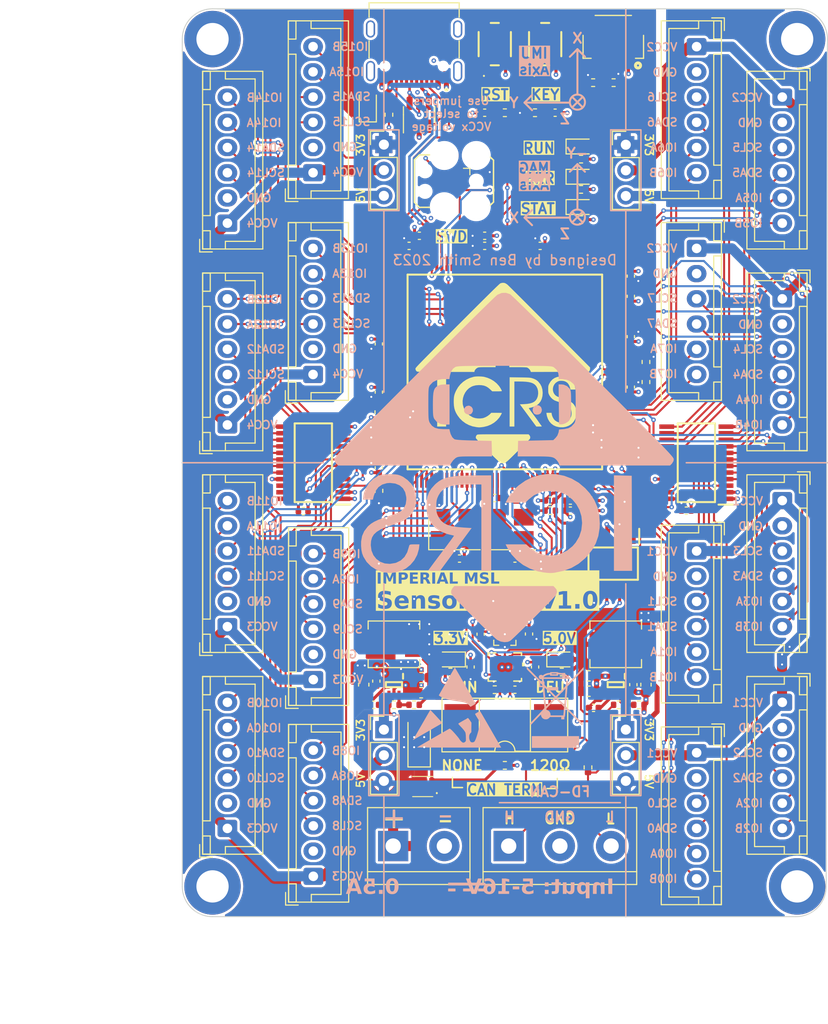
<source format=kicad_pcb>
(kicad_pcb (version 20221018) (generator pcbnew)
  (layers (0 "F.Cu" signal) (1 "In1.Cu" signal) (2 "In2.Cu" signal) (31 "B.Cu" signal) (34 "B.Paste" user) (35 "F.Paste" user) (36 "B.SilkS" user "B.Silkscreen") (37 "F.SilkS" user "F.Silkscreen") (38 "B.Mask" user) (39 "F.Mask" user) (44 "Edge.Cuts" user))
  (net 0 "")
  (net 1 "VIN")
  (net 2 "GND")
  (net 3 "/Power/5V_BST")
  (net 4 "/Power/5V_SW")
  (net 5 "/Power/3V3_BST")
  (net 6 "/Power/3V3_SW")
  (net 7 "+5V")
  (net 8 "+3.3V")
  (net 9 "NRST")
  (net 10 "/Microcontroller/VREF+")
  (net 11 "/Microcontroller/VCAP1")
  (net 12 "/Microcontroller/VCAP2")
  (net 13 "/Sensors & connectors/MAG_C1")
  (net 14 "/Power/RP_PMOS_G")
  (net 15 "/Power/5V_LED_K")
  (net 16 "/Power/3V3_LED_K")
  (net 17 "/Microcontroller/LEDR_K")
  (net 18 "LEDR")
  (net 19 "/Microcontroller/LEDG_K")
  (net 20 "LEDG")
  (net 21 "/Microcontroller/LEDB_K")
  (net 22 "LEDB")
  (net 23 "VBUS")
  (net 24 "/Power/5V_FB")
  (net 25 "/Power/3V3_FB")
  (net 27 "OSC32K")
  (net 33 "OSC25M")
  (net 39 "GPIO4B")
  (net 40 "IMU_CS")
  (net 41 "IMU_SCK")
  (net 42 "IMU_MISO")
  (net 43 "IMU_MOSI")
  (net 54 "MAG_CS")
  (net 55 "MAG_SCK")
  (net 56 "MAG_MISO")
  (net 57 "MAG_MOSI")
  (net 77 "USB_DN")
  (net 78 "USB_DP")
  (net 79 "SWDIO")
  (net 80 "SWCLK")
  (net 81 "CAN_RX")
  (net 82 "CAN_TX")
  (net 92 "SWO")
  (net 93 "SCL1_MCU")
  (net 94 "SDA1_MCU")
  (net 95 "BOOT0")
  (net 97 "/Microcontroller/CANL")
  (net 98 "/Microcontroller/CANH")
  (net 99 "SILENT")
  (net 100 "VIN_RAW")
  (net 101 "/Microcontroller/CC1")
  (net 104 "/Microcontroller/CC2")
  (net 106 "VDDIO1")
  (net 107 "SCL0")
  (net 108 "SDA0")
  (net 109 "GPIO0A")
  (net 110 "GPIO0B")
  (net 111 "SCL2")
  (net 112 "SDA2")
  (net 113 "GPIO2A")
  (net 114 "GPIO2B")
  (net 115 "VDDIO3")
  (net 116 "SCL8")
  (net 117 "SDA8")
  (net 118 "GPIO8A")
  (net 119 "GPIO8B")
  (net 120 "SCL10")
  (net 121 "SDA10")
  (net 122 "GPIO10A")
  (net 123 "GPIO10B")
  (net 124 "SCL1")
  (net 125 "SDA1")
  (net 126 "GPIO1A")
  (net 127 "GPIO1B")
  (net 128 "SCL3")
  (net 129 "SDA3")
  (net 130 "GPIO3A")
  (net 131 "GPIO3B")
  (net 132 "SCL9")
  (net 133 "SDA9")
  (net 134 "GPIO9A")
  (net 135 "GPIO9B")
  (net 136 "SCL11")
  (net 137 "SDA11")
  (net 138 "GPIO11A")
  (net 139 "GPIO11B")
  (net 140 "VDDIO2")
  (net 141 "SCL4")
  (net 142 "SDA4")
  (net 143 "GPIO4A")
  (net 144 "SCL6")
  (net 145 "SDA6")
  (net 146 "GPIO6A")
  (net 147 "GPIO6B")
  (net 148 "VDDIO4")
  (net 149 "SCL12")
  (net 150 "SDA12")
  (net 151 "GPIO12A")
  (net 152 "GPIO12B")
  (net 153 "SCL14")
  (net 154 "SDA14")
  (net 155 "GPIO14A")
  (net 156 "GPIO14B")
  (net 157 "SCL5")
  (net 158 "SDA5")
  (net 159 "GPIO5A")
  (net 160 "GPIO5B")
  (net 161 "SCL7")
  (net 162 "SDA7")
  (net 163 "GPIO7A")
  (net 164 "GPIO7B")
  (net 165 "SCL13")
  (net 166 "SDA13")
  (net 167 "GPIO13A")
  (net 168 "GPIO13B")
  (net 169 "SCL15")
  (net 170 "SDA15")
  (net 171 "GPIO15A")
  (net 172 "GPIO15B")
  (net 173 "/Microcontroller/CAN_SW")
  (net 174 "MUX2_RST")
  (net 175 "MUX1_RST")
  (net 180 "IMU_INT1")
  (net 181 "IMU_INT2")
  (net 184 "MAG_INT")
  (net 185 "MAG_DRDY")
  (net 188 "BTN")
  (net 191 "/Microcontroller/VDDA")
  (net 192 "SCL4_MCU")
  (net 193 "SDA4_MCU")
  (net 194 "SDA3_MCU")
  (net 195 "SCL3_MCU")
  (footprint "LED_SMD:LED_0603_1608Metric" (layer "F.Cu") (at 145.65 119.5)
    (fp_text reference "D202" hide)
    (fp_text value "GREEN" hide)
  )
  (footprint "MSL Footprints:SOP65P640X120-24N" (layer "F.Cu") (at 121 100 180)
    (fp_text reference "U403" hide)
    (fp_text value "TCA9548APWR" hide)
  )
  (footprint "MSL Footprints:Pluggable_terminal-3_P5.08mm" (layer "F.Cu") (at 140.38 138)
    (fp_text reference "J302" hide)
    (fp_text value "Pluggable_Terminal_01x03" hide)
  )
  (footprint "MSL Footprints:BMI270_BOS" (layer "F.Cu") (at 139.999999 120.25)
    (fp_text reference "U402" hide)
    (fp_text value "BMI270" hide)
  )
  (footprint "Resistor_SMD:R_0402_1005Metric" (layer "F.Cu") (at 154 92 90)
    (fp_text reference "R314" hide)
    (fp_text value "2k2" hide)
  )
  (footprint "Package_TO_SOT_SMD:SOT-23-6" (layer "F.Cu") (at 131.5 65.5 90)
    (fp_text reference "U302" hide)
    (fp_text value "USBLC6-4SC6-ES" hide)
  )
  (footprint "Capacitor_SMD:C_0603_1608Metric" (layer "F.Cu") (at 126 122 -90)
    (fp_text reference "C202" hide)
    (fp_text value "22u" hide)
  )
  (footprint "Resistor_SMD:R_0402_1005Metric" (layer "F.Cu") (at 127.5 97 90)
    (fp_text reference "R310" hide)
    (fp_text value "2k2" hide)
  )
  (footprint "Oscillator:Oscillator_SMD_Abracon_ASE-4Pin_3.2x2.5mm_HandSoldering" (layer "F.Cu") (at 140.5 106.5)
    (fp_text reference "X301" hide)
    (fp_text value "25MHz_Clock" hide)
  )
  (footprint "Capacitor_SMD:C_0402_1005Metric" (layer "F.Cu") (at 127.25 121.65 -90)
    (fp_text reference "C204" hide)
    (fp_text value "100n" hide)
  )
  (footprint "Capacitor_SMD:C_0402_1005Metric" (layer "F.Cu") (at 152.5 99 -90)
    (fp_text reference "C315" hide)
    (fp_text value "100n" hide)
  )
  (footprint "Resistor_SMD:R_0402_1005Metric" (layer "F.Cu") (at 131 124 180)
    (fp_text reference "R204" hide)
    (fp_text value "31k" hide)
  )
  (footprint "Capacitor_SMD:C_0402_1005Metric" (layer "F.Cu") (at 152.75 122 -90)
    (fp_text reference "C203" hide)
    (fp_text value "100n" hide)
  )
  (footprint "Capacitor_SMD:C_0402_1005Metric" (layer "F.Cu") (at 148.8 124.3 180)
    (fp_text reference "C205" hide)
    (fp_text value "100n" hide)
  )
  (footprint "MSL Footprints:JST_SH_1mm_1x4" (layer "F.Cu") (at 150.76 60.23 180)
    (fp_text reference "J304" hide)
    (fp_text value "JST_SH_1mm_1x4" hide)
  )
  (footprint "Resistor_SMD:R_0402_1005Metric" (layer "F.Cu") (at 153.3 124)
    (fp_text reference "R203" hide)
    (fp_text value "10k" hide)
  )
  (footprint "Resistor_SMD:R_0402_1005Metric" (layer "F.Cu") (at 134.6 120.75 180)
    (fp_text reference "R207" hide)
    (fp_text value "1k5" hide)
  )
  (footprint "MountingHole:MountingHole_3.2mm_M3_DIN965_Pad" (layer "F.Cu") (at 169 58)
    (fp_text reference "H103" hide)
    (fp_text value "MountingHole_Pad" hide)
  )
  (footprint "Connector_JST:JST_XH_B6B-XH-A_1x06_P2.50mm_Vertical" (layer "F.Cu") (at 120.975 91.25 90)
    (fp_text reference "J415" hide)
    (fp_text value "JST_2.5mm_1x6" hide)
  )
  (footprint "Capacitor_SMD:C_0402_1005Metric" (layer "F.Cu") (at 133 103.5 180)
    (fp_text reference "C322" hide)
    (fp_text value "10u" hide)
  )
  (footprint "Resistor_SMD:R_0402_1005Metric" (layer "F.Cu") (at 139 122.5)
    (fp_text reference "R306" hide)
    (fp_text value "10k" hide)
  )
  (footprint "Capacitor_SMD:C_0402_1005Metric" (layer "F.Cu") (at 127.5 93 90)
    (fp_text reference "C312" hide)
    (fp_text value "100n" hide)
  )
  (footprint "Resistor_SMD:R_0402_1005Metric" (layer "F.Cu") (at 147.56 69.9 180)
    (fp_text reference "R302" hide)
    (fp_text value "1k5" hide)
  )
  (footprint "Capacitor_SMD:C_0402_1005Metric" (layer "F.Cu") (at 143.5 78.5)
    (fp_text reference "C318" hide)
    (fp_text value "100n" hide)
  )
  (footprint "LED_SMD:LED_0603_1608Metric" (layer "F.Cu") (at 147.56 74.65)
    (fp_text reference "D303" hide)
    (fp_text value "Blue" hide)
  )
  (footprint "Capacitor_SMD:C_0402_1005Metric" (layer "F.Cu") (at 158 104.75)
    (fp_text reference "C401" hide)
    (fp_text value "100n" hide)
  )
  (footprint "Resistor_SMD:R_0402_1005Metric" (layer "F.Cu") (at 151.3 124)
    (fp_text reference "R202" hide)
    (fp_text value "52k" hide)
  )
  (footprint "Capacitor_SMD:C_0402_1005Metric" (layer "F.Cu") (at 120 104.8)
    (fp_text reference "C404" hide)
    (fp_text value "100n" hide)
  )
  (footprint "Capacitor_SMD:C_0603_1608Metric" (layer "F.Cu") (at 131.7 121.3 180)
    (fp_text reference "C210" hide)
    (fp_text value "22u" hide)
  )
  (footprint "Capacitor_SMD:C_0402_1005Metric" (layer "F.Cu") (at 146.5 103.75 180)
    (fp_text reference "C304" hide)
    (fp_text value "100n" hide)
  )
  (footprint "Capacitor_SMD:C_0402_1005Metric" (layer "F.Cu") (at 148.5 104.75)
    (fp_text reference "C309" hide)
    (fp_text value "1u" hide)
  )
  (footprint "Resistor_SMD:R_0402_1005Metric" (layer "F.Cu") (at 127.509 102.783 -90)
    (fp_text reference "R402" hide)
    (fp_text value "10k" hide)
  )
  (footprint "Capacitor_SMD:C_0402_1005Metric" (layer "F.Cu") (at 136.6 120.25 90)
    (fp_text reference "C402" hide)
    (fp_text value "100n" hide)
  )
  (footprint "Capacitor_SMD:C_0402_1005Metric" (layer "F.Cu") (at 143 120.25 90)
    (fp_text reference "C406" hide)
    (fp_text value "1u" hide)
  )
  (footprint "MSL Footprints:SOTFL50P160X60-6N" (layer "F.Cu") (at 129 122 -90)
    (fp_text reference "IC202" hide)
    (fp_text value "TPS563202DRLR" hide)
  )
  (footprint "Connector_JST:JST_XH_B6B-XH-A_1x06_P2.50mm_Vertical" (layer "F.Cu") (at 112.475 76.25 90)
    (fp_text reference "J412" hide)
    (fp_text value "JST_2.5mm_1x6" hide)
  )
  (footprint "Capacitor_SMD:C_0402_1005Metric" (layer "F.Cu") (at 152.5 92.5 -90)
    (fp_text reference "C308" hide)
    (fp_text value "100n" hide)
  )
  (footprint "MSL Footprints:ICRS_20mm" (layer "F.Cu") (at 140 91)
    (fp_text reference "G***" hide)
    (fp_text value "LOGO" hide)
  )
  (footprint "Capacitor_SMD:C_0402_1005Metric" (layer "F.Cu") (at 135.5 109.5)
    (fp_text reference "C301" hide)
    (fp_text value "100n" hide)
  )
  (footprint "Resistor_SMD:R_0402_1005Metric" (layer "F.Cu") (at 140 130)
    (fp_text reference "R201" hide)
    (fp_text value "4k7" hide)
  )
  (footprint "Inductor_SMD:L_Chilisin_BMRA00040420" (layer "F.Cu") (at 129 118)
    (fp_text reference "L202" hide)
    (fp_text value "3u3" hide)
  )
  (footprint "Capacitor_SMD:C_0402_1005Metric" (layer "F.Cu") (at 138 78.5)
    (fp_text reference "C313" hide)
    (fp_text value "100n" hide)
  )
  (footprint "Capacitor_SMD:C_0402_1005Metric" (layer "F.Cu") (at 144.5 103.75 180)
    (fp_text reference "C316" hide)
    (fp_text value "100n" hide)
  )
  (footprint "MSL Footprints:Pluggable_terminal-2_P5.08mm" (layer "F.Cu") (at 128.92 138)
    (fp_text reference "J203" hide)
    (fp_text value "Pluggable_Terminal_01x02" hide)
  )
  (footprint "Resistor_SMD:R_0402_1005Metric" (layer "F.Cu") (at 148.76 62.32)
    (fp_text reference "R311" hide)
    (fp_text value "2k2" hide)
  )
  (footprint "Capacitor_SMD:C_0402_1005Metric" (layer "F.Cu") (at 146.5 104.75 180)
    (fp_text reference "C305" hide)
    (fp_text value "1u" hide)
  )
  (footprint "Capacitor_SMD:C_0402_1005Metric" (layer "F.Cu") (at 127.5 100.5 -90)
    (fp_text reference "C311" hide)
    (fp_text value "100n" hide)
  )
  (footprint "Connector_PinHeader_2.54mm:PinHeader_1x03_P2.54mm_Vertical" (layer "F.Cu") (at 128 126.46)
    (fp_text reference "JP402" hide)
    (fp_text value "Jumper_3_Bridged12" hide)
  )
  (footprint "LED_SMD:LED_0603_1608Metric" (layer "F.Cu") (at 147.56 71.65)
    (fp_text reference "D301" hide)
    (fp_text value "Red" hide)
  )
  (footprint "MountingHole:MountingHole_3.2mm_M3_DIN965_Pad" (layer "F.Cu") (at 111 142)
    (fp_text reference "H102" hide)
    (fp_text value "MountingHole_Pad" hide)
  )
  (footprint "LED_SMD:LED_0603_1608Metric" (layer "F.Cu") (at 147.56 68.65)
    (fp_text reference "D302" hide)
    (fp_text value "Green" hide)
  )
  (footprint "Oscillator:Oscillator_SMD_Abracon_ASE-4Pin_3.2x2.5mm_HandSoldering" (layer "F.Cu") (at 135 106.5)
    (fp_text reference "X302" hide)
    (fp_text value "32.768kHz_Clock" hide)
  )
  (footprint "Connector_JST:JST_XH_B6B-XH-A_1x06_P2.50mm_Vertical" (layer "F.Cu") (at 159.025 108.75 -90)
    (fp_text reference "J405" hide)
    (fp_text value "JST_2.5mm_1x6" hide)
  )
  (footprint "MountingHole:MountingHole_3.2mm_M3_DIN965_Pad" (layer "F.Cu") (at 111 58)
    (fp_text reference "H101" hide)
    (fp_text value "MountingHole_Pad" hide)
  )
  (footprint "Resistor_SMD:R_0402_1005Metric" (layer "F.Cu") (at 134.45 65.5 -90)
    (fp_text reference "R307" hide)
    (fp_text value "5k1" hide)
  )
  (footprint "Resistor_SMD:R_0402_1005Metric" (layer "F.Cu") (at 142.99 65.3 180)
    (fp_text reference "R313" hide)
    (fp_text value "10k" hide)
  )
  (footprint "Capacitor_SMD:C_0402_1005Metric" (layer "F.Cu") (at 148.52 103.75)
    (fp_text reference "C307" hide)
    (fp_text value "100n" hide)
  )
  (footprint "Capacitor_SMD:C_0603_1608Metric" (layer "F.Cu") (at 154 122 -90)
    (fp_text reference "C201" hide)
    (fp_text value "22u" hide)
  )
  (footprint "Capacitor_SMD:C_0402_1005Metric" (layer "F.Cu") (at 142.4 116.98 90)
    (fp_text reference "C403" hide)
    (fp_text value "100n" hide)
  )
  (footprint "Capacitor_SMD:C_0402_1005Metric" (layer "F.Cu") (at 130.5 78.5)
    (fp_text reference "C306" hide)
    (fp_text value "100n" hide)
  )
  (footprint "Connector_PinHeader_2.54mm:PinHeader_1x03_P2.54mm_Vertical" (layer "F.Cu") (at 152 68.475)
    (fp_text reference "JP403" hide)
    (fp_text value "Jumper_3_Bridged12" hide)
  )
  (footprint "Capacitor_SMD:C_0402_1005Metric" (layer "F.Cu") (at 141 109.5 180)
    (fp_text reference "C302" hide)
    (fp_text value "100n" hide)
  )
  (footprint "MSL Footprints:SOIC127P600X175-8N" (layer "F.Cu") (at 150.75 110 -90)
    (fp_text reference "IC301" hide)
    (fp_text value "TJA1057GT/3" hide)
  )
  (footprint "Capacitor_SMD:C_0402_1005Metric" (layer "F.Cu") (at 131.52 77.5 180)
    (fp_text reference "C323" hide)
    (fp_text value "2u2" hide)
  )
  (footprint "Connector_JST:JST_XH_B6B-XH-A_1x06_P2.50mm_Vertical" (layer "F.Cu") (at 167.525 123.75 -90)
    (fp_text reference "J402" hide)
    (fp_text value "JST_2.5mm_1x6" hide)
  )
  (footprint "MountingHole:MountingHole_3.2mm_M3_DIN965_Pad" (layer "F.Cu") (at 169 142)
    (fp_text reference "H104" hide)
    (fp_text value "MountingHole_Pad" hide)
  )
  (footprint "Connector_JST:JST_XH_B6B-XH-A_1x06_P2.50mm_Vertical" (layer "F.Cu") (at 121 121.5 90)
    (fp_text reference "J407" hide)
    (fp_text value "JST_2.5mm_1x6" hide)
  )
  (footprint "Capacitor_SMD:C_0603_1608Metric" (layer "F.Cu") (at 131.7 122.8 180)
    (fp_text reference "C208" hide)
    (fp_text value "22u" hide)
  )
  (footprint "Capacitor_SMD:C_0603_1608Metric" (layer "F.Cu") (at 148.325 122.65)
    (fp_text reference "C209" hide)
    (fp_text value "22u" hide)
  )
  (footprint "Connector_JST:JST_XH_B6B-XH-A_1x06_P2.50mm_Vertical" (layer "F.Cu") (at 167.525 103.75 -90)
    (fp_text reference "J406" hide)
    (fp_text value "JST_2.5mm_1x6" hide)
  )
  (footprint "Capacitor_SMD:C_0402_1005Metric" (layer "F.Cu") (at 152.5 81.5 90)
    (fp_text reference "C320" hide)
    (fp_text value "100n" hide)
  )
  (footprint "Resistor_SMD:R_0402_1005Metric" (layer "F.Cu") (at 129 124 180)
    (fp_text reference "R205" hide)
    (fp_text value "10k" hide)
  )
  (footprint "Resistor_SMD:R_0402_1005Metric" (layer "F.Cu") (at 152.5 96.75 -90)
    (fp_text reference "R401" hide)
    (fp_text value "10k" hide)
  )
  (footprint "Connector_JST:JST_XH_B6B-XH-A_1x06_P2.50mm_Vertical" (layer "F.Cu") (at 159.025 58.75 -90)
    (fp_text reference "J410" hide)
    (fp_text value "JST_2.5mm_1x6" hide)
  )
  (footprint "Connector_JST:JST_XH_B6B-XH-A_1x06_P2.50mm_Vertical" (layer "F.Cu") (at 167.525 63.75 -90)
    (fp_text reference "J413" hide)
    (fp_text value "JST_2.5mm_1x6" hide)
  )
  (footprint "Connector_JST:JST_XH_B6B-XH-A_1x06_P2.50mm_Vertical" (layer "F.Cu") (at 121 141 90)
    (fp_text reference "J403" hide)
    (fp_text value "JST_2.5mm_1x6" hide)
  )
  (footprint "LED_SMD:LED_0603_1608Metric" (layer "F.Cu") (at 134.6 119.5 180)
    (fp_text reference "D203" hide)
    (fp_text value "GREEN" hide)
  )
  (footprint "MSL Footprints:Tag-Connect_TC2030-IDC-FP_2x03_P1.27mm_Vertical" (layer "F.Cu") (at 134.625 72.08 180)
    (fp_text reference "J301" hide)
    (fp_text value "TC2030" hide)
  )
  (footprint "Connector_JST:JST_XH_B6B-XH-A_1x06_P2.50mm_Vertical" (layer "F.Cu") (at 120.975 71.25 90)
    (fp_text reference "J416" hide)
    (fp_text value "JST_2.5mm_1x6" hide)
  )
  (footprint "Resistor_SMD:R_0402_1005Metric" (layer "F.Cu") (at 127.5 95 -90)
    (fp_text reference "R309" hide)
    (fp_text value "2k2" hide)
  )
  (footprint "Connector_JST:JST_XH_B6B-XH-A_1x06_P2.50mm_Vertical" (layer "F.Cu") (at 112.475 96.25 90)
    (fp_text reference "J411" hide)
    (fp_text value "JST_2.5mm_1x6" hide)
  )
  (footprint "Capacitor_SMD:C_0402_1005Metric" (layer "F.Cu") (at 127 124 180)
    (fp_text reference "C206" hide)
    (fp_text value "100n" hide)
  )
  (footprint "Capacitor_SMD:C_0402_1005Metric" (layer "F.Cu") (at 127.499 88.222 90)
    (fp_text reference "C310" hide)
    (fp_text value "100n" hide)
  )
  (footprint "Capacitor_SMD:C_0603_1608Metric" (layer "F.Cu") (at 148.325 121.13)
    (fp_text reference "C207" hide)
    (fp_text value "22u" hide)
  )
  (footprint "Connector_PinHeader_2.54mm:PinHeader_1x03_P2.54mm_Vertical" (layer "F.Cu") (at 128 68.46)
    (fp_text reference "JP404" hide)
    (fp_text value "Jumper_3_Bridged12" hide)
  )
  (footprint "Inductor_SMD:L_Chilisin_BMRA00040420" (layer "F.Cu") (at 151 118 180)
    (fp_text reference "L201" hide)
    (fp_text value "4u7" hide)
  )
  (footprint "Capacitor_SMD:C_0402_1005Metric" (layer "F.Cu") (at 138 77.5)
    (fp_text reference "C314" hide)
    (fp_text value "10u" hide)
  )
  (footprint "Diode_SMD:D_SOD-323" (layer "F.Cu") (at 126.4 64.6 90)
    (fp_text reference "D304" hide)
    (fp_text value "BAT760-115" hide)
  )
  (footprint "Resistor_SMD:R_0402_1005Metric" (layer "F.Cu") (at 145.65 120.75)
    (fp_text reference "R206" hide)
    (fp_text value "2k2" hide)
  )
  (footprint "MSL Footprints:HRO_TYPE-C-31-M-12" (layer "F.Cu") (at 131 57 180)
    (fp_text reference "J303" hide)
    (fp_text value "TYPE-C-31-M-12" hide)
  )
  (footprint "Connector_JST:JST_XH_B6B-XH-A_1x06_P2.50mm_Vertical" (layer "F.Cu") (at 159.025 78.75 -90)
    (fp_text reference "J414" hide)
    (fp_text value "JST_2.5mm_1x6" hide)
  )
  (footprint "Capacitor_SMD:C_0402_1005Metric" (layer "F.Cu") (at 139 103.5 180)
    (fp_text reference "C317" hide)
    (fp_text value "100n" hide)
  )
  (footprint "MSL Footprints:TS204225WT160SMTTRMSL" (layer "F.Cu") (at 139 58.5 90)
    (fp_text reference "S301" hide)
    (fp_text value "TS20-42-25-WT-160-SMT-TR" hide)
  )
  (footprint "Capacitor_SMD:C_0402_1005Metric" (layer "F.Cu") (at 144.99 65.3)
    (fp_text reference "C324" hide)
    (fp_text value "10n" hide)
  )
  (footprint "Resistor_SMD:R_0402_1005Metric" (layer "F.Cu") (at 140 65.3)
    (fp_text reference "R304" hide)
    (fp_text value "10k" hide)
  )
  (footprint "Resistor_SMD:R_0402_1005Metric" (layer "F.Cu") (at 128.5 65.5 -90)
    (fp_text reference "R308" hide)
    (fp_text value "5k1" hide)
  )
  (footprint "Connector_JST:JST_XH_B6B-XH-A_1x06_P2.50mm_Vertical" (layer "F.Cu") (at 159.025 128.75 -90)
    (fp_text reference "J401" hide)
    (fp_text value "JST_2.5mm_1x6" hide)
  )
  (footprint "MSL Footprints:QFP50P2200X2200X160-144N" (layer "F.Cu") (at 140 91 90)
    (fp_text reference "IC302" hide)
    (fp_text value "STM32H723ZGT6" hide)
  )
  (footprint "MSL Footprints:SOTFL50P160X60-6N" (layer "F.Cu") (at 151 122 -90)
    (fp_text reference "IC201" hide)
    (fp_text value "TPS563202DRLR" hide)
  )
  (footprint "Capacitor_SMD:C_0402_1005Metric" (layer "F.Cu") (at 141 122.5 180)
    (fp_text reference "C405" hide)
    (fp_text value "100n" hide)
  )
  (footprint "MSL Footprints:SOP65P640X120-24N" (layer "F.Cu") (at 159 100 180)
    (fp_text reference "U401" hide)
    (fp_text value "TCA9548APWR" hide)
  )
  (footprint "Connector_JST:JST_XH_B6B-XH-A_1x06_P2.50mm_Vertical" (layer "F.Cu") (at 112.475 116.25 90)
    (fp_text reference "J408" hide)
    (fp_text value "JST_2.5mm_1x6" hide)
  )
  (footprint "Resistor_SMD:R_0402_1005Metric" (layer "F.Cu") (at 147.56 72.9 180)
    (fp_text reference "R301" hide)
    (fp_text value "1k5" hide)
  )
  (footprint "Resistor_SMD:R_0402_1005Metric" (layer "F.Cu") (at 154 90.01 -90)
    (fp_text reference "R315" hide)
    (fp_text value "2k2" hide)
  )
  (footprint "Connector_JST:JST_XH_B6B-XH-A_1x06_P2.50mm_Vertical" (layer "F.Cu") (at 167.525 83.75 -90)
    (fp_text reference "J409" hide)
    (fp_text value "JST_2.5mm_1x6" hide)
  )
  (footprint "Resistor_SMD:R_0402_1005Metric" (layer "F.Cu") (at 150.79 62.32 180)
    (fp_text reference "R312" hide)
    (fp_text value "2k2" hide)
  )
  (footprint "Capacitor_SMD:C_0402_1005Metric" (layer "F.Cu") (at 138 65.3 180)
    (fp_text reference "C303" hide)
    (fp_text value "10n" hide)
  )
  (footprint "Resistor_SMD:R_0402_1005Metric" (layer "F.Cu") (at 144.5 104.75 180)
    (fp_text reference "FB301" hide)
    (fp_text value "120R@100MHz" hide)
  )
  (footprint "Capacitor_SMD:C_0402_1005Metric" (layer "F.Cu") (at 152.5 87.5 -90)
    (fp_text reference "C321" hide)
    (fp_text value "100n" hide)
  )
  (footprint "Resistor_SMD:R_0402_1005Metric" (layer "F.Cu") (at 148.25 130.2 90)
    (fp_text reference "R305" hide)
    (fp_text value "120R" hide)
  )
  (footprint "Resistor_SMD:R_0402_1005Metric" (layer "F.Cu") (at 147.56 75.9 180)
    (fp_text reference "R303" hide)
    (fp_text value "1k5" hide)
  )
  (footprint "Capacitor_SMD:C_0402_1005Metric" (layer "F.Cu") (at 152.5 83.5 -90)
    (fp_text reference "C319" hide)
    (fp_text value "2u2" hide)
  )
  (footprint "MSL Footprints:DMP2066UFDE7" (layer "F.Cu") (at 131.85 132.1 90)
    (fp_text reference "Q201" hide)
    (fp_text value "DMP3028LFDE" hide)
  )
  (footprint "Package_DIP:DIP-4_W8.89mm_SMDSocket_LongPads" (layer "F.Cu") (at 140 126 180)
    (fp_text reference "SW301" hide)
    (fp_text value "SW_DIP_x02" hide)
  )
  (footprint "Capacitor_SMD:C_0402_1005Metric" (layer "F.Cu") (at 137.6 117 90)
    (fp_text reference "C407" hide)
    (fp_text value "100n" hide)
  )
  (footprint "Connector_PinHeader_2.54mm:PinHeader_1x03_P2.54mm_Vertical" (layer "F.Cu") (at 152 126.46)
    (fp_text reference "JP401" hide)
    (fp_text value "Jumper_3_Bridged12" hide)
  )
  (footprint "Connector_JST:JST_XH_B6B-XH-A_1x06_P2.50mm_Vertical" (layer "F.Cu") (at 112.475 136.25 90)
    (fp_text reference "J404" hide)
    (fp_text value "JST_2.5mm_1x6" hide)
  )
  (footprint "Package_LGA:LGA-12_2x2mm_P0.5mm" (layer "F.Cu") (at 139.999999 117)
    (fp_text reference "U404" hide)
    (fp_text value "LIS3MDL" hide)
  )
  (footprint "Diode_SMD:D_MiniMELF" (layer "F.Cu") (at 131.5 127.5 90)
    (fp_text reference "D201" hide)
    (fp_text value "ZMM10V" hide)
  )
  (footprint "MSL Footprints:TS204225WT160SMTTRMSL" (layer "F.Cu") (at 144 58.5 90)
    (fp_text reference "S302" hide)
    (fp_text value "TS20-42-25-WT-160-SMT-TR" hide)
  )
  (footprint "Symbol:WEEE-Logo_5.6x8mm_SilkScreen" (layer "B.Cu") (at 145 124.25 180)
    (fp_text reference "REF**" hide)
    (fp_text value "WEEE-Logo_5.6x8mm_SilkScreen" hide)
  )
  (footprint "Symbol:ESD-Logo_8.9x8mm_SilkScreen" (layer "B.Cu") (at 135.25 124.25 180)
    (fp_text reference "REF**" hide)
    (fp_text value "ESD-Logo_8.9x8mm_SilkScreen" hide)
  )
  (footprint "footprints:ICRS Medium" (layer "B.Cu") (at 140 100.5 180)
    (fp_text reference "G***" hide)
    (fp_text value "LOGO" hide)
  )
  (footprint "MSL Footprints:DC_logo_4mm" (layer "B.Cu") (at 136.25 142 180)
    (fp_text reference "G***" hide)
    (fp_text value "LOGO" hide)
  )
  (gr_circle locked (center 147.2 75.65) (end 147.95 75.65) (stroke (width 0.2)) (fill none) (layer "B.SilkS"))
  (gr_rect locked (start 150.5 67) (end 153.5 75) (stroke (width 0.15)) (fill none) (layer "B.SilkS"))
  (gr_rect locked (start 126.5 67) (end 129.5 75) (stroke (width 0.15)) (fill none) (layer "B.SilkS"))
  (gr_line locked (start 152 133) (end 152 145) (stroke (width 0.15)) (layer "B.SilkS"))
  (gr_line locked (start 141.95 75.7) (end 142.7 76.45) (stroke (width 0.2)) (layer "B.SilkS"))
  (gr_line locked (start 147.7 64.75) (end 146.7 63.75) (stroke (width 0.2)) (layer "B.SilkS"))
  (gr_line locked (start 147.2 70.4) (end 147.95 71.15) (stroke (width 0.2)) (layer "B.SilkS"))
  (gr_line locked (start 108 100) (end 122 100) (stroke (width 0.15)) (layer "B.SilkS"))
  (gr_line locked (start 141.95 75.7) (end 142.7 74.95) (stroke (width 0.2)) (layer "B.SilkS"))
  (gr_rect locked (start 126.5 125) (end 129.5 133) (stroke (width 0.15)) (fill none) (layer "B.SilkS"))
  (gr_line locked (start 128 133) (end 128 145) (stroke (width 0.15)) (layer "B.SilkS"))
  (gr_line locked (start 141.95 64.3) (end 142.7 65.05) (stroke (width 0.2)) (layer "B.SilkS"))
  (gr_line locked (start 152 93) (end 152 75) (stroke (width 0.15)) (layer "B.SilkS"))
  (gr_line locked (start 128 67) (end 128 55) (stroke (width 0.15)) (layer "B.SilkS"))
  (gr_line locked (start 147.2 59) (end 146.45 59.75) (stroke (width 0.2)) (layer "B.SilkS"))
  (gr_line locked (start 141.95 64.3) (end 146.45 64.3) (stroke (width 0.2)) (layer "B.SilkS"))
  (gr_line locked (start 141.95 75.7) (end 146.45 75.7) (stroke (width 0.2)) (layer "B.SilkS"))
  (gr_line locked (start 147.7 63.75) (end 146.7 64.75) (stroke (width 0.2)) (layer "B.SilkS"))
  (gr_line locked (start 172 100) (end 158 100) (stroke (width 0.15)) (layer "B.SilkS"))
  (gr_circle locked (center 147.2 64.25) (end 147.95 64.25) (stroke (width 0.2)) (fill none) (layer "B.SilkS"))
  (gr_line locked (start 147.2 59) (end 147.95 59.75) (stroke (width 0.2)) (layer "B.SilkS"))
  (gr_line locked (start 147.7 75.15) (end 146.7 76.15) (stroke (width 0.2)) (layer "B.SilkS"))
  (gr_line locked (start 128 112) (end 128 125) (stroke (width 0.15)) (layer "B.SilkS"))
  (gr_line locked (start 152 55) (end 152 67) (stroke (width 0.15)) (layer "B.SilkS"))
  (gr_line locked (start 147.7 76.15) (end 146.7 75.15) (stroke (width 0.2)) (layer "B.SilkS"))
  (gr_line locked (start 128 75) (end 128 93) (stroke (width 0.15)) (layer "B.SilkS"))
  (gr_line locked (start 152 112) (end 152 125) (stroke (width 0.15)) (layer "B.SilkS"))
  (gr_line locked (start 147.2 70.4) (end 147.2 74.9) (stroke (width 0.2)) (layer "B.SilkS"))
  (gr_line locked (start 139.46 133.7) (end 151.46 133.7) (stroke (width 0.15)) (layer "B.SilkS"))
  (gr_line locked (start 147.2 70.4) (end 146.45 71.15) (stroke (width 0.2)) (layer "B.SilkS"))
  (gr_rect locked (start 150.5 125) (end 153.5 133) (stroke (width 0.15)) (fill none) (layer "B.SilkS"))
  (gr_line locked (start 147.2 59) (end 147.2 63.5) (stroke (width 0.2)) (layer "B.SilkS"))
  (gr_line locked (start 141.95 64.3) (end 142.7 63.55) (stroke (width 0.2)) (layer "B.SilkS"))
  (gr_line locked (start 145.2 132.3) (end 144.2 132.3) (stroke (width 0.15)) (layer "F.SilkS"))
  (gr_line locked (start 135.8 132.2) (end 134.8 132.2) (stroke (width 0.15)) (layer "F.SilkS"))
  (gr_line locked (start 134.8 132.2) (end 134.8 131.2) (stroke (width 0.15)) (layer "F.SilkS"))
  (gr_line locked (start 145.2 131.3) (end 145.2 132.3) (stroke (width 0.15)) (layer "F.SilkS"))
  (gr_arc locked (start 111 145) (mid 108.87868 144.12132) (end 108 142) (stroke (width 0.1)) (layer "Edge.Cuts"))
  (gr_arc locked (start 171.87868 142) (mid 171 144.12132) (end 168.87868 145) (stroke (width 0.1)) (layer "Edge.Cuts"))
  (gr_arc locked (start 169 55) (mid 171.12132 55.87868) (end 172 58) (stroke (width 0.1)) (layer "Edge.Cuts"))
  (gr_line locked (start 172 58) (end 171.87868 142) (stroke (width 0.1)) (layer "Edge.Cuts"))
  (gr_line locked (start 111 55) (end 169 55) (stroke (width 0.1)) (layer "Edge.Cuts"))
  (gr_line locked (start 108 142) (end 108 58) (stroke (width 0.1)) (layer "Edge.Cuts"))
  (gr_arc locked (start 108 58) (mid 108.87868 55.87868) (end 111 55) (stroke (width 0.1)) (layer "Edge.Cuts"))
  (gr_line locked (start 168.87868 145) (end 111 145) (stroke (width 0.1)) (layer "Edge.Cuts"))
  (gr_text locked "GND" (at 157.2 111.3) (layer "B.SilkS") (effects (font (size 0.8 0.8) (thickness 0.15) bold) (justify left mirror)))
  (gr_text locked "IO14A" (at 114.3 66.3) (layer "B.SilkS") (effects (font (size 0.8 0.8) (thickness 0.15) bold) (justify right mirror)))
  (gr_text locked "VCC1" (at 157.2 128.8) (layer "B.SilkS") (effects (font (size 0.8 0.8) (thickness 0.15) bold) (justify left mirror)))
  (gr_text locked "SDA11" (at 114.3 108.75) (layer "B.SilkS") (effects (font (size 0.8 0.8) (thickness 0.15) bold) (justify right mirror)))
  (gr_text locked "SDA12" (at 114.3 88.75) (layer "B.SilkS") (effects (font (size 0.8 0.8) (thickness 0.15) bold) (justify right mirror)))
  (gr_text locked "VCC1" (at 165.7 103.8) (layer "B.SilkS") (effects (font (size 0.8 0.8) (thickness 0.15) bold) (justify left mirror)))
  (gr_text locked "FD-CAN" (at 145.46 133.2) (layer "B.SilkS") (effects (font (size 1 1) (thickness 0.2) bold) (justify bottom mirror)))
  (gr_text locked "GND" (at 114.3 73.75) (layer "B.SilkS") (effects (font (size 0.8 0.8) (thickness 0.15) bold) (justify right mirror)))
  (gr_text locked "GND" (at 114.3 133.75) (layer "B.SilkS") (effects (font (size 0.8 0.8) (thickness 0.15) bold) (justify right mirror)))
  (gr_text locked "SDA0" (at 157.22 136.25) (layer "B.SilkS") (effects (font (size 0.8 0.8) (thickness 0.15) bold) (justify left mirror)))
  (gr_text locked "VCC3" (at 114.3 136.25) (layer "B.SilkS") (effects (font (size 0.8 0.8) (thickness 0.15) bold) (justify right mirror)))
  (gr_text locked "IMU\nAxis" (at 142.9 61.6) (layer "B.SilkS" knockout) (effects (font (size 1 1) (thickness 0.2) bold) (justify bottom mirror)))
  (gr_text locked "GND" (at 114.3 113.75) (layer "B.SilkS") (effects (font (size 0.8 0.8) (thickness 0.15) bold) (justify right mirror)))
  (gr_text locked "VCC2" (at 157.2 78.75) (layer "B.SilkS") (effects (font (size 0.8 0.8) (thickness 0.15) bold) (justify left mirror)))
  (gr_text locked "Use jumpers\nto select\nVCCx voltage" (at 134.7 65.4) (layer "B.SilkS") (effects (font (size 0.8 0.8) (thickness 0.15) bold) (justify mirror)))
  (gr_text locked "IO3B" (at 165.7 116.25) (layer "B.SilkS") (effects (font (size 0.8 0.8) (thickness 0.15) bold) (justify left mirror)))
  (gr_text locked "IO5A" (at 165.65 73.75) (layer "B.SilkS") (effects (font (size 0.8 0.8) (thickness 0.15) bold) (justify left mirror)))
  (gr_text locked "SCL6" (at 157.2 63.75) (layer "B.SilkS") (effects (font (size 0.8 0.8) (thickness 0.15) bold) (justify left mirror)))
  (gr_text locked "SDA14" (at 114.3 68.75) (layer "B.SilkS") (effects (font (size 0.8 0.8) (thickness 0.15) bold) (justify right mirror)))
  (gr_text locked "SDA9" (at 122.8 114) (layer "B.SilkS") (effects (font (size 0.8 0.8) (thickness 0.15) bold) (justify right mirror)))
  (gr_text locked "SCL8" (at 122.77 136) (layer "B.SilkS") (effects (font (size 0.8 0.8) (thickness 0.15) bold) (justify right mirror)))
  (gr_text locked "SCL2" (at 165.7 128.75) (layer "B.SilkS") (effects (font (size 0.8 0.8) (thickness 0.15) bold) (justify left mirror)))
  (gr_text locked "VCC4" (at 122.8 71.2) (layer "B.SilkS") (effects (font (size 0.8 0.8) (thickness 0.15) bold) (justify right mirror)))
  (gr_text locked "SCL15" (at 122.82 66.2) (layer "B.SilkS") (effects (font (size 0.8 0.8) (thickness 0.15) bold) (justify right mirror)))
  (gr_text locked "GND" (at 122.8 119) (layer "B.SilkS") (effects (font (size 0.8 0.8) (thickness 0.15) bold) (justify right mirror)))
  (gr_text locked "VCC3" (at 114.3 116.25) (layer "B.SilkS") (effects (font (size 0.8 0.8) (thickness 0.15) bold) (justify right mirror)))
  (gr_text locked "GND" (at 122.8 68.7) (layer "B.SilkS") (effects (font (size 0.8 0.8) (thickness 0.15) bold) (justify right mirror)))
  (gr_text locked "GND" (at 122.75 138.5) (layer "B.SilkS") (effects (font (size 0.8 0.8) (thickness 0.15) bold) (justify right mirror)))
  (gr_text locked "IO6A" (at 157.2 68.75) (layer "B.SilkS") (effects (font (size 0.8 0.8) (thickness 0.15) bold) (justify left mirror)))
  (gr_text locked "SCL12" (at 114.32 91.25) (layer "B.SilkS") (effects (font (size 0.8 0.8) (thickness 0.15) bold) (justify right mirror)))
  (gr_text locked "IO11B" (at 114.3 103.8) (layer "B.SilkS") (effects (font (size 0.8 0.8) (thickness 0.15) bold) (justify right mirror)))
  (gr_text locked "IO2B" (at 165.7 136.25) (layer "B.SilkS") (effects (font (size 0.8 0.8) (thickness 0.15) bold) (justify left mirror)))
  (gr_text locked "IO3A" (at 165.7 113.75) (layer "B.SilkS") (effects (font (size 0.8 0.8) (thickness 0.15) bold) (justify left mirror)))
  (gr_text locked "Z" (at 145.95 77.9) (layer "B.SilkS") (effects (font (size 1 1) (thickness 0.2) bold) (justify bottom mirror)))
  (gr_text locked "IO12B" (at 114.3 83.8) (layer "B.SilkS") (effects (font (size 0.8 0.8) (thickness 0.15) bold) (justify right mirror)))
  (gr_text locked "IO8B" (at 122.75 128.55) (layer "B.SilkS") (effects (font (size 0.8 0.8) (thickness 0.15) bold) (justify right mirror)))
  (gr_text locked "IO7A" (at 157.2 88.7) (layer "B.SilkS") (effects (font (size 0.8 0.8) (thickness 0.15) bold) (justify left mirror)))
  (gr_text locked "SCL4" (at 165.7 88.75) (layer "B.SilkS") (effects (font (size 0.8 0.8) (thickness 0.15) bold) (justify left mirror)))
  (gr_text locked "SCL10" (at 114.32 131.25) (layer "B.SilkS") (effects (font (size 0.8 0.8) (thickness 0.15) bold) (justify right mirror)))
  (gr_text locked "IO5B" (at 165.65 76.25) (layer "B.SilkS") (effects (font (size 0.8 0.8) (thickness 0.15) bold) (justify left mirror)))
  (gr_text locked "IO6B" (at 157.2 71.25) (layer "B.SilkS") (effects (font (size 0.8 0.8) (thickness 0.15) bold) (justify left mirror)))
  (gr_text locked "IO0B" (at 157.2 141.25) (layer "B.SilkS") (effects (font (size 0.8 0.8) (thickness 0.15) bold) (justify left mirror)))
  (gr_text locked "SDA8" (at 122.75 133.5) (layer "B.SilkS") (effects (font (size 0.8 0.8) (thickness 0.15) bold) (justify right mirror)))
  (gr_text locked "SDA2" (at 165.72 131.25) (layer "B.SilkS") (effects (font (size 0.8 0.8) (thickness 0.15) bold) (justify left mirror)))
  (gr_text locked "SCL13" (at 122.82 86.2) (layer "B.SilkS") (effects (font (size 0.8 0.8) (thickness 0.15) bold) (justify right mirror)))
  (gr_text locked "SDA3" (at 165.72 111.25) (layer "B.SilkS") (effects (font (size 0.8 0.8) (thickness 0.15) bold) (justify left mirror)))
  (gr_text locked "+" (at 129 135.3) (layer "B.SilkS") (effects (font (size 2 2) (thickness 0.5)) (justify mirror)))
  (gr_text locked "MAG\nAxis" (at 142.9 73) (layer "B.SilkS" knockout) (effects (font (size 1 1) (thickness 0.2) bold) (justify bottom mirror)))
  (gr_text locked "IO8A" (at 122.75 131.05) (layer "B.SilkS") (effects (font (size 0.8 0.8) (thickness 0.15) bold) (justify right mirror)))
  (gr_text locked "SCL0" (at 157.2 133.75) (layer "B.SilkS") (effects (font (size 0.8 0.8) (thickness 0.15) bold) (justify left mirror)))
  (gr_text locked "IO15B" (at 122.8 58.75) (layer "B.SilkS") (effects (font (size 0.8 0.8) (thickness 0.15) bold) (justify right mirror)))
  (gr_text locked "SDA7" (at 157.22 86.2) (layer "B.SilkS") (effects (font (size 0.8 0.8) (thickness 0.15) bold) (justify left mirror)))
  (gr_text locked "SCL1" (at 157.2 113.75) (layer "B.SilkS") (effects (font (size 0.8 0.8) (thickness 0.15) bold) (justify left mirror)))
  (gr_text locked "Input: 5-16V         0.5A" (at 150.85 143) (layer "B.SilkS") (effects (font (size 1.5 1.5) (thickness 0.3) bold) (justify left bottom mirror)))
  (gr_text locked "SDA1" (at 157.22 116.25) (layer "B.SilkS") (effects (font (size 0.8 0.8) (thickness 0.15) bold) (justify left mirror)))
  (gr_text locked "VCC2" (at 165.65 63.8) (layer "B.SilkS") (effects (font (size 0.8 0.8) (thickness 0.15) bold) (justify left mirror)))
  (gr_text locked "-" (at 134.1 135) (layer "B.SilkS") (effects (font (size 2 3) (thickness 0.5)) (justify mirror)))
  (gr_text locked "GND" (at 165.7 106.3) (layer "B.SilkS") (effects (font (size 0.8 0.8) (thickness 0.15) bold) (justify left mirror)))
  (gr_text locked "H" (at 140.46 135.7) (layer "B.SilkS") (effects (font (size 1 1) (thickness 0.2) bold) (justify bottom mirror)))
  (gr_text locked "IO9B" (at 122.8 109.05) (layer "B.SilkS") (effects (font (size 0.8 0.8) (thickness 0.15) bold) (justify right mirror)))
  (gr_text locked "IO1B" (at 157.2 121.25) (layer "B.SilkS") (effects (font (size 0.8 0.8) (thickness 0.15) bold) (justify left mirror)))
  (gr_text locked "IO2A" (at 165.7 133.75) (layer "B.SilkS") (effects (font (size 0.8 0.8) (thickness 0.15) bold) (justify left mirror)))
  (gr_text locked "SDA5" (at 165.67 71.25) (layer "B.SilkS") (effects (font (size 0.8 0.8) (thickness 0.15) bold) (justify left mirror)))
  (gr_text locked "GND" (at 157.2 81.25) (layer "B.SilkS") (effects (font (size 0.8 0.8) (thickness 0.15) bold) (justify left mirror)))
  (gr_text locked "SDA10" (at 114.3 128.75) (layer "B.SilkS") (effects (font (size 0.8 0.8) (thickness 0.15) bold) (justify right mirror)))
  (gr_text locked "SDA15" (at 122.8 63.7) (layer "B.SilkS") (effects (font (size 0.8 0.8) (thickness 0.15) bold) (justify right mirror)))
  (gr_text locked "GND" (at 114.3 93.75) (layer "B.SilkS") (effects (font (size 0.8 0.8) (thickness 0.15) bold) (justify right mirror)))
  (gr_text locked "Z" (at 145.95 66.5) (layer "B.SilkS") (effects (font (size 1 1) (thickness 0.2) bold) (justify bottom mirror)))
  (gr_text locked "IO4B" (at 165.7 96.25) (layer "B.SilkS") (effects (font (size 0.8 0.8) (thickness 0.15) bold) (justify left mirror)))
  (gr_text locked "SDA13" (at 122.8 83.7) (layer "B.SilkS") (effects (font (size 0.8 0.8) (thickness 0.15) bold) (justify right mirror)))
  (gr_text locked "SDA6" (at 157.22 66.25) (layer "B.SilkS") (effects (font (size 0.8 0.8) (thickness 0.15) bold) (justify left mirror)))
  (gr_text locked "VCC2" (at 157.2 58.8) (layer "B.SilkS") (effects (font (size 0.8 0.8) (thickness 0.15) bold) (justify left mirror)))
  (gr_text locked "GND" (at 157.2 61.3) (layer "B.SilkS") (effects (font (size 0.8 0.8) (thickness 0.15) bold) (justify left mirror)))
  (gr_text locked "Y" (at 140.9 64.9) (layer "B.SilkS") (effects (font (size 1 1) (thickness 0.2) bold) (justify bottom mirror)))
  (gr_text locked "GND" (at 165.7 86.3) (layer "B.SilkS") (effects (font (size 0.8 0.8) (thickness 0.15) bold) (justify left mirror)))
  (gr_text locked "IO7B" (at 157.2 91.2) (layer "B.SilkS") (effects (font (size 0.8 0.8) (thickness 0.15) bold) (justify left mirror)))
  (gr_text locked "IO13B" (at 122.8 78.75) (layer "B.SilkS") (effects (font (size 0.8 0.8) (thickness 0.15) bold) (justify right mirror)))
  (gr_text locked "IO4A" (at 165.7 93.75) (layer "B.SilkS") (effects (font (size 0.8 0.8) (thickness 0.15) bold) (justify left mirror)))
  (gr_text locked "GND" (at 157.2 131.3) (layer "B.SilkS") (effects (font (size 0.8 0.8) (thickness 0.15) bold) (justify left mirror)))
  (gr_text locked "L" (at 150.46 135.7) (layer "B.SilkS") (effects (font (size 1 1) (thickness 0.2) bold) (justify bottom mirror)))
  (gr_text locked "IO15A" (at 122.5 61.25) (layer "B.SilkS") (effects (font (size 0.8 0.8) (thickness 0.15) bold) (justify right mirror)))
  (gr_text locked "SCL7" (at 157.2 83.7) (layer "B.SilkS") (effects (font (size 0.8 0.8) (thickness 0.15) bold) (justify left mirror)))
  (gr_text locked "VCC4" (at 114.3 76.25) (layer "B.SilkS") (effects (font (size 0.8 0.8) (thickness 0.15) bold) (justify right mirror)))
  (gr_text locked "IO13A" (at 122.8 81.25) (layer "B.SilkS") (effects (font (size 0.8 0.8) (thickness 0.15) bold) (justify right mirror)))
  (gr_text locked "VCC3" (at 122.75 141) (layer "B.SilkS") (effects (font (size 0.8 0.8) (thickness 0.15) bold) (justify right mirror)))
  (gr_text locked "Designed by Ben Smith 2023" (at 140 80.5) (layer "B.SilkS") (effects (font (size 1 1)) (justify bottom mirror)))
  (gr_text locked "VCC1" (at 157.2 108.8) (layer "B.SilkS") (effects (font (size 0.8 0.8) (thickness 0.15) bold) (justify left mirror)))
  (gr_text locked "GND" (at 145.46 135.7) (layer "B.SilkS") (effects (font (size 1 1) (thickness 0.2) bold) (justify bottom mirror)))
  (gr_text locked "VCC4" (at 114.3 96.25) (layer "B.SilkS") (effects (font (size 0.8 0.8) (thickness 0.15) bold) (justify right mirror)))
  (gr_text locked "IO10B" (at 114.3 123.8) (layer "B.SilkS") (effects (font (size 0.8 0.8) (thickness 0.15) bold) (justify right mirror)))
  (gr_text locked "IO11A" (at 114.3 106.3) (layer "B.SilkS") (effects (font (size 0.8 0.8) (thickness 0.15) bold) (justify right mirror)))
  (gr_text locked "IO14B" (at 114.3 63.8) (layer "B.SilkS") (effects (font (size 0.8 0.8) (thickness 0.15) bold) (justify right mirror)))
  (gr_text locked "X" (at 147.2 58.5) (layer "B.SilkS") (effects (font (size 1 1) (thickness 0.2) bold) (justify bottom mirror)))
  (gr_text locked "SCL5" (at 165.65 68.75) (layer "B.SilkS") (effects (font (size 0.8 0.8) (thickness 0.15) bold) (justify left mirror)))
  (gr_text locked "VCC2" (at 165.7 83.8) (layer "B.SilkS") (effects (font (size 0.8 0.8) (thickness 0.15) bold) (justify left mirror)))
  (gr_text locked "IO1A" (at 157.2 118.75) (layer "B.SilkS") (effects (font (size 0.8 0.8) (thickness 0.15) bold) (justify left mirror)))
  (gr_text locked "GND" (at 122.8 88.7) (layer "B.SilkS") (effects (font (size 0.8 0.8) (thickness 0.15) bold) (justify right mirror)))
  (gr_text locked "VCC4" (at 122.8 91.2) (layer "B.SilkS") (effects (font (size 0.8 0.8) (thickness 0.15) bold) (justify right mirror)))
  (gr_text locked "GND" (at 165.7 126.3) (layer "B.SilkS") (effects (font (size 0.8 0.8) (thickness 0.15) bold) (justify left mirror)))
  (gr_text locked "IO12A" (at 114.3 86.3) (layer "B.SilkS") (effects (font (size 0.8 0.8) (thickness 0.15) bold) (justify right mirror)))
  (gr_text locked "IO0A" (at 157.2 138.75) (layer "B.SilkS") (effects (font (size 0.8 0.8) (thickness 0.15) bold) (justify left mirror)))
  (gr_text locked "SCL3" (at 165.7 108.75) (layer "B.SilkS") (effects (font (size 0.8 0.8) (thickness 0.15) bold) (justify left mirror)))
  (gr_text locked "SDA4" (at 165.72 91.25) (layer "B.SilkS") (effects (font (size 0.8 0.8) (thickness 0.15) bold) (justify left mirror)))
  (gr_text locked "SCL9" (at 122.82 116.5) (layer "B.SilkS") (effects (font (size 0.8 0.8) (thickness 0.15) bold) (justify right mirror)))
  (gr_text locked "VCC3" (at 122.8 121.5) (layer "B.SilkS") (effects (font (size 0.8 0.8) (thickness 0.15) bold) (justify right mirror)))
  (gr_text locked "X" (at 140.9 76.3) (layer "B.SilkS") (effects (font (size 1 1) (thickness 0.2) bold) (justify bottom mirror)))
  (gr_text locked "-Y" (at 147.2 69.9) (layer "B.SilkS") (effects (font (size 1 1) (thickness 0.2) bold) (justify bottom mirror)))
  (gr_text locked "IO10A" (at 114.3 126.3) (layer "B.SilkS") (effects (font (size 0.8 0.8) (thickness 0.15) bold) (justify right mirror)))
  (gr_text locked "SCL14" (at 114.32 71.25) (layer "B.SilkS") (effects (font (size 0.8 0.8) (thickness 0.15) bold) (justify right mirror)))
  (gr_text locked "GND" (at 165.65 66.3) (layer "B.SilkS") (effects (font (size 0.8 0.8) (thickness 0.15) bold) (justify left mirror)))
  (gr_text locked "SCL11" (at 114.32 111.25) (layer "B.SilkS") (effects (font (size 0.8 0.8) (thickness 0.15) bold) (justify right mirror)))
  (gr_text locked "VCC1" (at 165.7 123.8) (layer "B.SilkS") (effects (font (size 0.8 0.8) (thickness 0.15) bold) (justify left mirror)))
  (gr_text locked "IO9A" (at 122.8 111.55) (layer "B.SilkS") (effects (font (size 0.8 0.8) (thickness 0.15) bold) (justify right mirror)))
  (gr_text locked "ERR" (at 145.06 72.4) (layer "F.SilkS" knockout) (effects (font (size 1 1) (thickness 0.2) bold) (justify right bottom)))
  (gr_text locked "5V" (at 125.7 73.5 90) (layer "F.SilkS") (effects (font (size 0.8 0.8) (thickness 0.15) bold)))
  (gr_text locked "H" (at 140.46 135.9) (layer "F.SilkS") (effects (font (size 1 1) (thickness 0.2) bold) (justify bottom)))
  (gr_text locked "RUN" (at 135.75 122.85) (layer "F.SilkS") (effects (font (size 1 1) (thickness 0.2) bold) (justify bottom)))
  (gr_text locked "RST" (at 139 64.1) (layer "F.SilkS" knockout) (effects (font (size 1 1) (thickness 0.2) bold) (justify bottom)))
  (gr_text locked "-" (at 134.1 135.6 180) (layer "F.SilkS") (effects (font (size 2 3) (thickness 0.5))))
  (gr_text locked "_{IMPERIAL MSL}\nSensor Hub v1.0" (at 127.25 114.75) (layer "F.SilkS" knockout) (effects (font (size 1.7 1.7) (thickness 0.3) bold) (justify left bottom)))
  (gr_text locked "KEY" (at 144 64.1) (layer "F.SilkS" knockout) (effects (font (size 1 1) (thickness 0.2) bold) (justify bottom)))
  (gr_text locked "3V3" (at 154.3 126.5 -90) (layer "F.SilkS") (effects (font (size 0.8 0.8) (thickness 0.15) bold)))
  (gr_text locked "5V" (at 154.3 131.6 -90) (layer "F.SilkS") (effects (font (size 0.8 0.8) (thickness 0.15) bold)))
  (gr_text locked "NONE" (at 135.75 130.6) (layer "F.SilkS") (effects (font (size 1 1) (thickness 0.2) bold) (justify bottom)))
  (gr_text locked "DFU" (at 144.5 122.85) (layer "F.SilkS") (effects (font (size 1 1) (thickness 0.2) bold) (justify bottom)))
  (gr_text locked "120Ω" (at 144.5 130.6) (layer "F.SilkS") (effects (font (size 1 1) (thickness 0.2) bold) (justify bottom)))
  (gr_text locked "3.3V" (at 134.6 118) (layer "F.SilkS" knockout) (effects (font (size 1 1) (thickness 0.2) bold) (justify bottom)))
  (gr_text locked "5.0V" (at 145.4 118) (layer "F.SilkS" knockout) (effects (font (size 1 1) (thickness 0.2) bold) (justify bottom)))
  (gr_text locked "3V3" (at 125.7 68.5 90) (layer "F.SilkS") (effects (font (size 0.8 0.8) (thickness 0.15) bold)))
  (gr_text locked "5V" (at 154.3 73.6 -90) (layer "F.SilkS") (effects (font (size 0.8 0.8) (thickness 0.15) bold)))
  (gr_text locked "SWD" (at 134.716 77.595) (layer "F.SilkS" knockout) (effects (font (size 1 1) (thickness 0.2) bold)))
  (gr_text locked "RUN" (at 145.06 69.4) (layer "F.SilkS" knockout) (effects (font (size 1 1) (thickness 0.2) bold) (justify right bottom)))
  (gr_text locked "L" (at 150.46 135.9) (layer "F.SilkS") (effects (font (size 1 1) (thickness 0.2) bold) (justify bottom)))
  (gr_text locked "5V" (at 125.7 131.5 90) (layer "F.SilkS") (effects (font (size 0.8 0.8) (thickness 0.15) bold)))
  (gr_text locked "+" (at 129 135.3 180) (layer "F.SilkS") (effects (font (size 2 2) (thickness 0.5))))
  (gr_text locked "GND" (at 145.46 135.9) (layer "F.SilkS") (effects (font (size 1 1) (thickness 0.2) bold) (justify bottom)))
  (gr_text locked "3V3" (at 125.7 126.5 90) (layer "F.SilkS") (effects (font (size 0.8 0.8) (thickness 0.15) bold)))
  (gr_text locked "STAT" (at 145.06 75.4) (layer "F.SilkS" knockout) (effects (font (size 1 1) (thickness 0.2) bold) (justify right bottom)))
  (gr_text locked "CAN TERM" (at 140 133) (layer "F.SilkS" knockout) (effects (font (size 1 1) (thickness 0.2) bold) (justify bottom)))
  (gr_text locked "3V3" (at 154.3 68.5 -90) (layer "F.SilkS") (effects (font (size 0.8 0.8) (thickness 0.15) bold)))
  (segment locked (start 129 122.45) (end 129.5 121.95) (width 0.3) (layer "F.Cu") (net 1))
  (segment locked (start 126.4 65.65) (end 125.84 65.65) (width 0.5) (layer "F.Cu") (net 1))
  (segment locked (start 155.1 122.325) (end 154 121.225) (width 0.5) (layer "F.Cu") (net 1))
  (segment locked (start 131.5 129.25) (end 130.02 129.25) (width 0.5) (layer "F.Cu") (net 1))
  (segment locked (start 131.5 129.25) (end 131.5 128.7) (width 0.5) (layer "F.Cu") (net 1))
  (segment locked (start 155.1 124.68) (end 155.1 122.325) (width 0.5) (layer "F.Cu") (net 1))
  (segment locked (start 154.48 126.05) (end 154.48 125.46) (width 0.5) (layer "F.Cu") (net 1))
  (segment locked (start 154.48 125.3) (end 155.1 124.68) (width 0.5) (layer "F.Cu") (net 1))
  (segment locked (start 126.4 64.92) (end 125.82 64.34) (width 0.5) (layer "F.Cu") (net 1))
  (segment locked (start 126.055 121.17) (end 126 121.225) (width 0.5) (layer "F.Cu") (net 1))
  (segment locked (start 129 122.838) (end 129 122.45) (width 0.3) (layer "F.Cu") (net 1))
  (segment locked (start 151.5 121.9) (end 151 122.4) (width 0.3) (layer "F.Cu") (net 1))
  (segment locked (start 151.5 121.162) (end 151.5 121.9) (width 0.3) (layer "F.Cu") (net 1))
  (segment locked (start 126.4 65.65) (end 126.4 64.92) (width 0.5) (layer "F.Cu") (net 1))
  (segment locked (start 131.5 129.25) (end 131.5 130.35) (width 0.5) (layer "F.Cu") (net 1))
  (segment locked (start 127.25 121.17) (end 126.055 121.17) (width 0.5) (layer "F.Cu") (net 1))
  (segment locked (start 129.5 121.95) (end 129.5 121.162) (width 0.3) (layer "F.Cu") (net 1))
  (segment locked (start 125.84 65.65) (end 124.95 64.76) (width 0.5) (layer "F.Cu") (net 1))
  (segment locked (start 130.02 129.25) (end 130 129.23) (width 0.5) (layer "F.Cu") (net 1))
  (segment locked (start 130 129.23) (end 130 128.2) (width 0.5) (layer "F.Cu") (net 1))
  (segment locked (start 154.48 125.46) (end 154.48 125.3) (width 0.5) (layer "F.Cu") (net 1))
  (segment locked (start 151 122.4) (end 151 122.838) (width 0.3) (layer "F.Cu") (net 1))
  (segment locked (start 131.5 128.7) (end 132 128.2) (width 0.5) (layer "F.Cu") (net 1))
  (via locked (at 129.7 119.75) (size 0.45) (drill 0.2) (layers "F.Cu" "B.Cu") (net 1))
  (via locked (at 130.4 119.75) (size 0.45) (drill 0.2) (layers "F.Cu" "B.Cu") (net 1))
  (via locked (at 125.4 120.1) (size 0.45) (drill 0.2) (layers "F.Cu" "B.Cu") (net 1))
  (via locked (at 131.1 119.75) (size 0.45) (drill 0.2) (layers "F.Cu" "B.Cu") (net 1))
  (via locked (at 130 127.2) (size 0.45) (drill 0.2) (layers "F.Cu" "B.Cu") (net 1))
  (via locked (at 132 127.2) (size 0.45) (drill 0.2) (layers "F.Cu" "B.Cu") (net 1))
  (via locked (at 126.1 120.1) (size 0.45) (drill 0.2) (layers "F.Cu" "B.Cu") (net 1))
  (via locked (at 125.1 120.9) (size 0.45) (drill 0.2) (layers "F.Cu" "B.Cu") (net 1))
  (via locked (at 125.1 121.6) (size 0.45) (drill 0.2) (layers "F.Cu" "B.Cu") (net 1))
  (via locked (at 129.7 120.45) (size 0.45) (drill 0.2) (layers "F.Cu" "B.Cu") (net 1))
  (via locked (at 132 128.2) (size 0.45) (drill 0.2) (layers "F.Cu" "B.Cu") (net 1))
  (via locked (at 131 128.2) (size 0.45) (drill 0.2) (layers "F.Cu" "B.Cu") (net 1))
  (via locked (at 131 127.2) (size 0.45) (drill 0.2) (layers "F.Cu" "B.Cu") (net 1))
  (via locked (at 130 128.2) (size 0.45) (drill 0.2) (layers "F.Cu" "B.Cu") (net 1))
  (via locked (at 154.48 126.05) (size 0.45) (drill 0.2) (layers "F.Cu" "B.Cu") (net 1))
  (via locked (at 154.48 125.46) (size 0.45) (drill 0.2) (layers "F.Cu" "B.Cu") (net 1))
  (segment locked (start 127.7505 121.7505) (end 127.371 122.13) (width 0.3) (layer "F.Cu") (net 2))
  (segment locked (start 140.52 122.5) (end 140.52 123.24) (width 0.25) (layer "F.Cu") (net 2))
  (segment locked (start 151.385 106.11) (end 151.375 106.1) (width 0.3) (layer "F.Cu") (net 2))
  (segment locked (start 131.04 78.44) (end 130.98 78.5) (width 0.3) (layer "F.Cu") (net 2))
  (segment locked (start 139.19 77.5) (end 139.2 77.49) (width 0.3) (layer "F.Cu") (net 2))
  (segment locked (start 161.938 102.925) (end 163.1 102.925) (width 0.3) (layer "F.Cu") (net 2))
  (segment locked (start 127.507 87.75) (end 129.262 87.75) (width 0.3) (layer "F.Cu") (net 2))
  (segment locked (start 125.105 103.575) (end 125.11 103.58) (width 0.3) (layer "F.Cu") (net 2))
  (segment locked (start 138.41 116.76) (end 138.4 116.75) (width 0.25) (layer "F.Cu") (net 2))
  (segment locked (start 144.02 103.707035) (end 144.02 103.75) (width 0.3) (layer "F.Cu") (net 2))
  (segment locked (start 153.265 122.775) (end 153.25 122.76) (width 0.5) (layer "F.Cu") (net 2))
  (segment locked (start 135.98 108.77) (end 136 108.75) (width 0.3) (layer "F.Cu") (net 2))
  (segment locked (start 138.42 116.75) (end 138.41 116.76) (width 0.25) (layer "F.Cu") (net 2))
  (segment locked (start 140.52 122.5) (end 140.52 121.222502) (width 0.25) (layer "F.Cu") (net 2))
  (segment locked (start 132.52 103.5) (end 132.52 104.162222) (width 0.3) (layer "F.Cu") (net 2))
  (segment locked (start 136.6 119.77) (end 136.6 119.05) (width 0.25) (layer "F.Cu") (net 2))
  (segment locked (start 128.67 124.94) (end 128.49 124.76) (width 0.3) (layer "F.Cu") (net 2))
  (segment locked (start 138.75 103.27) (end 138.52 103.5) (width 0.3) (layer "F.Cu") (net 2))
  (segment locked (start 128.5 121.162) (end 128.5 121.456) (width 0.3) (layer "F.Cu") (net 2))
  (segment locked (start 145.47 65.3) (end 146.18 65.3) (width 0.3) (layer "F.Cu") (net 2))
  (segment locked (start 116.905 101.625) (end 116.9 101.62) (width 0.3) (layer "F.Cu") (net 2))
  (segment locked (start 134.09 120.75) (end 134.09 121.49) (width 0.3) (layer "F.Cu") (net 2))
  (segment locked (start 123.938 102.925) (end 125.115 102.925) (width 0.3) (layer "F.Cu") (net 2))
  (segment locked (start 152.27 92.75) (end 152.5 92.98) (width 0.3) (layer "F.Cu") (net 2))
  (segment locked (start 141.48 109.5) (end 141.48 108.77) (width 0.3) (layer "F.Cu") (net 2))
  (segment locked (start 156.062 101.625) (end 154.9 101.625) (width 0.3) (layer "F.Cu") (net 2))
  (segment locked (start 137.83 116.75) (end 137.6 116.52) (width 0.25) (layer "F.Cu") (net 2))
  (segment locked (start 123.938 96.425) (end 125.125 96.425) (width 0.3) (layer "F.Cu") (net 2))
  (segment locked (start 146.02 104.91) (end 146.02 104.75) (width 0.3) (layer "F.Cu") (net 2))
  (segment locked (start 144.02 103.75) (end 143.3 103.75) (width 0.3) (layer "F.Cu") (net 2))
  (segment locked (start 153.24 81.02) (end 153.25 81.01) (width 0.3) (layer "F.Cu") (net 2))
  (segment locked (start 143.75 78.73) (end 143.98 78.5) (width 0.3) (layer "F.Cu") (net 2))
  (segment locked (start 152.27 87.75) (end 152.5 87.98) (width 0.3) (layer "F.Cu") (net 2))
  (segment locked (start 150.738 92.75) (end 152.27 92.75) (width 0.3) (layer "F.Cu") (net 2))
  (segment locked (start 152.5 87.98) (end 153.26 87.98) (width 0.3) (layer "F.Cu") (net 2))
  (segment locked (start 152.5 92.98) (end 153.26 92.98) (width 0.3) (layer "F.Cu") (net 2))
  (segment locked (start 146.49 105.38) (end 146.02 104.91) (width 0.3) (layer "F.Cu") (net 2))
  (segment locked (start 143.98 78.5) (end 143.98 77.75) (width 0.3) (layer "F.Cu") (net 2))
  (segment locked (start 144.727035 103) (end 144.02 103.707035) (width 0.3) (layer "F.Cu") (net 2))
  (segment locked (start 123.938 103.575) (end 125.105 103.575) (width 0.3) (layer "F.Cu") (net 2))
  (segment locked (start 154 122.775) (end 154 123.47) (width 0.5) (layer "F.Cu") (net 2))
  (segment locked (start 140.075 61.525) (end 140.07 61.53) (width 0.3) (layer "F.Cu") (net 2))
  (segment locked (start 152.5 99.48) (end 153.26 99.48) (width 0.3) (layer "F.Cu") (net 2))
  (segment locked (start 161.938 103.575) (end 163.1 103.575) (width 0.3) (layer "F.Cu") (net 2))
  (segment locked (start 139.237499 117.25) (end 139.237499 116.75) (width 0.25) (layer "F.Cu") (net 2))
  (segment locked (start 146.02 103.75) (end 146.02 104.75) (width 0.3) (layer "F.Cu") (net 2))
  (segment locked (start 139.237499 116.75) (end 138.42 116.75) (width 0.25) (layer "F.Cu") (net 2))
  (segment locked (start 120.48 104.0755) (end 120.48 104.8) (width 0.3) (layer "F.Cu") (net 2))
  (segment locked (start 145.075 61.525) (end 145.07 61.53) (width 0.3) (layer "F.Cu") (net 2))
  (segment locked (start 151.385 107.3) (end 151.385 106.11) (width 0.3) (layer "F.Cu") (net 2))
  (segment locked (start 149.1 121.13) (end 149.1 121.89) (width 0.5) (layer "F.Cu") (net 2))
  (segment locked (start 145.075 60.575) (end 145.075 61.525) (width 0.3) (layer "F.Cu") (net 2))
  (segment locked (start 126 122.775) (end 126.605 122.775) (width 0.5) (layer "F.Cu") (net 2))
  (segment locked (start 154 123.81) (end 153.81 124) (width 0.5) (layer "F.Cu") (net 2))
  (segment locked (start 125.115 102.925) (end 125.12 102.93) (width 0.3) (layer "F.Cu") (net 2))
  (segment locked (start 149.1 121.13) (end 149.132 121.162) (width 0.5) (layer "F.Cu") (net 2))
  (segment locked (start 118.062 101.625) (end 116.905 101.625) (width 0.3) (layer "F.Cu") (net 2))
  (segment locked (start 138.48 78.5) (end 139.2 78.5) (width 0.3) (layer "F.Cu") (net 2))
  (segment locked (start 146.25 101.738) (end 146.25 103.52) (width 0.3) (layer "F.Cu") (net 2))
  (segment locked (start 133.355 71.079283) (end 132.14 69.864283) (width 0.2) (layer "F.Cu") (net 2))
  (segment locked (start 128.5 121.456) (end 128.2055 121.7505) (width 0.3) (layer "F.Cu") (net 2))
  (segment locked (start 149 103.75) (end 149.7 103.75) (width 0.3) (layer "F.Cu") (net 2))
  (segment locked (start 133.355 71.445) (end 133.355 71.079283) (width 0.2) (layer "F.Cu") (net 2))
  (segment locked (start 128.5 66.01) (end 128.5 66.75) (width 0.2) (layer "F.Cu") (net 2))
  (segment locked (start 149.132 121.162) (end 149.968 121.162) (width 0.5) (layer "F.Cu") (net 2))
  (segment locked (start 150.738 87.75) (end 152.27 87.75) (width 0.3) (layer "F.Cu") (net 2))
  (segment locked (start 161.938 96.425) (end 163.125 96.425) (width 0.3) (layer "F.Cu") (net 2))
  (segment locked (start 129.01 124.94) (end 128.67 124.94) (width 0.3) (layer "F.Cu") (net 2))
  (segment locked (start 152.27 99.25) (end 152.5 99.48) (width 0.3) (layer "F.Cu") (net 2))
  (segment locked (start 140.52 121.222502) (end 140.499998 121.2025) (width 0.25) (layer "F.Cu") (net 2))
  (segment locked (start 131.04 77.5) (end 131.04 76.64) (width 0.3) (layer "F.Cu") (net 2))
  (segment locked (start 139.999999 121.2025) (end 140.499998 121.2025) (width 0.25) (layer "F.Cu") (net 2))
  (segment locked (start 149.972 121.162) (end 150.4 121.162) (width 0.5) (layer "F.Cu") (net 2))
  (segment locked (start 152.26 61.44) (end 152.27 61.45) (width 0.3) (layer "F.Cu") (net 2))
  (segment locked (start 140.51 130) (end 141.225 130) (width 0.3) (layer "F.Cu") (net 2))
  (segment locked (start 142.4 116.5) (end 142.4 115.775) (width 0.3) (layer "F.Cu") (net 2))
  (segment locked (start 127.73 92.75) (end 129.262 92.75) (width 0.3) (layer "F.Cu") (net 2))
  (segment locked (start 134.09 121.49) (end 134.1 121.5) (width 0.3) (layer "F.Cu") (net 2))
  (segment locked (start 145.25 101.738) (end 145.25 102.772894) (width 0.3) (layer "F.Cu") (net 2))
  (segment locked (start 153.25 122.76) (end 153.235 122.775) (width 0.5) (layer "F.Cu") (net 2))
  (segment locked (start 127.5 100.98) (end 126.77 100.98) (width 0.3) (layer "F.Cu") (net 2))
  (segment locked (start 138.4 116.75) (end 137.83 116.75) (width 0.25) (layer "F.Cu") (net 2))
  (segment locked (start 136.375 108.375) (end 136 108.75) (width 0.3) (layer "F.Cu") (net 2))
  (segment locked (start 149 104.73) (end 148.98 104.75) (width 0.3) (layer "F.Cu") (net 2))
  (segment locked (start 149.1 121.89) (end 149.1 122.65) (width 0.5) (layer "F.Cu") (net 2))
  (segment locked (start 127.371 122.13) (end 127.25 122.13) (width 0.3) (layer "F.Cu") (net 2))
  (segment locked (start 146.16 121.51) (end 146.15 121.52) (width 0.3) (layer "F.Cu") (net 2))
  (segment locked (start 127.8 61.75) (end 127.8 62.8) (width 0.5) (layer "F.Cu") (net 2))
  (segment locked (start 149.968 121.162) (end 149.97 121.16) (width 0.5) (layer "F.Cu") (net 2))
  (segment locked (start 146.18 65.3) (end 146.19 65.31) (width 0.3) (layer "F.Cu") (net 2))
  (segment locked (start 152.5 81.02) (end 153.24 81.02) (width 0.3) (layer "F.Cu") (net 2))
  (segment locked (start 139.51 122.5) (end 139.51 123.25) (width 0.25) (layer "F.Cu") (net 2))
  (segment locked (start 143 119.77) (end 142.25 119.77) (width 0.25) (layer "F.Cu") (net 2))
  (segment locked (start 153.81 124) (end 153.81 124.76) (width 0.5) (layer "F.Cu") (net 2))
  (segment locked (start 143.75 80.262) (end 143.75 78.73) (width 0.3) (layer "F.Cu") (net 2))
  (segment locked (start 131.5 66.6375) (end 131.5 67.75) (width 0.5) (layer "F.Cu") (net 2))
  (segment locked (start 148.07 72.9) (end 148.76 72.9) (width 0.3) (layer "F.Cu") (net 2))
  (segment locked (start 140.075 60.575) (end 140.075 61.525) (width 0.3) (layer "F.Cu") (net 2))
  (segment locked (start 138.52 103.5) (end 138.52 103.51) (width 0.3) (layer "F.Cu") (net 2))
  (segment locked (start 146.25 103.52) (end 146.02 103.75) (width 0.3) (layer "F.Cu") (net 2))
  (segment locked (start 148.98 104.75) (end 149.7 104.75) (width 0.3) (layer "F.Cu") (net 2))
  (segment locked (start 135.98 109.5) (end 135.98 108.77) (width 0.3) (layer "F.Cu") (net 2))
  (segment locked (start 141.48 108.77) (end 141.5 108.75) (width 0.3) (layer "F.Cu") (net 2))
  (segment locked (start 127.499 87.742) (end 127.507 87.75) (width 0.3) (layer "F.Cu") (net 2))
  (segment locked (start 134.45 66.01) (end 134.45 66.75) (width 0.2) (layer "F.Cu") (net 2))
  (segment locked (start 154 123.47) (end 154 123.81) (width 0.5) (layer "F.Cu") (net 2))
  (segment locked (start 139.51 122.5) (end 139.999999 122.010001) (width 0.25) (layer "F.Cu") (net 2))
  (segment locked (start 149 103.75) (end 149 104.73) (width 0.3) (layer "F.Cu") (net 2))
  (segment locked (start 138.25 78.73) (end 138.48 78.5) (width 0.3) (layer "F.Cu") (net 2))
  (segment locked (start 152.26 60.23) (end 152.26 61.44) (width 0.3) (layer "F.Cu") (net 2))
  (segment locked (start 126.77 100.98) (end 126.76 100.97) (width 0.3) (layer "F.Cu") (net 2))
  (segment locked (start 127.5 92.52) (end 126.76 92.52) (width 0.3) (layer "F.Cu") (net 2))
  (segment locked (start 145.022894 103) (end 144.727035 103) (width 0.3) (layer "F.Cu") (net 2))
  (segment locked (start 132.52 104.162222) (end 132.526606 104.168828) (width 0.3) (layer "F.Cu") (net 2))
  (segment locked (start 158.48 104.005) (end 158.48 104.75) (width 0.3) (layer "F.Cu") (net 2))
  (segment locked (start 127.5 92.52) (end 127.73 92.75) (width 0.3) (layer "F.Cu") (net 2))
  (segment locked (start 131.04 77.5) (end 131.04 78.44) (width 0.3) (layer "F.Cu") (net 2))
  (segment locked (start 152.5 83.98) (end 153.25 83.98) (width 0.3) (layer "F.Cu") (net 2))
  (segment locked (start 146.16 120.75) (end 146.16 121.51) (width 0.3) (layer "F.Cu") (net 2))
  (segment locked (start 153.235 122.775) (end 153.045 122.775) (width 0.5) (layer "F.Cu") (net 2))
  (segment locked (start 126.605 122.775) (end 127.25 122.13) (width 0.5) (layer "F.Cu") (net 2))
  (segment locked (start 136.375 107.6) (end 136.375 108.375) (width 0.3) (layer "F.Cu") (net 2))
  (segment locked (start 148.07 75.9) (end 148.785 75.9) (width 0.3) (layer "F.Cu") (net 2))
  (segment locked (start 128.49 124.76) (end 128.49 124) (width 0.3) (layer "F.Cu") (net 2))
  (segment locked (start 148.76 72.9) (end 148.785 72.875) (width 0.3) (layer "F.Cu") (net 2))
  (segment locked (start 149.97 121.16) (end 149.972 121.162) (width 0.5) (layer "F.Cu") (net 2))
  (segment locked (start 138.48 78.5) (end 138.48 77.5) (width 0.3) (layer "F.Cu") (net 2))
  (segment locked (start 139.999999 122.010001) (end 139.999999 121.2025) (width 0.25) (layer "F.Cu") (net 2))
  (segment locked (start 131.75 79.27) (end 130.98 78.5) (width 0.3) (layer "F.Cu") (net 2))
  (segment locked (start 150.738 99.25) (end 152.27 99.25) (width 0.3) (layer "F.Cu") (net 2))
  (segment locked (start 141.875 107.6) (end 141.875 108.375) (width 0.3) (layer "F.Cu") (net 2))
  (segment locked (start 145.25 102.772894) (end 145.022894 103) (width 0.3) (layer "F.Cu") (net 2))
  (segment locked (start 128.2055 121.7505) (end 127.7505 121.7505) (width 0.3) (layer "F.Cu") (net 2))
  (segment locked (start 131.75 80.262) (end 131.75 79.27) (width 0.3) (layer "F.Cu") (net 2))
  (segment locked (start 153.045 122.775) (end 152.75 122.48) (width 0.5) (layer "F.Cu") (net 2))
  (segment locked (start 132.14 69.864283) (end 132.14 69.81) (width 0.2) (layer "F.Cu") (net 2))
  (segment locked (start 138.25 80.262) (end 138.25 78.73) (width 0.3) (layer "F.Cu") (net 2))
  (segment locked (start 127.499 87.742) (end 126.759 87.742) (width 0.3) (layer "F.Cu") (net 2))
  (segment locked (start 143 119.77) (end 142.98 119.77) (width 0.25) (layer "F.Cu") (net 2))
  (segment locked (start 148.07 69.9) (end 148.785 69.9) (width 0.3) (layer "F.Cu") (net 2))
  (segment locked (start 134.2 61.75) (end 134.2 62.8) (width 0.5) (layer "F.Cu") (net 2))
  (segment locked (start 138.52 103.51) (end 137.96 104.07) (width 0.3) (layer "F.Cu") (net 2))
  (segment locked (start 141.875 108.375) (end 141.5 108.75) (width 0.3) (layer "F.Cu") (net 2))
  (segment locked (start 154 122.775) (end 153.265 122.775) (width 0.5) (layer "F.Cu") (net 2))
  (segment locked (start 138.75 101.738) (end 138.75 103.27) (width 0.3) (layer "F.Cu") (net 2))
  (segment locked (start 138.48 77.5) (end 139.19 77.5) (width 0.3) (layer "F.Cu") (net 2))
  (segment locked (start 137.52 65.3) (end 136.8 65.3) (width 0.3) (layer "F.Cu") (net 2))
  (via locked (at 154 123.47) (size 0.45) (drill 0.2) (layers "F.Cu" "B.Cu") (net 2))
  (via locked (at 126.759 87.742) (size 0.45) (drill 0.2) (layers "F.Cu" "B.Cu") (net 2))
  (via locked (at 153.25 83.98) (size 0.45) (drill 0.2) (layers "F.Cu" "B.Cu") (net 2))
  (via locked (at 163.125 96.425) (size 0.45) (drill 0.2) (layers "F.Cu" "B.Cu") (net 2))
  (via locked (at 149.7 104.75) (size 0.45) (drill 0.2) (layers "F.Cu" "B.Cu") (net 2))
  (via locked (at 128.5 66.75) (size 0.45) (drill 0.2) (layers "F.Cu" "B.Cu") (net 2))
  (via locked (at 116.9 101.62) (size 0.45) (drill 0.2) (layers "F.Cu" "B.Cu") (net 2))
  (via locked (at 153.25 81.01) (size 0.45) (drill 0.2) (layers "F.Cu" "B.Cu") (net 2))
  (via locked (at 151.375 106.1) (size 0.45) (drill 0.2) (layers "F.Cu" "B.Cu") (net 2))
  (via locked (at 136 108.75) (size 0.45) (drill 0.2) (layers "F.Cu" "B.Cu") (net 2))
  (via locked (at 148.785 75.9) (size 0.45) (drill 0.2) (layers "F.Cu" "B.Cu") (net 2))
  (via locked (at 120.48 104.0755) (size 0.45) (drill 0.2) (layers "F.Cu" "B.Cu") (net 2))
  (via locked (at 148.785 72.875) (size 0.45) (drill 0.2) (layers "F.Cu" "B.Cu") (net 2))
  (via locked (at 146.15 121.52) (size 0.45) (drill 0.2) (layers "F.Cu" "B.Cu") (net 2))
  (via locked (at 134.2 62.8) (size 0.45) (drill 0.2) (layers "F.Cu" "B.Cu") (net 2))
  (via locked (at 140 117) (size 0.45) (drill 0.2) (layers "F.Cu" "B.Cu") (net 2))
  (via locked (at 131.7 120.5) (size 0.45) (drill 0.2) (layers "F.Cu" "B.Cu") (net 2))
  (via locked (at 132.667655 75.752345) (size 0.45) (drill 0.2) (layers "F.Cu" "B.Cu") (net 2))
  (via locked (at 153.26 92.98) (size 0.45) (drill 0.2) (layers "F.Cu" "B.Cu") (net 2))
  (via locked (at 146.49 105.38) (size 0.45) (drill 0.2) (layers "F.Cu" "B.Cu") (net 2))
  (via locked (at 145.07 61.53) (size 0.45) (drill 0.2) (layers "F.Cu" "B.Cu") (net 2))
  (via locked (at 134.45 66.75) (size 0.45) (drill 0.2) (layers "F.Cu" "B.Cu") (net 2))
  (via locked (at 142.4 115.775) (size 0.45) (drill 0.2) (layers "F.Cu" "B.Cu") (net 2))
  (via locked (at 128.1 120.9) (size 0.45) (drill 0.2) (layers "F.Cu" "B.Cu") (net 2))
  (via locked (at 149.97 121.16) (size 0.45) (drill 0.2) (layers "F.Cu" "B.Cu") (net 2))
  (via locked (at 154.9 101.625) (size 0.45) (drill 0.2) (layers "F.Cu" "B.Cu") (net 2))
  (via locked (at 163.1 103.575) (size 0.45) (drill 0.2) (layers "F.Cu" "B.Cu") (net 2))
  (via locked (at 141.225 130) (size 0.45) (drill 0.2) (layers "F.Cu" "B.Cu") (net 2))
  (via locked (at 139.72 120.27) (size 0.45) (drill 0.2) (layers "F.Cu" "B.Cu") (net 2))
  (via locked (at 153.81 124.76) (size 0.45) (drill 0.2) (layers "F.Cu" "B.Cu") (net 2))
  (via locked (at 131.336233 63.275664) (size 0.45) (drill 0.2) (layers "F.Cu" "B.Cu") (net 2))
  (via locked (at 136.6 119.05) (size 0.45) (drill 0.2) (layers "F.Cu" "B.Cu") (net 2))
  (via locked (at 126.76 100.97) (size 0.45) (drill 0.2) (layers "F.Cu" "B.Cu") (net 2))
  (via locked (at 125.12 102.93) (size 0.45) (drill 0.2) (layers "F.Cu" "B.Cu") (net 2))
  (via locked (at 152.27 61.45) (size 0.45) (drill 0.2) (layers "F.Cu" "B.Cu") (net 2))
  (via locked (at 132.526606 104.168828) (size 0.45) (drill 0.2) (layers "F.Cu" "B.Cu") (net 2))
  (via locked (at 132.95 60.14) (size 0.45) (drill 0.2) (layers "F.Cu" "B.Cu") (net 2))
  (via locked (at 153.26 87.98) (size 0.45) (drill 0.2) (layers "F.Cu" "B.Cu") (net 2))
  (via locked (at 127.8 62.8) (size 0.45) (drill 0.2) (layers "F.Cu" "B.Cu") (net 2))
  (via locked (at 137.96 104.07) (size 0.45) (drill 0.2) (layers "F.Cu" "B.Cu") (net 2))
  (via locked (at 131.5 67.75) (size 0.45) (drill 0.2) (layers "F.Cu" "B.Cu") (net 2))
  (via locked (at 142.25 119.77) (size 0.45) (drill 0.2) (layers "F.Cu" "B.Cu") (net 2))
  (via locked (at 141.5 108.75) (size 0.45) (drill 0.2) (layers "F.Cu" "B.Cu") (net 2))
  (via locked (at 136.8 65.3) (size 0.45) (drill 0.2) (layers "F.Cu" "B.Cu") (net 2))
  (via locked (at 139.2 78.5) (size 0.45) (drill 0.2) (layers "F.Cu" "B.Cu") (net 2))
  (via locked (at 134.1 121.5) (size 0.45) (drill 0.2) (layers "F.Cu" "B.Cu") (net 2))
  (via locked (at 131.7 122.05) (size 0.45) (drill 0.2) (layers "F.Cu" "B.Cu") (net 2))
  (via locked (at 139.2 77.49) (size 0.45) (drill 0.2) (layers "F.Cu" "B.Cu") (net 2))
  (via locked (at 139.51 123.25) (size 0.45) (drill 0.2) (layers "F.Cu" "B.Cu") (net 2))
  (via locked (at 146.19 65.31) (size 0.45) (drill 0.2) (layers "F.Cu" "B.Cu") (net 2))
  (via locked (at 143.3 103.75) (size 0.45) (drill 0.2) (layers "F.Cu" "B.Cu") (net 2))
  (via locked (at 128.1 120.2) (size 0.45) (drill 0.2) (layers "F.Cu" "B.Cu") (net 2))
  (via locked (at 126.76 92.52) (size 0.45) (drill 0.2) (layers "F.Cu" "B.Cu") (net 2))
  (via locked (at 131.04 76.64) (size 0.45) (drill 0.2) (layers "F.Cu" "B.Cu") (net 2))
  (via locked (at 153.26 99.48) (size 0.45) (drill 0.2) (layers "F.Cu" "B.Cu") (net 2))
  (via locked (at 125.125 96.425) (size 0.45) (drill 0.2) (layers "F.Cu" "B.Cu") (net 2))
  (via locked (at 130.15 122.05) (size 0.45) (drill 0.2) (layers "F.Cu" "B.Cu") (net 2))
  (via locked (at 143.98 77.75) (size 0.45) (drill 0.2) (layers "F.Cu" "B.Cu") (net 2))
  (via locked (at 138.41 116.76) (size 0.45) (drill 0.2) (layers "F.Cu" "B.Cu") (net 2))
  (via locked (at 163.1 102.925) (size 0.45) (drill 0.2) (layers "F.Cu" "B.Cu") (net 2))
  (via locked (at 129.01 124.94) (size 0.45) (drill 0.2) (layers "F.Cu" "B.Cu") (net 2))
  (via locked (at 140.52 123.24) (size 0.45) (drill 0.2) (layers "F.Cu" "B.Cu") (net 2))
  (via locked (at 149.1 121.89) (size 0.45) (drill 0.2) (layers "F.Cu" "B.Cu") (net 2))
  (via locked (at 125.11 103.58) (size 0.45) (drill 0.2) (layers "F.Cu" "B.Cu") (net 2))
  (via locked (at 140.07 61.53) (size 0.45) (drill 0.2) (layers "F.Cu" "B.Cu") (net 2))
  (via locked (at 140.34 120.27) (size 0.45) (drill 0.2) (layers "F.Cu" "B.Cu") (net 2))
  (via locked (at 158.48 104.005) (size 0.45) (drill 0.2) (layers "F.Cu" "B.Cu") (net 2))
  (via locked (at 132.14 69.81) (size 0.45) (drill 0.2) (layers "F.Cu" "B.Cu") (net 2))
  (via locked (at 148.785 69.9) (size 0.45) (drill 0.2) (layers "F.Cu" "B.Cu") (net 2))
  (via locked (at 149.7 103.75) (size 0.45) (drill 0.2) (layers "F.Cu" "B.Cu") (net 2))
  (via locked (at 153.25 122.76) (size 0.45) (drill 0.2) (layers "F.Cu" "B.Cu") (net 2))
  (via locked (at 127.3 120.2) (size 0.45) (drill 0.2) (layers "F.Cu" "B.Cu") (net 2))
  (segment locked (start 149.484106 124.3) (end 149.28 124.3) (width 0.3) (layer "F.Cu") (net 3))
  (segment locked (start 150.5 122.838) (end 150.5 123.284106) (width 0.3) (layer "F.Cu") (net 3))
  (segment locked (start 150.5 123.284106) (end 149.484106 124.3) (width 0.3) (layer "F.Cu") (net 3))
  (segment locked (start 151 121.6) (end 151 121.162) (width 0.3) (layer "F.Cu") (net 4))
  (segment locked (start 148.32 124.257035) (end 149.002035 123.575) (width 0.3) (layer "F.Cu") (net 4))
  (segment locked (start 149.488173 123.575) (end 150 123.063173) (width 0.3) (layer "F.Cu") (net 4))
  (segment locked (start 148.32 124.3) (end 148.32 124.257035) (width 0.3) (layer "F.Cu") (net 4))
  (segment locked (start 150.45 122.15) (end 151 121.6) (width 0.3) (layer "F.Cu") (net 4))
  (segment locked (start 148.52 124.3) (end 148.32 124.3) (width 0.3) (layer "F.Cu") (net 4))
  (segment locked (start 150 123.063173) (end 150 122.2505) (width 0.3) (layer "F.Cu") (net 4))
  (segment locked (start 150.1005 122.15) (end 150.45 122.15) (width 0.3) (layer "F.Cu") (net 4))
  (segment locked (start 150 122.2505) (end 150.1005 122.15) (width 0.3) (layer "F.Cu") (net 4))
  (segment locked (start 149.002035 123.575) (end 149.488173 123.575) (width 0.3) (layer "F.Cu") (net 4))
  (segment locked (start 128.5 122.98) (end 127.48 124) (width 0.3) (layer "F.Cu") (net 5))
  (segment locked (start 128.5 122.838) (end 128.5 122.98) (width 0.3) (layer "F.Cu") (net 5))
  (segment locked (start 126.52 123.862965) (end 126.52 124) (width 0.3) (layer "F.Cu") (net 6))
  (segment locked (start 128.492394 122.2505) (end 128.132465 122.2505) (width 0.3) (layer "F.Cu") (net 6))
  (segment locked (start 129 121.742894) (end 128.492394 122.2505) (width 0.3) (layer "F.Cu") (net 6))
  (segment locked (start 128.132465 122.2505) (end 126.52 123.862965) (width 0.3) (layer "F.Cu") (net 6))
  (segment locked (start 129 121.162) (end 129 121.742894) (width 0.3) (layer "F.Cu") (net 6))
  (segment locked (start 149.15 118) (end 148 118) (width 0.5) (layer "F.Cu") (net 7))
  (segment locked (start 149.88 124.91) (end 147.997746 124.91) (width 0.2) (layer "F.Cu") (net 7))
  (segment locked (start 148 118) (end 147.55 118.45) (width 0.5) (layer "F.Cu") (net 7))
  (segment locked (start 150.79 124) (end 149.88 124.91) (width 0.2) (layer "F.Cu") (net 7))
  (segment locked (start 147.997746 124.91) (end 147.55 124.462254) (width 0.2) (layer "F.Cu") (net 7))
  (segment locked (start 147.55 124.462254) (end 147.55 122.65) (width 0.2) (layer "F.Cu") (net 7))
  (segment locked (start 150.115 107.3) (end 150.115 106.115) (width 0.3) (layer "F.Cu") (net 7))
  (segment locked (start 150.115 106.115) (end 150.1 106.1) (width 0.3) (layer "F.Cu") (net 7))
  (segment locked (start 147.55 118.45) (end 147.55 121.13) (width 0.5) (layer "F.Cu") (net 7))
  (segment locked (start 147.55 121.13) (end 147.55 122.65) (width 0.5) (layer "F.Cu") (net 7))
  (via locked (at 153.55 114.9) (size 0.45) (drill 0.2) (layers "F.Cu" "B.Cu") (net 7))
  (via locked (at 154.25 115.6) (size 0.45) (drill 0.2) (layers "F.Cu" "B.Cu") (net 7))
  (via locked (at 154.25 114.9) (size 0.45) (drill 0.2) (layers "F.Cu" "B.Cu") (net 7))
  (via locked (at 153.55 115.6) (size 0.45) (drill 0.2) (layers "F.Cu" "B.Cu") (net 7))
  (via locked (at 150.1 106.1) (size 0.45) (drill 0.2) (layers "F.Cu" "B.Cu") (net 7))
  (segment locked (start 153.55 115.6) (end 154.25 115.6) (width 0.5) (layer "B.Cu") (net 7))
  (segment locked (start 154.25 115.6) (end 156.1 115.6) (width 0.5) (layer "B.Cu") (net 7))
  (segment locked (start 128 73.54) (end 123.46 73.54) (width 1) (layer "B.Cu") (net 7))
  (segment locked (start 150.1 106.1) (end 151.85 107.85) (width 0.3) (layer "B.Cu") (net 7))
  (segment locked (start 154.25 114.9) (end 153.55 114.9) (width 0.5) (layer "B.Cu") (net 7))
  (segment locked (start 153.55 114.9) (end 153.55 115.6) (width 0.5) (layer "B.Cu") (net 7))
  (segment locked (start 154.25 114.9) (end 156.1 114.9) (width 0.5) (layer "B.Cu") (net 7))
  (segment locked (start 152 73.555) (end 156.555 73.555) (width 1) (layer "B.Cu") (net 7))
  (segment locked (start 153.55 114.9) (end 154.25 115.6) (width 0.5) (layer "B.Cu") (net 7))
  (segment locked (start 153.9 115.25) (end 156.1 115.25) (width 0.5) (layer "B.Cu") (net 7))
  (segment locked (start 153.55 114.9) (end 153.9 115.25) (width 0.5) (layer "B.Cu") (net 7))
  (segment locked (start 151.85 107.85) (end 156.23 107.85) (width 0.3) (layer "B.Cu") (net 7))
  (segment locked (start 154.25 114.9) (end 154.25 115.6) (width 0.5) (layer "B.Cu") (net 7))
  (segment locked (start 139.5 121.2025) (end 139.5 121.3118) (width 0.25) (layer "F.Cu") (net 8))
  (segment locked (start 152.27 87.25) (end 152.5 87.02) (width 0.3) (layer "F.Cu") (net 8))
  (segment locked (start 141.206499 121.000001) (end 141.206499 121.426499) (width 0.25) (layer "F.Cu") (net 8))
  (segment locked (start 148.25 62.32) (end 148.25 61.56) (width 0.3) (layer "F.Cu") (net 8))
  (segment locked (start 137.75 80.262) (end 137.75 78.73) (width 0.3) (layer "F.Cu") (net 8))
  (segment locked (start 150.738 92.25) (end 152.27 92.25) (width 0.3) (layer "F.Cu") (net 8))
  (segment locked (start 133.75 101.738) (end 133.75 103.23) (width 0.3) (layer "F.Cu") (net 8))
  (segment locked (start 133.75 103.23) (end 133.48 103.5) (width 0.3) (layer "F.Cu") (net 8))
  (segment locked (start 148.845 113.885) (end 148.85 113.89) (width 0.3) (layer "F.Cu") (net 8))
  (segment locked (start 139.25 103.27) (end 139.25 101.738) (width 0.3) (layer "F.Cu") (net 8))
  (segment locked (start 143.25 80.262) (end 143.25 78.73) (width 0.3) (layer "F.Cu") (net 8))
  (segment locked (start 131.25 80.262) (end 131.25 79.477106) (width 0.3) (layer "F.Cu") (net 8))
  (segment locked (start 133.48 104.17) (end 133.49 104.18) (width 0.3) (layer "F.Cu") (net 8))
  (segment locked (start 152.5 98.52) (end 153.26 98.52) (width 0.3) (layer "F.Cu") (net 8))
  (segment locked (start 152.27 98.75) (end 152.5 98.52) (width 0.3) (layer "F.Cu") (net 8))
  (segment locked (start 139.48 103.5) (end 139.5 103.5) (width 0.3) (layer "F.Cu") (net 8))
  (segment locked (start 135.02 108.73) (end 135.02 106.495) (width 0.3) (layer "F.Cu") (net 8))
  (segment locked (start 141.5 65.32) (end 141.48 65.3) (width 0.3) (layer "F.Cu") (net 8))
  (segment locked (start 157.52 104.005) (end 157.52 104.75) (width 0.3) (layer "F.Cu") (net 8))
  (segment locked (start 150.738 87.25) (end 152.27 87.25) (width 0.3) (layer "F.Cu") (net 8))
  (segment locked (start 151.26 61.45) (end 151.26 62.28) (width 0.3) (layer "F.Cu") (net 8))
  (segment locked (start 137.52 78.5) (end 136.81 78.5) (width 0.3) (layer "F.Cu") (net 8))
  (segment locked (start 143.13 117.46) (end 143.14 117.47) (width 0.2) (layer "F.Cu") (net 8))
  (segment locked (start 139.5 103.5) (end 140.1 104.1) (width 0.3) (layer "F.Cu") (net 8))
  (segment locked (start 144.98 103.76) (end 144.98 103.75) (width 0.25) (layer "F.Cu") (net 8))
  (segment locked (start 133.925 105.4) (end 133.625 105.4) (width 0.3) (layer "F.Cu") (net 8))
  (segment locked (start 152.5 92.02) (end 153.24 92.02) (width 0.3) (layer "F.Cu") (net 8))
  (segment locked (start 126.76 97.51) (end 126.75 97.5) (width 0.3) (layer "F.Cu") (net 8))
  (segment locked (start 140.249999 118.020001) (end 140 118.27) (width 0.25) (layer "F.Cu") (net 8))
  (segment locked (start 135.02 108.77) (end 135 108.75) (width 0.3) (layer "F.Cu") (net 8))
  (segment locked (start 145.75 101.738) (end 145.75 102.98) (width 0.3) (layer "F.Cu") (net 8))
  (segment locked (start 150.738 98.75) (end 152.27 98.75) (width 0.3) (layer "F.Cu") (net 8))
  (segment locked (start 152.5 87.02) (end 153.24 87.02) (width 0.3) (layer "F.Cu") (net 8))
  (segment locked (start 130.932894 79.16) (end 130.398517 79.16) (width 0.3) (layer "F.Cu") (net 8))
  (segment locked (start 152.5 81.98) (end 153.24 81.98) (width 0.3) (layer "F.Cu") (net 8))
  (segment locked (start 152.5 97.26) (end 152.5 98.52) (width 0.3) (layer "F.Cu") (net 8))
  (segment locked (start 129.262 99.25) (end 129.262 99.75) (width 0.3) (layer "F.Cu") (net 8))
  (segment locked (start 140.52 108.73) (end 140.52 106.495) (width 0.3) (layer "F.Cu") (net 8))
  (segment locked (start 141.48 121.7) (end 141.47 121.69) (width 0.25) (layer "F.Cu") (net 8))
  (segment locked (start 130.398517 79.16) (end 130.02 78.781483) (width 0.3) (layer "F.Cu") (net 8))
  (segment locked (start 143.25 78.73) (end 143.02 78.5) (width 0.3) (layer "F.Cu") (net 8))
  (segment locked (start 143.02 78.5) (end 143.02 77.75) (width 0.3) (layer "F.Cu") (net 8))
  (segment locked (start 126.76 93.48) (end 126.75 93.47) (width 0.3) (layer "F.Cu") (net 8))
  (segment locked (start 127.5 100.02) (end 126.76 100.02) (width 0.3) (layer "F.Cu") (net 8))
  (segment locked (start 140.52 106.495) (end 139.425 105.4) (width 0.3) (layer "F.Cu") (net 8))
  (segment locked (start 143 120.73) (end 143 121.46) (width 0.2) (layer "F.Cu") (net 8))
  (segment locked (start 154 89.5) (end 154.76 89.5) (width 0.3) (layer "F.Cu") (net 8))
  (segment locked (start 130.02 78.5) (end 130.02 77.75) (width 0.3) (layer "F.Cu") (net 8))
  (segment locked (start 119.52 104.8) (end 119.52 104.07) (width 0.3) (layer "F.Cu") (net 8))
  (segment locked (start 119.025 103.575) (end 119.5 104.05) (width 0.3) (layer "F.Cu") (net 8))
  (segment locked (start 140.249999 117.7625) (end 139.749999 117.7625) (width 0.25) (layer "F.Cu") (net 8))
  (segment locked (start 140.5 108.75) (end 140.52 108.73) (width 0.3) (layer "F.Cu") (net 8))
  (segment locked (start 151.26 62.28) (end 151.3 62.32) (width 0.3) (layer "F.Cu") (net 8))
  (segment locked (start 157.15 103.575) (end 156.062 103.575) (width 0.3) (layer "F.Cu") (net 8))
  (segment locked (start 143.99 104.75) (end 144.98 103.76) (width 0.25) (layer "F.Cu") (net 8))
  (segment locked (start 127.5 94.49) (end 127.5 93.48) (width 0.3) (layer "F.Cu") (net 8))
  (segment locked (start 132.475 122.8) (end 132.475 123.035) (width 0.3) (layer "F.Cu") (net 8))
  (segment locked (start 127.5 93.48) (end 126.76 93.48) (width 0.3) (layer "F.Cu") (net 8))
  (segment locked (start 136.6 120.73) (end 136.6 121.45) (width 0.2) (layer "F.Cu") (net 8))
  (segment locked (start 140.249999 117.7625) (end 140.249999 118.020001) (width 0.25) (layer "F.Cu") (net 8))
  (segment locked (start 137.52 77.5) (end 137.52 78.5) (width 0.3) (layer "F.Cu") (net 8))
  (segment locked (start 141.48 122.5) (end 141.48 121.7) (width 0.25) (layer "F.Cu") (net 8))
  (segment locked (start 139.48 103.5) (end 139.25 103.27) (width 0.3) (layer "F.Cu") (net 8))
  (segment locked (start 128.285 88.25) (end 129.262 88.25) (width 0.3) (layer "F.Cu") (net 8))
  (segment locked (start 145.75 102.98) (end 144.98 103.75) (width 0.3) (layer "F.Cu") (net 8))
  (segment locked (start 141.48 65.3) (end 140.51 65.3) (width 0.3) (layer "F.Cu") (net 8))
  (segment locked (start 127.77 99.75) (end 127.5 100.02) (width 0.3) (layer "F.Cu") (net 8))
  (segment locked (start 153.73 92.51) (end 154 92.51) (width 0.3) (layer "F.Cu") (net 8))
  (segment locked (start 152.27 92.25) (end 152.5 92.02) (width 0.3) (layer "F.Cu") (net 8))
  (segment locked (start 129.262 93.25) (end 127.73 93.25) (width 0.3) (layer "F.Cu") (net 8))
  (segment locked (start 142.4 117.46) (end 143.13 117.46) (width 0.2) (layer "F.Cu") (net 8))
  (segment locked (start 141.52 65.3) (end 141.5 65.32) (width 0.3) (layer "F.Cu") (net 8))
  (segment locked (start 131.25 79.477106) (end 130.932894 79.16) (width 0.3) (layer "F.Cu") (net 8))
  (segment locked (start 119.52 104.07) (end 119.5 104.05) (width 0.3) (layer "F.Cu") (net 8))
  (segment locked (start 139.749999 118.019999) (end 140 118.27) (width 0.25) (layer "F.Cu") (net 8))
  (segment locked (start 140.52 108.77) (end 140.5 108.75) (width 0.3) (layer "F.Cu") (net 8))
  (segment locked (start 143.99 104.75) (end 143.3 104.75) (width 0.25) (layer "F.Cu") (net 8))
  (segment locked (start 130.02 78.781483) (end 130.02 78.5) (width 0.3) (layer "F.Cu") (net 8))
  (segment locked (start 139.5 121.2025) (end 139.0025 121.7) (width 0.25) (layer "F.Cu") (net 8))
  (segment locked (start 137.52 77.5) (end 136.8 77.5) (width 0.3) (layer "F.Cu") (net 8))
  (segment locked (start 139.0025 121.7) (end 138.9 121.7) (width 0.25) (layer "F.Cu") (net 8))
  (segment locked (start 157.52 104.005) (end 157.52 103.945) (width 0.3) (layer "F.Cu") (net 8))
  (segment locked (start 135 108.75) (end 135.02 108.73) (width 0.3) (layer "F.Cu") (net 8))
  (segment locked (start 130.02 77.75) (end 130.01 77.74) (width 0.3) (layer "F.Cu") (net 8))
  (segment locked (start 126.76 100.02) (end 126.75 100.03) (width 0.3) (layer "F.Cu") (net 8))
  (segment locked (start 127.509 103.293) (end 127.509 104.011) (width 0.2) (layer "F.Cu") (net 8))
  (segment locked (start 142.48 65.3) (end 141.52 65.3) (width 0.3) (layer "F.Cu") (net 8))
  (segment locked (start 152.23 82.25) (end 152.5 81.98) (width 0.3) (layer "F.Cu") (net 8))
  (segment locked (start 140.52 109.5) (end 140.52 108.77) (width 0.3) (layer "F.Cu") (net 8))
  (segment locked (start 129.262 99.75) (end 127.77 99.75) (width 0.3) (layer "F.Cu") (net 8))
  (segment locked (start 141.206499 121.426499) (end 141.47 121.69) (width 0.25) (layer "F.Cu") (net 8))
  (segment locked (start 127.499 88.702) (end 127.833 88.702) (width 0.3) (layer "F.Cu") (net 8))
  (segment locked (start 135.02 106.495) (end 133.925 105.4) (width 0.3) (layer "F.Cu") (net 8))
  (segment locked (start 118.062 103.575) (end 119.025 103.575) (width 0.3) (layer "F.Cu") (net 8))
  (segment locked (start 132.475 123.035) (end 131.51 124) (width 0.3) (layer "F.Cu") (net 8))
  (segment locked (start 127.73 93.25) (end 127.5 93.48) (width 0.3) (layer "F.Cu") (net 8))
  (segment locked (start 127.5 97.51) (end 126.76 97.51) (width 0.3) (layer "F.Cu") (net 8))
  (segment locked (start 144.445 123.045) (end 144.445 124.73) (width 0.25) (layer "F.Cu") (net 8))
  (segment locked (start 148.845 112.7) (end 148.845 113.885) (width 0.3) (layer "F.Cu") (net 8))
  (segment locked (start 127.509 104.011) (end 127.507 104.013) (width 0.2) (layer "F.Cu") (net 8))
  (segment locked (start 137.75 78.73) (end 137.52 78.5) (width 0.3) (layer "F.Cu") (net 8))
  (segment locked (start 153.24 92.02) (end 153.73 92.51) (width 0.3) (layer "F.Cu") (net 8))
  (segment locked (start 127.499 88.702) (end 126.759 88.702) (width 0.3) (layer "F.Cu") (net 8))
  (segment locked (start 135.02 109.5) (end 135.02 108.77) (width 0.3) (layer "F.Cu") (net 8))
  (segment locked (start 150.738 82.25) (end 152.23 82.25) (width 0.3) (layer "F.Cu") (net 8))
  (segment locked (start 139.749999 117.7625) (end 139.749999 118.019999) (width 0.25) (layer "F.Cu") (net 8))
  (segment locked (start 139.425 105.4) (end 139.125 105.4) (width 0.3) (layer "F.Cu") (net 8))
  (segment locked (start 157.52 103.945) (end 157.15 103.575) (width 0.3) (layer "F.Cu") (net 8))
  (segment locked (start 151.26 60.23) (end 151.26 61.45) (width 0.3) (layer "F.Cu") (net 8))
  (segment locked (start 133.48 103.5) (end 133.48 104.17) (width 0.3) (layer "F.Cu") (net 8))
  (segment locked (start 136.1553 71.1847) (end 135.895 71.445) (width 0.3) (layer "F.Cu") (net 8))
  (segment locked (start 138.5 71.1847) (end 136.1553 71.1847) (width 0.3) (layer "F.Cu") (net 8))
  (segment locked (start 127.833 88.702) (end 128.285 88.25) (width 0.3) (layer "F.Cu") (net 8))
  (via locked (at 127.507 104.013) (size 0.45) (drill 0.2) (layers "F.Cu" "B.Cu") (net 8))
  (via locked (at 136.8 77.5) (size 0.45) (drill 0.2) (layers "F.Cu" "B.Cu") (net 8))
  (via locked (at 126.759 88.702) (size 0.45) (drill 0.2) (layers "F.Cu" "B.Cu") (net 8))
  (via locked (at 148.25 61.56) (size 0.45) (drill 0.2) (layers "F.Cu" "B.Cu") (net 8))
  (via locked (at 141.5 65.32) (size 0.45) (drill 0.2) (layers "F.Cu" "B.Cu") (net 8))
  (via locked (at 131.5 116) (size 0.45) (drill 0.2) (layers "F.Cu" "B.Cu") (net 8))
  (via locked (at 140.1 104.1) (size 0.45) (drill 0.2) (layers "F.Cu" "B.Cu") (net 8))
  (via locked (at 143 121.46) (size 0.45) (drill 0.2) (layers "F.Cu" "B.Cu") (net 8))
  (via locked (at 133.49 104.18) (size 0.45) (drill 0.2) (layers "F.Cu" "B.Cu") (net 8))
  (via locked (at 131 113.5) (size 0.45) (drill 0.2) (layers "F.Cu" "B.Cu") (net 8))
  (via locked (at 126.75 100.03) (size 0.45) (drill 0.2) (layers "F.Cu" "B.Cu") (net 8))
  (via locked (at 148.85 113.89) (size 0.45) (drill 0.2) (layers "F.Cu" "B.Cu") (net 8))
  (via locked (at 132.5 116) (size 0.45) (drill 0.2) (layers "F.Cu" "B.Cu") (net 8))
  (via locked (at 135 108.75) (size 0.45) (drill 0.2) (layers "F.Cu" "B.Cu") (net 8))
  (via locked (at 153.24 87.02) (size 0.45) (drill 0.2) (layers "F.Cu" "B.Cu") (net 8))
  (via locked (at 130.5 116) (size 0.45) (drill 0.2) (layers "F.Cu" "B.Cu") (net 8))
  (via locked (at 134.5 117) (size 0.45) (drill 0.2) (layers "F.Cu" "B.Cu") (net 8))
  (via locked (at 132.5 117) (size 0.45) (drill 0.2) (layers "F.Cu" "B.Cu") (net 8))
  (via locked (at 136.6 121.45) (size 0.45) (drill 0.2) (layers "F.Cu" "B.Cu") (net 8))
  (via locked (at 132.5 119) (size 0.45) (drill 0.2) (layers "F.Cu" "B.Cu") (net 8))
  (via locked (at 143.14 117.47) (size 0.45) (drill 0.2) (layers "F.Cu" "B.Cu") (net 8))
  (via locked (at 143.3 104.75) (size 0.45) (drill 0.2) (layers "F.Cu" "B.Cu") (net 8))
  (via locked (at 153.24 81.98) (size 0.45) (drill 0.2) (layers "F.Cu" "B.Cu") (net 8))
  (via locked (at 144.445 123.045) (size 0.45) (drill 0.2) (layers "F.Cu" "B.Cu") (net 8))
  (via locked (at 126.75 93.47) (size 0.45) (drill 0.2) (layers "F.Cu" "B.Cu") (net 8))
  (via locked (at 130.01 77.74) (size 0.45) (drill 0.2) (layers "F.Cu" "B.Cu") (net 8))
  (via locked (at 140 118.27) (size 0.45) (drill 0.2) (layers "F.Cu" "B.Cu") (net 8))
  (via locked (at 151.26 61.45) (size 0.45) (drill 0.2) (layers "F.Cu" "B.Cu") (net 8))
  (via locked (at 154.76 89.5) (size 0.45) (drill 0.2) (layers "F.Cu" "B.Cu") (net 8))
  (via locked (at 127.5 110) (size 0.45) (drill 0.2) (layers "F.Cu" "B.Cu") (net 8))
  (via locked (at 141.47 121.69) (size 0.45) (drill 0.2) (layers "F.Cu" "B.Cu") (net 8))
  (via locked (at 157.52 104.005) (size 0.45) (drill 0.2) (layers "F.Cu" "B.Cu") (net 8))
  (via locked (at 119.5 104.05) (size 0.45) (drill 0.2) (layers "F.Cu" "B.Cu") (net 8))
  (via locked (at 127.5 113.5) (size 0.45) (drill 0.2) (layers "F.Cu" "B.Cu") (net 8))
  (via locked (at 153.24 92.02) (size 0.45) (drill 0.2) (layers "F.Cu" "B.Cu") (net 8))
  (via locked (at 126.75 97.5) (size 0.45) (drill 0.2) (layers "F.Cu" "B.Cu") (net 8))
  (via locked (at 138.9 121.7) (size 0.45) (drill 0.2) (layers "F.Cu" "B.Cu") (net 8))
  (via locked (at 140.5 108.75) (size 0.45) (drill 0.2) (layers "F.Cu" "B.Cu") (net 8))
  (via locked (at 153.26 98.52) (size 0.45) (drill 0.2) (layers "F.Cu" "B.Cu") (net 8))
  (via locked (at 132.5 118) (size 0.45) (drill 0.2) (layers "F.Cu" "B.Cu") (net 8))
  (via locked (at 143.02 77.75) (size 0.45) (drill 0.2) (layers "F.Cu" "B.Cu") (net 8))
  (via locked (at 138.5 71.1847) (size 0.45) (drill 0.2) (layers "F.Cu" "B.Cu") (net 8))
  (via locked (at 136.81 78.5) (size 0.45) (drill 0.2) (layers "F.Cu" "B.Cu") (net 8))
  (segment locked (start 152 126.46) (end 152 122.5) (width 1) (layer "B.Cu") (net 8))
  (segment locked (start 128 126.46) (end 128 123.4) (width 1) (layer "B.Cu") (net 8))
  (segment locked (start 138.99 65.3) (end 139.49 65.3) (width 0.3) (layer "F.Cu") (net 9))
  (segment locked (start 143.25 101.738) (end 143.25 95.68) (width 0.2) (layer "F.Cu") (net 9))
  (segment locked (start 128.75 80.085686) (end 128.75 77) (width 0.2) (layer "F.Cu") (net 9))
  (segment locked (start 131 69.75) (end 133 67.75) (width 0.2) (layer "F.Cu") (net 9))
  (segment locked (start 135.52745 70.54255) (end 135.52745 68.52745) (width 0.2) (layer "F.Cu") (net 9))
  (segment locked (start 134.625 71.445) (end 135.52745 70.54255) (width 0.2) (layer "F.Cu") (net 9))
  (segment locked (start 138.48 66.62) (end 138.48 65.3) (width 0.2) (layer "F.Cu") (net 9))
  (segment locked (start 138.99 65.3) (end 138.99 57.49) (width 0.3) (layer "F.Cu") (net 9))
  (segment locked (start 137.35 67.75) (end 138.48 66.62) (width 0.2) (layer "F.Cu") (net 9))
  (segment locked (start 133 67.75) (end 137.35 67.75) (width 0.2) (layer "F.Cu") (net 9))
  (segment locked (start 131 74.75) (end 131 69.75) (width 0.2) (layer "F.Cu") (net 9))
  (segment locked (start 128.75 77) (end 131 74.75) (width 0.2) (layer "F.Cu") (net 9))
  (segment locked (start 131.969314 83.305) (end 128.75 80.085686) (width 0.2) (layer "F.Cu") (net 9))
  (segment locked (start 143.25 95.68) (end 133.58 86.01) (width 0.2) (layer "F.Cu") (net 9))
  (segment locked (start 138.48 65.3) (end 138.99 65.3) (width 0.3) (layer "F.Cu") (net 9))
  (segment locked (start 133.36 83.28) (end 133.335 83.305) (width 0.2) (layer "F.Cu") (net 9))
  (segment locked (start 138.99 57.49) (end 137.925 56.425) (width 0.3) (layer "F.Cu") (net 9))
  (segment locked (start 133.335 83.305) (end 131.969314 83.305) (width 0.2) (layer "F.Cu") (net 9))
  (segment locked (start 135.52745 68.52745) (end 134.75 67.75) (width 0.2) (layer "F.Cu") (net 9))
  (via locked (at 133.58 86.01) (size 0.45) (drill 0.2) (layers "F.Cu" "B.Cu") (net 9))
  (via locked (at 133.36 83.28) (size 0.45) (drill 0.2) (layers "F.Cu" "B.Cu") (net 9))
  (segment locked (start 133.58 83.5) (end 133.58 86.01) (width 0.2) (layer "B.Cu") (net 9))
  (segment locked (start 133.36 83.28) (end 133.58 83.5) (width 0.2) (layer "B.Cu") (net 9))
  (segment locked (start 146.75 101.738) (end 146.75 103.52) (width 0.3) (layer "F.Cu") (net 10))
  (segment locked (start 146.98 103.75) (end 146.98 104.75) (width 0.3) (layer "F.Cu") (net 10))
  (segment locked (start 146.75 103.52) (end 146.98 103.75) (width 0.3) (layer "F.Cu") (net 10))
  (segment locked (start 152.23 82.75) (end 152.5 83.02) (width 0.3) (layer "F.Cu") (net 11))
  (segment locked (start 150.738 82.75) (end 152.23 82.75) (width 0.3) (layer "F.Cu") (net 11))
  (segment locked (start 132.25 77.75) (end 132 77.5) (width 0.3) (layer "F.Cu") (net 12))
  (segment locked (start 132.25 80.262) (end 132.25 77.75) (width 0.3) (layer "F.Cu") (net 12))
  (segment locked (start 137.87 117.75) (end 139.237499 117.75) (width 0.25) (layer "F.Cu") (net 13))
  (segment locked (start 137.6 117.48) (end 137.87 117.75) (width 0.25) (layer "F.Cu") (net 13))
  (segment locked (start 138.04 131.45) (end 132.75 131.45) (width 0.3) (layer "F.Cu") (net 14))
  (segment locked (start 132.55 125.75) (end 132.75 125.95) (width 0.3) (layer "F.Cu") (net 14))
  (segment locked (start 139.49 130) (end 138.04 131.45) (width 0.3) (layer "F.Cu") (net 14))
  (segment locked (start 132.75 125.95) (end 132.75 131.45) (width 0.3) (layer "F.Cu") (net 14))
  (segment locked (start 131.5 125.75) (end 132.55 125.75) (width 0.3) (layer "F.Cu") (net 14))
  (segment locked (start 145.14 119.7775) (end 144.8625 119.5) (width 0.3) (layer "F.Cu") (net 15))
  (segment locked (start 145.14 120.75) (end 145.14 119.7775) (width 0.3) (layer "F.Cu") (net 15))
  (segment locked (start 135.11 119.7775) (end 135.3875 119.5) (width 0.3) (layer "F.Cu") (net 16))
  (segment locked (start 135.11 120.75) (end 135.11 119.7775) (width 0.3) (layer "F.Cu") (net 16))
  (segment locked (start 146.7725 72.6225) (end 147.05 72.9) (width 0.3) (layer "F.Cu") (net 17))
  (segment locked (start 146.7725 71.65) (end 146.7725 72.6225) (width 0.3) (layer "F.Cu") (net 17))
  (segment locked (start 150 72.25) (end 150 76.75) (width 0.2) (layer "F.Cu") (net 18))
  (segment locked (start 150 76.75) (end 148.25 78.5) (width 0.2) (layer "F.Cu") (net 18))
  (segment locked (start 149.4 71.65) (end 150 72.25) (width 0.2) (layer "F.Cu") (net 18))
  (segment locked (start 148.3475 71.65) (end 149.4 71.65) (width 0.2) (layer "F.Cu") (net 18))
  (segment locked (start 148.25 78.5) (end 148.25 80.262) (width 0.2) (layer "F.Cu") (net 18))
  (segment locked (start 146.7725 68.65) (end 146.7725 69.6225) (width 0.3) (layer "F.Cu") (net 19))
  (segment locked (start 146.7725 69.6225) (end 147.05 69.9) (width 0.3) (layer "F.Cu") (net 19))
  (segment locked (start 148.75 78.75) (end 148.75 80.262) (width 0.2) (layer "F.Cu") (net 20))
  (segment locked (start 150.5 69.25) (end 150.5 77) (width 0.2) (layer "F.Cu") (net 20))
  (segment locked (start 150.5 77) (end 148.75 78.75) (width 0.2) (layer "F.Cu") (net 20))
  (segment locked (start 149.9 68.65) (end 150.5 69.25) (width 0.2) (layer "F.Cu") (net 20))
  (segment locked (start 148.3475 68.65) (end 149.9 68.65) (width 0.2) (layer "F.Cu") (net 20))
  (segment locked (start 146.7725 75.6225) (end 147.05 75.9) (width 0.3) (layer "F.Cu") (net 21))
  (segment locked (start 146.7725 74.65) (end 146.7725 75.6225) (width 0.3) (layer "F.Cu") (net 21))
  (segment locked (start 149.5 75) (end 149.5 76.5) (width 0.2) (layer "F.Cu") (net 22))
  (segment locked (start 149.15 74.65) (end 149.5 75) (width 0.2) (layer "F.Cu") (net 22))
  (segment locked (start 149.5 76.5) (end 147.75 78.25) (width 0.2) (layer "F.Cu") (net 22))
  (segment locked (start 147.75 78.25) (end 147.75 80.262) (width 0.2) (layer "F.Cu") (net 22))
  (segment locked (start 148.3475 74.65) (end 149.15 74.65) (width 0.2) (layer "F.Cu") (net 22))
  (segment locked (start 128.039949 63.55) (end 128.6 62.989949) (width 0.5) (layer "F.Cu") (net 23))
  (segment locked (start 131.5 64.3625) (end 131.5 65.5) (width 0.2) (layer "F.Cu") (net 23))
  (segment locked (start 133.4 61.75) (end 133.4 62.8) (width 0.5) (layer "F.Cu") (net 23))
  (segment locked (start 126.4 63.55) (end 128.039949 63.55) (width 0.5) (layer "F.Cu") (net 23))
  (segment locked (start 128.6 62.989949) (end 128.6 62.8) (width 0.5) (layer "F.Cu") (net 23))
  (segment locked (start 128.6 61.75) (end 128.6 62.8) (width 0.5) (layer "F.Cu") (net 23))
  (via locked (at 131.5 65.5) (size 0.45) (drill 0.2) (layers "F.Cu" "B.Cu") (net 23))
  (via locked (at 133.4 62.8) (size 0.45) (drill 0.2) (layers "F.Cu" "B.Cu") (net 23))
  (via locked (at 128.6 62.8) (size 0.45) (drill 0.2) (layers "F.Cu" "B.Cu") (net 23))
  (segment locked (start 128.821446 62.578554) (end 128.6 62.8) (width 0.5) (layer "B.Cu") (net 23))
  (segment locked (start 133.4 62.8) (end 133.178554 62.578554) (width 0.5) (layer "B.Cu") (net 23))
  (segment locked (start 131.5 65.5) (end 128.8 62.8) (width 0.2) (layer "B.Cu") (net 23))
  (segment locked (start 128.8 62.8) (end 128.6 62.8) (width 0.2) (layer "B.Cu") (net 23))
  (segment locked (start 133.178554 62.578554) (end 128.821446 62.578554) (width 0.5) (layer "B.Cu") (net 23))
  (segment locked (start 151.5 123.69) (end 151.81 124) (width 0.3) (layer "F.Cu") (net 24))
  (segment locked (start 151.81 124) (end 152.79 124) (width 0.3) (layer "F.Cu") (net 24))
  (segment locked (start 151.5 122.838) (end 151.5 123.69) (width 0.3) (layer "F.Cu") (net 24))
  (segment locked (start 129.5 122.838) (end 129.5 123.99) (width 0.3) (layer "F.Cu") (net 25))
  (segment locked (start 130.49 124) (end 129.51 124) (width 0.3) (layer "F.Cu") (net 25))
  (segment locked (start 129.5 123.99) (end 129.51 124) (width 0.3) (layer "F.Cu") (net 25))
  (segment locked (start 136.225 105.4) (end 134.75 103.925) (width 0.2) (layer "F.Cu") (net 27))
  (segment locked (start 134.75 103.925) (end 134.75 101.738) (width 0.2) (layer "F.Cu") (net 27))
  (segment locked (start 136.375 105.4) (end 136.225 105.4) (width 0.2) (layer "F.Cu") (net 27))
  (segment locked (start 141.875 105.4) (end 142.25 105.025) (width 0.3) (layer "F.Cu") (net 33))
  (segment locked (start 142.25 105.025) (end 142.25 101.738) (width 0.2) (layer "F.Cu") (net 33))
  (segment locked (start 155 85) (end 155.75 85) (width 0.2) (layer "F.Cu") (net 39))
  (segment locked (start 169.25 85) (end 165 85) (width 0.2) (layer "F.Cu") (net 39))
  (segment locked (start 170 93.775) (end 170 85.75) (width 0.2) (layer "F.Cu") (net 39))
  (segment locked (start 150.738 85.75) (end 154.25 85.75) (width 0.2) (layer "F.Cu") (net 39))
  (segment locked (start 167.525 96.25) (end 170 93.775) (width 0.2) (layer "F.Cu") (net 39))
  (segment locked (start 170 85.75) (end 169.25 85) (width 0.2) (layer "F.Cu") (net 39))
  (segment locked (start 154.25 85.75) (end 155 85) (width 0.2) (layer "F.Cu") (net 39))
  (via locked (at 165 85) (size 0.45) (drill 0.2) (layers "F.Cu" "B.Cu") (net 39))
  (via locked (at 155.75 85) (size 0.45) (drill 0.2) (layers "F.Cu" "B.Cu") (net 39))
  (segment locked (start 160.5 85) (end 160.25 85) (width 0.2) (layer "B.Cu") (net 39))
  (segment locked (start 165 85) (end 160.5 85) (width 0.2) (layer "B.Cu") (net 39))
  (segment locked (start 160.5 85) (end 155.75 85) (width 0.2) (layer "B.Cu") (net 39))
  (segment locked (start 144.65 117.915686) (end 144.65 107.43) (width 0.2) (layer "F.Cu") (net 40))
  (segment locked (start 141.63 103.96) (end 140.92 103.96) (width 0.2) (layer "F.Cu") (net 40))
  (segment locked (start 144.65 107.43) (end 143.51 106.29) (width 0.2) (layer "F.Cu") (net 40))
  (segment locked (start 139.75 102.79) (end 139.75 101.738) (width 0.2) (layer "F.Cu") (net 40))
  (segment locked (start 140.807498 118.99) (end 143.575686 118.99) (width 0.2) (layer "F.Cu") (net 40))
  (segment locked (start 140.92 103.96) (end 139.75 102.79) (width 0.2) (layer "F.Cu") (net 40))
  (segment locked (start 140.499998 119.2975) (end 140.807498 118.99) (width 0.2) (layer "F.Cu") (net 40))
  (segment locked (start 143.575686 118.99) (end 144.65 117.915686) (width 0.2) (layer "F.Cu") (net 40))
  (via locked (at 141.63 103.96) (size 0.45) (drill 0.2) (layers "F.Cu" "B.Cu") (net 40))
  (via locked (at 143.51 106.29) (size 0.45) (drill 0.2) (layers "F.Cu" "B.Cu") (net 40))
  (segment locked (start 141.63 104.41) (end 141.63 103.96) (width 0.2) (layer "B.Cu") (net 40))
  (segment locked (start 143.51 106.29) (end 141.63 104.41) (width 0.2) (layer "B.Cu") (net 40))
  (segment locked (start 140.061199 118.795) (end 139.999999 118.8562) (width 0.2) (layer "F.Cu") (net 41))
  (segment locked (start 139.999999 118.8562) (end 139.999999 119.2975) (width 0.2) (layer "F.Cu") (net 41))
  (segment locked (start 143.51 107.17) (end 144.14 107.8) (width 0.2) (layer "F.Cu") (net 41))
  (segment locked (start 144.14 107.8) (end 144.14 117.795686) (width 0.2) (layer "F.Cu") (net 41))
  (segment locked (start 140.25 100.84) (end 139.67 100.26) (width 0.2) (layer "F.Cu") (net 41))
  (segment locked (start 140.25 101.738) (end 140.25 100.84) (width 0.2) (layer "F.Cu") (net 41))
  (segment locked (start 140.472463 118.54) (end 140.217463 118.795) (width 0.2) (layer "F.Cu") (net 41))
  (segment locked (start 144.14 117.795686) (end 143.395686 118.54) (width 0.2) (layer "F.Cu") (net 41))
  (segment locked (start 143.395686 118.54) (end 140.472463 118.54) (width 0.2) (layer "F.Cu") (net 41))
  (segment locked (start 140.217463 118.795) (end 140.061199 118.795) (width 0.2) (layer "F.Cu") (net 41))
  (via locked (at 143.51 107.17) (size 0.45) (drill 0.2) (layers "F.Cu" "B.Cu") (net 41))
  (via locked (at 139.67 100.26) (size 0.45) (drill 0.2) (layers "F.Cu" "B.Cu") (net 41))
  (segment locked (start 143.9 108.69) (end 143.19 108.69) (width 0.2) (layer "B.Cu") (net 41))
  (segment locked (start 143.51 107.17) (end 144.15 107.81) (width 0.2) (layer "B.Cu") (net 41))
  (segment locked (start 139.19 104.69) (end 139.19 100.74) (width 0.2) (layer "B.Cu") (net 41))
  (segment locked (start 144.15 107.81) (end 144.15 108.44) (width 0.2) (layer "B.Cu") (net 41))
  (segment locked (start 139.19 100.74) (end 139.67 100.26) (width 0.2) (layer "B.Cu") (net 41))
  (segment locked (start 144.15 108.44) (end 143.9 108.69) (width 0.2) (layer "B.Cu") (net 41))
  (segment locked (start 143.19 108.69) (end 139.19 104.69) (width 0.2) (layer "B.Cu") (net 41))
  (segment locked (start 136.81 117.7) (end 136.81 115.77) (width 0.2) (layer "F.Cu") (net 42))
  (segment locked (start 138.609999 119.499999) (end 136.81 117.7) (width 0.2) (layer "F.Cu") (net 42))
  (segment locked (start 143.54 108.12) (end 143.54 109.02) (width 0.2) (layer "F.Cu") (net 42))
  (segment locked (start 140.75 101.738) (end 140.75 102.91) (width 0.2) (layer "F.Cu") (net 42))
  (segment locked (start 138.793499 119.499999) (end 138.609999 119.499999) (width 0.2) (layer "F.Cu") (net 42))
  (segment locked (start 136.81 115.77) (end 136.8 115.76) (width 0.2) (layer "F.Cu") (net 42))
  (segment locked (start 143.54 109.02) (end 138.85 113.71) (width 0.2) (layer "F.Cu") (net 42))
  (via locked (at 143.54 108.12) (size 0.45) (drill 0.2) (layers "F.Cu" "B.Cu") (net 42))
  (via locked (at 140.75 102.91) (size 0.45) (drill 0.2) (layers "F.Cu" "B.Cu") (net 42))
  (via locked (at 136.8 115.76) (size 0.45) (drill 0.2) (layers "F.Cu" "B.Cu") (net 42))
  (via locked (at 138.85 113.71) (size 0.45) (drill 0.2) (layers "F.Cu" "B.Cu") (net 42))
  (segment locked (start 136.8 115.76) (end 138.85 113.71) (width 0.2) (layer "B.Cu") (net 42))
  (segment locked (start 143.54 108.12) (end 140.75 105.33) (width 0.2) (layer "B.Cu") (net 42))
  (segment locked (start 140.75 105.33) (end 140.75 102.91) (width 0.2) (layer "B.Cu") (net 42))
  (segment locked (start 138.9925 118.79) (end 138.68 118.79) (width 0.2) (layer "F.Cu") (net 43))
  (segment locked (start 145.59 118.43) (end 145.59 106.78) (width 0.2) (layer "F.Cu") (net 43))
  (segment locked (start 141.25 101.738) (end 141.25 100.86) (width 0.2) (layer "F.Cu") (net 43))
  (segment locked (start 139.5 119.2975) (end 138.9925 118.79) (width 0.2) (layer "F.Cu") (net 43))
  (segment locked (start 145.59 106.78) (end 144.48 105.67) (width 0.2) (layer "F.Cu") (net 43))
  (segment locked (start 141.25 100.86) (end 141.85 100.26) (width 0.2) (layer "F.Cu") (net 43))
  (via locked (at 144.48 105.67) (size 0.45) (drill 0.2) (layers "F.Cu" "B.Cu") (net 43))
  (via locked (at 138.68 118.79) (size 0.45) (drill 0.2) (layers "F.Cu" "B.Cu") (net 43))
  (via locked (at 145.59 118.43) (size 0.45) (drill 0.2) (layers "F.Cu" "B.Cu") (net 43))
  (via locked (at 141.85 100.26) (size 0.45) (drill 0.2) (layers "F.Cu" "B.Cu") (net 43))
  (segment locked (start 145.225 118.795) (end 138.685 118.795) (width 0.2) (layer "B.Cu") (net 43))
  (segment locked (start 145.59 118.43) (end 145.225 118.795) (width 0.2) (layer "B.Cu") (net 43))
  (segment locked (start 138.685 118.795) (end 138.68 118.79) (width 0.2) (layer "B.Cu") (net 43))
  (segment locked (start 144.48 102.89) (end 144.48 105.67) (width 0.2) (layer "B.Cu") (net 43))
  (segment locked (start 141.85 100.26) (end 144.48 102.89) (width 0.2) (layer "B.Cu") (net 43))
  (segment locked (start 132.25 101.738) (end 132.25 100.56) (width 0.2) (layer "F.Cu") (net 54))
  (segment locked (start 140.762499 116.25) (end 140.762499 115.292499) (width 0.2) (layer "F.Cu") (net 54))
  (segment locked (start 137.91 114.83) (end 131.31 108.23) (width 0.2) (layer "F.Cu") (net 54))
  (segment locked (start 131.31 108.23) (end 131.31 103.63) (width 0.2) (layer "F.Cu") (net 54))
  (segment locked (start 140.762499 115.292499) (end 140.3 114.83) (width 0.2) (layer "F.Cu") (net 54))
  (segment locked (start 140.3 114.83) (end 137.91 114.83) (width 0.2) (layer "F.Cu") (net 54))
  (via locked (at 132.25 100.56) (size 0.45) (drill 0.2) (layers "F.Cu" "B.Cu") (net 54))
  (via locked (at 131.31 103.63) (size 0.45) (drill 0.2) (layers "F.Cu" "B.Cu") (net 54))
  (segment locked (start 131.31 103.63) (end 131.31 102.29) (width 0.2) (layer "B.Cu") (net 54))
  (segment locked (start 131.31 101.5) (end 131.31 102.29) (width 0.2) (layer "B.Cu") (net 54))
  (segment locked (start 132.25 100.56) (end 131.31 101.5) (width 0.2) (layer "B.Cu") (net 54))
  (segment locked (start 137.75 115.94) (end 130.11 108.3) (width 0.2) (layer "F.Cu") (net 55))
  (segment locked (start 138.927499 115.94) (end 137.75 115.94) (width 0.2) (layer "F.Cu") (net 55))
  (segment locked (start 130.11 102.878) (end 131.25 101.738) (width 0.2) (layer "F.Cu") (net 55))
  (segment locked (start 139.237499 116.25) (end 138.927499 115.94) (width 0.2) (layer "F.Cu") (net 55))
  (segment locked (start 130.11 108.3) (end 130.11 102.878) (width 0.2) (layer "F.Cu") (net 55))
  (segment locked (start 139.237499 116.25) (end 139.222499 116.235) (width 0.2) (layer "F.Cu") (net 55))
  (segment locked (start 141.37 116.604999) (end 141.37 114.97) (width 0.2) (layer "F.Cu") (net 56))
  (segment locked (start 132.75 100.837587) (end 132.999527 100.58806) (width 0.2) (layer "F.Cu") (net 56))
  (segment locked (start 141.37 114.97) (end 140.78 114.38) (width 0.2) (layer "F.Cu") (net 56))
  (segment locked (start 140.78 114.38) (end 138.137537 114.38) (width 0.2) (layer "F.Cu") (net 56))
  (segment locked (start 137.475 113.717463) (end 137.475 113.715) (width 0.2) (layer "F.Cu") (net 56))
  (segment locked (start 140.762499 116.75) (end 141.224999 116.75) (width 0.2) (layer "F.Cu") (net 56))
  (segment locked (start 137.475 113.715) (end 131.87 108.11) (width 0.2) (layer "F.Cu") (net 56))
  (segment locked (start 138.137537 114.38) (end 137.475 113.717463) (width 0.2) (layer "F.Cu") (net 56))
  (segment locked (start 131.87 108.11) (end 131.87 104.09) (width 0.2) (layer "F.Cu") (net 56))
  (segment locked (start 141.224999 116.75) (end 141.37 116.604999) (width 0.2) (layer "F.Cu") (net 56))
  (segment locked (start 132.75 101.738) (end 132.75 100.837587) (width 0.2) (layer "F.Cu") (net 56))
  (via locked (at 131.87 104.09) (size 0.45) (drill 0.2) (layers "F.Cu" "B.Cu") (net 56))
  (via locked (at 132.999527 100.58806) (size 0.45) (drill 0.2) (layers "F.Cu" "B.Cu") (net 56))
  (segment locked (start 132.999527 100.58806) (end 131.87 101.717587) (width 0.2) (layer "B.Cu") (net 56))
  (segment locked (start 131.87 101.717587) (end 131.87 104.09) (width 0.2) (layer "B.Cu") (net 56))
  (segment locked (start 139.894999 115.42) (end 137.89 115.42) (width 0.2) (layer "F.Cu") (net 57))
  (segment locked (start 132.95 102.86) (end 133.25 102.56) (width 0.2) (layer "F.Cu") (net 57))
  (segment locked (start 140.249999 116.2375) (end 140.249999 115.775) (width 0.2) (layer "F.Cu") (net 57))
  (segment locked (start 140.249999 115.775) (end 139.894999 115.42) (width 0.2) (layer "F.Cu") (net 57))
  (segment locked (start 131.09 102.86) (end 132.95 102.86) (width 0.2) (layer "F.Cu") (net 57))
  (segment locked (start 130.71 108.24) (end 130.71 103.24) (width 0.2) (layer "F.Cu") (net 57))
  (segment locked (start 130.71 103.24) (end 131.09 102.86) (width 0.2) (layer "F.Cu") (net 57))
  (segment locked (start 137.89 115.42) (end 130.71 108.24) (width 0.2) (layer "F.Cu") (net 57))
  (segment locked (start 133.25 102.56) (end 133.25 101.738) (width 0.2) (layer "F.Cu") (net 57))
  (segment locked (start 133.725 77.586801) (end 131.99981 75.861611) (width 0.25) (layer "F.Cu") (net 77))
  (segment locked (start 133.725 79.130749) (end 133.725 77.586801) (width 0.25) (layer "F.Cu") (net 77))
  (segment locked (start 133.75 79.155749) (end 133.725 79.130749) (width 0.25) (layer "F.Cu") (net 77))
  (segment locked (start 131.75 60.83) (end 130.75 60.83) (width 0.3) (layer "F.Cu") (net 77))
  (segment locked (start 132.45 63.577107) (end 132.45 64.3625) (width 0.3) (layer "F.Cu") (net 77))
  (segment locked (start 131.99981 75.861611) (end 131.99981 75.72019) (width 0.25) (layer "F.Cu") (net 77))
  (segment locked (start 133.75 80.262) (end 133.75 79.155749) (width 0.25) (layer "F.Cu") (net 77))
  (segment locked (start 131.75 62.877107) (end 132.45 63.577107) (width 0.3) (layer "F.Cu") (net 77))
  (segment locked (start 130.75 60.83) (end 130.75 61.75) (width 0.3) (layer "F.Cu") (net 77))
  (segment locked (start 131.75 61.75) (end 131.75 60.83) (width 0.3) (layer "F.Cu") (net 77))
  (segment locked (start 131.75 61.75) (end 131.75 62.877107) (width 0.3) (layer "F.Cu") (net 77))
  (via locked (at 131.99981 75.72019) (size 0.45) (drill 0.2) (layers "F.Cu" "B.Cu") (net 77))
  (via locked (at 132.126446 63.253554) (size 0.45) (drill 0.2) (layers "F.Cu" "B.Cu") (net 77))
  (segment locked (start 132.678364 63.6359) (end 132.734818 63.579447) (width 0.25) (layer "B.Cu") (net 77))
  (segment locked (start 132.126446 63.508246) (end 132.2541 63.6359) (width 0.25) (layer "B.Cu") (net 77))
  (segment locked (start 131.858389 75.72019) (end 131.99981 75.72019) (width 0.25) (layer "B.Cu") (net 77))
  (segment locked (start 133.102628 64.484428) (end 133.245 64.6268) (width 0.25) (layer "B.Cu") (net 77))
  (segment locked (start 130.985 69.8332) (end 130.985 74.846801) (width 0.25) (layer "B.Cu") (net 77))
  (segment locked (start 133.245 64.6268) (end 133.245 67.5732) (width 0.25) (layer "B.Cu") (net 77))
  (segment locked (start 133.159082 64.00371) (end 133.102629 64.060164) (width 0.25) (layer "B.Cu") (net 77))
  (segment locked (start 132.678365 63.635899) (end 132.678364 63.6359) (width 0.25) (layer "B.Cu") (net 77))
  (segment locked (start 133.102628 64.484429) (end 133.102628 64.484428) (width 0.25) (layer "B.Cu") (net 77))
  (segment locked (start 133.245 67.5732) (end 130.985 69.8332) (width 0.25) (layer "B.Cu") (net 77))
  (segment locked (start 132.126446 63.253554) (end 132.126446 63.508246) (width 0.25) (layer "B.Cu") (net 77))
  (segment locked (start 130.985 74.846801) (end 131.858389 75.72019) (width 0.25) (layer "B.Cu") (net 77))
  (segment locked (start 133.159083 63.579446) (end 133.159082 63.579446) (width 0.25) (layer "B.Cu") (net 77))
  (segment locked (start 133.159081 64.003711) (end 133.159082 64.00371) (width 0.25) (layer "B.Cu") (net 77))
  (arc locked (start 133.102629 64.060164) (mid 133.014759 64.272295) (end 133.102628 64.484429) (width 0.25) (layer "B.Cu") (net 77))
  (arc locked (start 133.159082 63.579446) (mid 133.246951 63.79158) (end 133.159081 64.003711) (width 0.25) (layer "B.Cu") (net 77))
  (arc locked (start 132.734818 63.579447) (mid 132.946949 63.491577) (end 133.159083 63.579446) (width 0.25) (layer "B.Cu") (net 77))
  (arc locked (start 132.2541 63.6359) (mid 132.466234 63.723769) (end 132.678365 63.635899) (width 0.25) (layer "B.Cu") (net 77))
  (segment locked (start 133.25 79.155749) (end 133.275 79.130749) (width 0.25) (layer "F.Cu") (net 78))
  (segment locked (start 130.6 62.645) (end 130.445 62.645) (width 0.25) (layer "F.Cu") (net 78))
  (segment locked (start 130.445 62.645) (end 130.25 62.45) (width 0.25) (layer "F.Cu") (net 78))
  (segment locked (start 133.25 80.262) (end 133.25 79.155749) (width 0.25) (layer "F.Cu") (net 78))
  (segment locked (start 131.25 62.5) (end 131.105 62.645) (width 0.25) (layer "F.Cu") (net 78))
  (segment locked (start 130.25 62.45) (end 130.25 61.75) (width 0.25) (layer "F.Cu") (net 78))
  (segment locked (start 133.275 77.773199) (end 131.681611 76.17981) (width 0.25) (layer "F.Cu") (net 78))
  (segment locked (start 130.6 62.645) (end 130.55 62.695) (width 0.25) (layer "F.Cu") (net 78))
  (segment locked (start 131.25 61.75) (end 131.25 62.5) (width 0.25) (layer "F.Cu") (net 78))
  (segment locked (start 131.105 62.645) (end 130.6 62.645) (width 0.25) (layer "F.Cu") (net 78))
  (segment locked (start 130.55 64.3625) (end 130.55 63.31) (width 0.25) (layer "F.Cu") (net 78))
  (segment locked (start 131.681611 76.17981) (end 131.54019 76.17981) (width 0.25) (layer "F.Cu") (net 78))
  (segment locked (start 133.275 79.130749) (end 133.275 77.773199) (width 0.25) (layer "F.Cu") (net 78))
  (segment locked (start 130.55 62.695) (end 130.55 63.31) (width 0.25) (layer "F.Cu") (net 78))
  (via locked (at 131.54019 76.17981) (size 0.45) (drill 0.2) (layers "F.Cu" "B.Cu") (net 78))
  (via locked (at 130.55 63.31) (size 0.45) (drill 0.2) (layers "F.Cu" "B.Cu") (net 78))
  (segment locked (start 131.54019 76.17981) (end 131.54019 76.038389) (width 0.25) (layer "B.Cu") (net 78))
  (segment locked (start 130.535 69.6468) (end 132.795 67.3868) (width 0.25) (layer "B.Cu") (net 78))
  (segment locked (start 131.09 63.85) (end 130.55 63.31) (width 0.25) (layer "B.Cu") (net 78))
  (segment locked (start 130.535 75.033199) (end 130.535 69.6468) (width 0.25) (layer "B.Cu") (net 78))
  (segment locked (start 131.8318 63.85) (end 131.09 63.85) (width 0.25) (layer "B.Cu") (net 78))
  (segment locked (start 132.795 67.3868) (end 132.795 64.8132) (width 0.25) (layer "B.Cu") (net 78))
  (segment locked (start 132.795 64.8132) (end 131.8318 63.85) (width 0.25) (layer "B.Cu") (net 78))
  (segment locked (start 131.54019 76.038389) (end 130.535 75.033199) (width 0.25) (layer "B.Cu") (net 78))
  (segment locked (start 132.75 80.262) (end 132.75 81.47) (width 0.2) (layer "F.Cu") (net 79))
  (segment locked (start 136.15 72.97) (end 135.895 72.715) (width 0.2) (layer "F.Cu") (net 79))
  (segment locked (start 138.5 72.97) (end 136.15 72.97) (width 0.2) (layer "F.Cu") (net 79))
  (via locked (at 132.75 81.47) (size 0.45) (drill 0.2) (layers "F.Cu" "B.Cu") (net 79))
  (via locked (at 138.5 72.97) (size 0.45) (drill 0.2) (layers "F.Cu" "B.Cu") (net 79))
  (segment locked (start 135.62755 75.259987) (end 133.77 77.117537) (width 0.2) (layer "B.Cu") (net 79))
  (segment locked (start 133.77 77.117537) (end 133.77 80.45) (width 0.2) (layer "B.Cu") (net 79))
  (segment locked (start 135.62755 73.983167) (end 135.62755 75.259987) (width 0.2) (layer "B.Cu") (net 79))
  (segment locked (start 133.77 80.45) (end 132.75 81.47) (width 0.2) (layer "B.Cu") (net 79))
  (segment locked (start 136.640717 72.97) (end 135.62755 73.983167) (width 0.2) (layer "B.Cu") (net 79))
  (segment locked (start 138.5 72.97) (end 136.640717 72.97) (width 0.2) (layer "B.Cu") (net 79))
  (segment locked (start 130.2495 82.25) (end 129.262 82.25) (width 0.2) (layer "F.Cu") (net 80))
  (segment locked (start 135.52745 76.10255) (end 135.52745 73.61745) (width 0.2) (layer "F.Cu") (net 80))
  (segment locked (start 131.8045 83.805) (end 130.2495 82.25) (width 0.2) (layer "F.Cu") (net 80))
  (segment locked (start 134.4 81.79) (end 134.4 83.2) (width 0.2) (layer "F.Cu") (net 80))
  (segment locked (start 135.52745 73.61745) (end 134.625 72.715) (width 0.2) (layer "F.Cu") (net 80))
  (segment locked (start 134.4 83.2) (end 133.795 83.805) (width 0.2) (layer "F.Cu") (net 80))
  (segment locked (start 134.4 77.23) (end 135.52745 76.10255) (width 0.2) (layer "F.Cu") (net 80))
  (segment locked (start 133.795 83.805) (end 131.8045 83.805) (width 0.2) (layer "F.Cu") (net 80))
  (via locked (at 134.4 81.79) (size 0.45) (drill 0.2) (layers "F.Cu" "B.Cu") (net 80))
  (via locked (at 134.4 77.23) (size 0.45) (drill 0.2) (layers "F.Cu" "B.Cu") (net 80))
  (segment locked (start 134.4 77.23) (end 134.4 81.79) (width 0.2) (layer "B.Cu") (net 80))
  (segment locked (start 153.075 108.725) (end 149.225 108.725) (width 0.2) (layer "F.Cu") (net 81))
  (segment locked (start 149.7375 100.2625) (end 149.7375 101.4875) (width 0.2) (layer "F.Cu") (net 81))
  (segment locked (start 151.25 103) (end 151.25 104) (width 0.2) (layer "F.Cu") (net 81))
  (segment locked (start 134.225 84.75) (end 149.7375 100.2625) (width 0.2) (layer "F.Cu") (net 81))
  (segment locked (start 149.225 108.725) (end 148.845 108.345) (width 0.2) (layer "F.Cu") (net 81))
  (segment locked (start 153.425 106.175) (end 153.425 108.375) (width 0.2) (layer "F.Cu") (net 81))
  (segment locked (start 148.845 108.345) (end 148.845 107.3) (width 0.2) (layer "F.Cu") (net 81))
  (segment locked (start 153.425 108.375) (end 153.075 108.725) (width 0.2) (layer "F.Cu") (net 81))
  (segment locked (start 151.25 104) (end 153.425 106.175) (width 0.2) (layer "F.Cu") (net 81))
  (segment locked (start 149.7375 101.4875) (end 151.25 103) (width 0.2) (layer "F.Cu") (net 81))
  (segment locked (start 129.262 84.75) (end 134.225 84.75) (width 0.2) (layer "F.Cu") (net 81))
  (segment locked (start 150.75 103.25) (end 149.25 101.75) (width 0.2) (layer "F.Cu") (net 82))
  (segment locked (start 149.25 101.75) (end 149.25 100.75) (width 0.2) (layer "F.Cu") (net 82))
  (segment locked (start 150.75 104.25) (end 150.75 103.25) (width 0.2) (layer "F.Cu") (net 82))
  (segment locked (start 152.655 106.155) (end 150.75 104.25) (width 0.2) (layer "F.Cu") (net 82))
  (segment locked (start 152.655 107.3) (end 152.655 106.155) (width 0.2) (layer "F.Cu") (net 82))
  (segment locked (start 149.25 100.75) (end 133.75 85.25) (width 0.2) (layer "F.Cu") (net 82))
  (segment locked (start 133.75 85.25) (end 129.262 85.25) (width 0.2) (layer "F.Cu") (net 82))
  (segment locked (start 133.355 73.080717) (end 133.355 72.715) (width 0.2) (layer "F.Cu") (net 92))
  (segment locked (start 132.5 93) (end 132.5 86) (width 0.2) (layer "F.Cu") (net 92))
  (segment locked (start 132.13 82.78) (end 129.25 79.9) (width 0.2) (layer "F.Cu") (net 92))
  (segment locked (start 132.5 82.78) (end 132.13 82.78) (width 0.2) (layer "F.Cu") (net 92))
  (segment locked (start 129.25 77.185717) (end 133.355 73.080717) (width 0.2) (layer "F.Cu") (net 92))
  (segment locked (start 131.25 94.25) (end 132.5 93) (width 0.2) (layer "F.Cu") (net 92))
  (segment locked (start 129.25 79.9) (end 129.25 77.185717) (width 0.2) (layer "F.Cu") (net 92))
  (segment locked (start 129.262 94.25) (end 131.25 94.25) (width 0.2) (layer "F.Cu") (net 92))
  (via locked (at 132.5 86) (size 0.45) (drill 0.2) (layers "F.Cu" "B.Cu") (net 92))
  (via locked (at 132.5 82.78) (size 0.45) (drill 0.2) (layers "F.Cu" "B.Cu") (net 92))
  (segment locked (start 132.5 82.78) (end 132.5 86) (width 0.2) (layer "B.Cu") (net 92))
  (segment locked (start 127.74 95.75) (end 127.5 95.51) (width 0.2) (layer "F.Cu") (net 93))
  (segment locked (start 120.646231 101.646231) (end 120.017462 102.275) (width 0.2) (layer "F.Cu") (net 93))
  (segment locked (start 120.017462 102.275) (end 118.062 102.275) (width 0.2) (layer "F.Cu") (net 93))
  (segment locked (start 126.747 95.51) (end 126.737 95.5) (width 0.2) (layer "F.Cu") (net 93))
  (segment locked (start 129.262 95.75) (end 127.74 95.75) (width 0.2) (layer "F.Cu") (net 93))
  (segment locked (start 127.5 95.51) (end 126.747 95.51) (width 0.2) (layer "F.Cu") (net 93))
  (via locked (at 120.646231 101.646231) (size 0.45) (drill 0.2) (layers "F.Cu" "B.Cu") (net 93))
  (via locked (at 126.737 95.5) (size 0.45) (drill 0.2) (layers "F.Cu" "B.Cu") (net 93))
  (segment locked (start 126.737 95.555463) (end 126.737 95.5) (width 0.2) (layer "B.Cu") (net 93))
  (segment locked (start 120.646231 101.646231) (end 126.737 95.555463) (width 0.2) (layer "B.Cu") (net 93))
  (segment locked (start 129.262 96.25) (end 127.74 96.25) (width 0.2) (layer "F.Cu") (net 94))
  (segment locked (start 120.283 102.925) (end 118.062 102.925) (width 0.2) (layer "F.Cu") (net 94))
  (segment locked (start 126.718 96.49) (end 126.715 96.493) (width 0.3) (layer "F.Cu") (net 94))
  (segment locked (start 127.74 96.25) (end 127.5 96.49) (width 0.2) (layer "F.Cu") (net 94))
  (segment locked (start 120.654 102.554) (end 120.283 102.925) (width 0.2) (layer "F.Cu") (net 94))
  (segment locked (start 127.5 96.49) (end 126.718 96.49) (width 0.2) (layer "F.Cu") (net 94))
  (via locked (at 120.654 102.554) (size 0.45) (drill 0.2) (layers "F.Cu" "B.Cu") (net 94))
  (via locked (at 126.715 96.493) (size 0.45) (drill 0.2) (layers "F.Cu" "B.Cu") (net 94))
  (segment locked (start 120.654 102.554) (end 126.715 96.493) (width 0.2) (layer "B.Cu") (net 94))
  (segment locked (start 137.39 121.4) (end 138.49 122.5) (width 0.2) (layer "F.Cu") (net 95))
  (segment locked (start 130.924 97.326315) (end 130.924 100.046) (width 0.2) (layer "F.Cu") (net 95))
  (segment locked (start 135.62 115.29) (end 135.62 117.16) (width 0.2) (layer "F.Cu") (net 95))
  (segment locked (start 130.924 100.046) (end 128.95 102.02) (width 0.2) (layer "F.Cu") (net 95))
  (segment locked (start 129.262 96.75) (end 130.347686 96.75) (width 0.2) (layer "F.Cu") (net 95))
  (segment locked (start 137.39 118.93) (end 137.39 121.4) (width 0.2) (layer "F.Cu") (net 95))
  (segment locked (start 135.555 124.73) (end 136.26 124.73) (width 0.2) (layer "F.Cu") (net 95))
  (segment locked (start 128.95 108.62) (end 135.62 115.29) (width 0.2) (layer "F.Cu") (net 95))
  (segment locked (start 135.62 117.16) (end 137.39 118.93) (width 0.2) (layer "F.Cu") (net 95))
  (segment locked (start 136.26 124.73) (end 138.49 122.5) (width 0.2) (layer "F.Cu") (net 95))
  (segment locked (start 128.95 102.02) (end 128.95 108.62) (width 0.2) (layer "F.Cu") (net 95))
  (segment locked (start 130.347686 96.75) (end 130.924 97.326315) (width 0.2) (layer "F.Cu") (net 95))
  (segment locked (start 149.38 130.39) (end 149.06 130.71) (width 0.2) (layer "F.Cu") (net 97))
  (segment locked (start 150.115 112.7) (end 150.115 113.895) (width 0.3) (layer "F.Cu") (net 97))
  (segment locked (start 150.115 113.895) (end 150.13 113.91) (width 0.3) (layer "F.Cu") (net 97))
  (segment locked (start 147.17 125.63) (end 149.01 125.63) (width 0.2) (layer "F.Cu") (net 97))
  (segment locked (start 149.38 126) (end 149.38 130.39) (width 0.2) (layer "F.Cu") (net 97))
  (segment locked (start 150.54 138) (end 148.25 135.71) (width 0.2) (layer "F.Cu") (net 97))
  (segment locked (start 148.25 135.71) (end 148.25 130.71) (width 0.2) (layer "F.Cu") (net 97))
  (segment locked (start 149.01 125.63) (end 149.38 126) (width 0.2) (layer "F.Cu") (net 97))
  (segment locked (start 149.06 130.71) (end 148.25 130.71) (width 0.2) (layer "F.Cu") (net 97))
  (via locked (at 150.13 113.91) (size 0.45) (drill 0.2) (layers "F.Cu" "B.Cu") (net 97))
  (via locked (at 147.17 125.63) (size 0.45) (drill 0.2) (layers "F.Cu" "B.Cu") (net 97))
  (segment locked (start 150.13 113.91) (end 147.17 116.87) (width 0.2) (layer "B.Cu") (net 97))
  (segment locked (start 147.17 116.87) (end 147.17 123.96) (width 0.2) (layer "B.Cu") (net 97))
  (segment locked (start 147.17 123.96) (end 147.17 125.63) (width 0.2) (layer "B.Cu") (net 97))
  (segment locked (start 135.555 127.27) (end 139.67 127.27) (width 0.2) (layer "F.Cu") (net 98))
  (segment locked (start 139.67 127.27) (end 142.1 129.7) (width 0.2) (layer "F.Cu") (net 98))
  (segment locked (start 145.59 129.7) (end 142.1 129.7) (width 0.2) (layer "F.Cu") (net 98))
  (segment locked (start 142.1 129.7) (end 142.1 136.28) (width 0.2) (layer "F.Cu") (net 98))
  (segment locked (start 147.2 128.09) (end 145.59 129.7) (width 0.2) (layer "F.Cu") (net 98))
  (segment locked (start 142.1 136.28) (end 140.38 138) (width 0.2) (layer "F.Cu") (net 98))
  (segment locked (start 151.385 112.7) (end 151.385 113.905) (width 0.3) (layer "F.Cu") (net 98))
  (segment locked (start 151.385 113.905) (end 151.39 113.91) (width 0.3) (layer "F.Cu") (net 98))
  (via locked (at 151.39 113.91) (size 0.45) (drill 0.2) (layers "F.Cu" "B.Cu") (net 98))
  (via locked (at 147.2 128.09) (size 0.45) (drill 0.2) (layers "F.Cu" "B.Cu") (net 98))
  (segment locked (start 147.2 128.09) (end 147.91 127.38) (width 0.2) (layer "B.Cu") (net 98))
  (segment locked (start 147.91 117.39) (end 151.39 113.91) (width 0.2) (layer "B.Cu") (net 98))
  (segment locked (start 147.91 127.38) (end 147.91 117.39) (width 0.2) (layer "B.Cu") (net 98))
  (segment locked (start 152.1 111) (end 148.4 111) (width 0.2) (layer "F.Cu") (net 99))
  (segment locked (start 152.655 111.555) (end 152.1 111) (width 0.2) (layer "F.Cu") (net 99))
  (segment locked (start 148.6 105.7) (end 149.631587 105.7) (width 0.2) (layer "F.Cu") (net 99))
  (segment locked (start 150.275 105.056587) (end 150.275 103.575) (width 0.2) (layer "F.Cu") (net 99))
  (segment locked (start 147.75 102.7255) (end 147.75 101.738) (width 0.2) (layer "F.Cu") (net 99))
  (segment locked (start 149.631587 105.7) (end 150.275 105.056587) (width 0.2) (layer "F.Cu") (net 99))
  (segment locked (start 147.8 110.4) (end 147.8 106.5) (width 0.2) (layer "F.Cu") (net 99))
  (segment locked (start 150.275 103.575) (end 149.84 103.14) (width 0.2) (layer "F.Cu") (net 99))
  (segment locked (start 147.8 106.5) (end 148.6 105.7) (width 0.2) (layer "F.Cu") (net 99))
  (segment locked (start 148.1645 103.14) (end 147.75 102.7255) (width 0.2) (layer "F.Cu") (net 99))
  (segment locked (start 148.4 111) (end 147.8 110.4) (width 0.2) (layer "F.Cu") (net 99))
  (segment locked (start 152.655 112.7) (end 152.655 111.555) (width 0.2) (layer "F.Cu") (net 99))
  (segment locked (start 149.84 103.14) (end 148.1645 103.14) (width 0.2) (layer "F.Cu") (net 99))
  (segment locked (start 134.43 64.97) (end 134.45 64.99) (width 0.2) (layer "F.Cu") (net 101))
  (segment locked (start 132.45 66.6375) (end 132.8025 66.6375) (width 0.2) (layer "F.Cu") (net 101))
  (segment locked (start 134.45 64.75) (end 134.45 64.99) (width 0.2) (layer "F.Cu") (net 101))
  (segment locked (start 132.25 62.55) (end 134.45 64.75) (width 0.2) (layer "F.Cu") (net 101))
  (segment locked (start 132.8025 66.6375) (end 134.45 64.99) (width 0.2) (layer "F.Cu") (net 101))
  (segment locked (start 132.25 61.75) (end 132.25 62.55) (width 0.2) (layer "F.Cu") (net 101))
  (segment locked (start 130.1475 66.6375) (end 130.55 66.6375) (width 0.2) (layer "F.Cu") (net 104))
  (segment locked (start 128.5 64.99) (end 130.1475 66.6375) (width 0.2) (layer "F.Cu") (net 104))
  (segment locked (start 129.25 61.75) (end 129.25 64.24) (width 0.2) (layer "F.Cu") (net 104))
  (segment locked (start 129.25 64.24) (end 128.5 64.99) (width 0.2) (layer "F.Cu") (net 104))
  (segment locked (start 167.5 119) (end 167.5 123.725) (width 1) (layer "F.Cu") (net 106))
  (segment locked (start 168.25 118.25) (end 167.5 119) (width 1) (layer "F.Cu") (net 106))
  (segment locked (start 167.5 123.725) (end 167.525 123.75) (width 1) (layer "F.Cu") (net 106))
  (segment locked (start 152 129) (end 158.775 129) (width 1) (layer "F.Cu") (net 106))
  (segment locked (start 158.775 129) (end 159.025 128.75) (width 1) (layer "F.Cu") (net 106))
  (via locked (at 167.5 120) (size 0.45) (drill 0.2) (layers "F.Cu" "B.Cu") (net 106))
  (via locked (at 168.25 118.25) (size 0.45) (drill 0.2) (layers "F.Cu" "B.Cu") (net 106))
  (via locked (at 167.5 119) (size 0.45) (drill 0.2) (layers "F.Cu" "B.Cu") (net 106))
  (segment locked (start 159.025 108.75) (end 162.525 108.75) (width 1) (layer "B.Cu") (net 106))
  (segment locked (start 159.025 128.75) (end 162.525 128.75) (width 1) (layer "B.Cu") (net 106))
  (segment locked (start 169.5 105.725) (end 169.5 117) (width 1) (layer "B.Cu") (net 106))
  (segment locked (start 167.525 103.75) (end 169.5 105.725) (width 1) (layer "B.Cu") (net 106))
  (segment locked (start 162.525 108.75) (end 167.525 103.75) (width 1) (layer "B.Cu") (net 106))
  (segment locked (start 167.5 119) (end 167.5 120) (width 1) (layer "B.Cu") (net 106))
  (segment locked (start 162.525 128.75) (end 167.525 123.75) (width 1) (layer "B.Cu") (net 106))
  (segment locked (start 169.5 117) (end 167.5 119) (width 1) (layer "B.Cu") (net 106))
  (segment locked (start 159.025 133.75) (end 161.5 131.275) (width 0.2) (layer "F.Cu") (net 107))
  (segment locked (start 160.25 103.25) (end 159.75 102.75) (width 0.2) (layer "F.Cu") (net 107))
  (segment locked (start 159.175 99.675) (end 156.062 99.675) (width 0.2) (layer "F.Cu") (net 107))
  (segment locked (start 159.75 102.75) (end 159.75 100.25) (width 0.2) (layer "F.Cu") (net 107))
  (segment locked (start 160.25 106) (end 160.25 103.25) (width 0.2) (layer "F.Cu") (net 107))
  (segment locked (start 161.5 131.275) (end 161.5 107.25) (width 0.2) (layer "F.Cu") (net 107))
  (segment locked (start 159.75 100.25) (end 159.175 99.675) (width 0.2) (layer "F.Cu") (net 107))
  (segment locked (start 161.5 107.25) (end 160.25 106) (width 0.2) (layer "F.Cu") (net 107))
  (segment locked (start 162 107) (end 160.75 105.75) (width 0.2) (layer "F.Cu") (net 108))
  (segment locked (start 160.25 102.5) (end 160.25 99.75) (width 0.2) (layer "F.Cu") (net 108))
  (segment locked (start 159.525 99.025) (end 156.062 99.025) (width 0.2) (layer "F.Cu") (net 108))
  (segment locked (start 160.75 105.75) (end 160.75 103) (width 0.2) (layer "F.Cu") (net 108))
  (segment locked (start 160.25 99.75) (end 159.525 99.025) (width 0.2) (layer "F.Cu") (net 108))
  (segment locked (start 162 133.275) (end 162 107) (width 0.2) (layer "F.Cu") (net 108))
  (segment locked (start 160.75 103) (end 160.25 102.5) (width 0.2) (layer "F.Cu") (net 108))
  (segment locked (start 159.025 136.25) (end 162 133.275) (width 0.2) (layer "F.Cu") (net 108))
  (segment locked (start 151.75 102.2) (end 151.75 103) (width 0.2) (layer "F.Cu") (net 109))
  (segment locked (start 151.75 101.75) (end 150.6 100.6) (width 0.2) (layer "F.Cu") (net 109))
  (segment locked (start 156.5 107.75) (end 156.5 127.75) (width 0.2) (layer "F.Cu") (net 109))
  (segment locked (start 156.5 130.25) (end 156.5 136.225) (width 0.2) (layer "F.Cu") (net 109))
  (segment locked (start 151.75 103) (end 156.5 107.75) (width 0.2) (layer "F.Cu") (net 109))
  (segment locked (start 150.738 98.25) (end 149.835807 98.25) (width 0.2) (layer "F.Cu") (net 109))
  (segment locked (start 151.75 102.2) (end 151.75 101.75) (width 0.2) (layer "F.Cu") (net 109))
  (segment locked (start 151.75 102) (end 151.75 102.2) (width 0.2) (layer "F.Cu") (net 109))
  (segment locked (start 156.5 136.225) (end 159.025 138.75) (width 0.2) (layer "F.Cu") (net 109))
  (segment locked (start 149.835807 98.25) (end 149.588643 98.497164) (width 0.2) (layer "F.Cu") (net 109))
  (via locked (at 156.5 130.25) (size 0.45) (drill 0.2) (layers "F.Cu" "B.Cu") (net 109))
  (via locked (at 149.588643 98.497164) (size 0.45) (drill 0.2) (layers "F.Cu" "B.Cu") (net 109))
  (via locked (at 150.6 100.6) (size 0.45) (drill 0.2) (layers "F.Cu" "B.Cu") (net 109))
  (via locked (at 156.5 127.75) (size 0.45) (drill 0.2) (layers "F.Cu" "B.Cu") (net 109))
  (segment locked (start 150.6 99.508521) (end 149.588643 98.497164) (width 0.2) (layer "B.Cu") (net 109))
  (segment locked (start 150.6 100.6) (end 150.6 99.508521) (width 0.2) (layer "B.Cu") (net 109))
  (segment locked (start 156.5 127.75) (end 156.5 130.25) (width 0.2) (layer "B.Cu") (net 109))
  (segment locked (start 156 127.5) (end 155.75 127.75) (width 0.2) (layer "F.Cu") (net 110))
  (segment locked (start 148.75 102.45) (end 148.75 101.738) (width 0.2) (layer "F.Cu") (net 110))
  (segment locked (start 156 107.991756) (end 156 127.5) (width 0.2) (layer "F.Cu") (net 110))
  (segment locked (start 149.300751 102.6155) (end 148.9155 102.6155) (width 0.2) (layer "F.Cu") (net 110))
  (segment locked (start 148.9155 102.6155) (end 148.75 102.45) (width 0.2) (layer "F.Cu") (net 110))
  (segment locked (start 151.879122 103.870878) (end 156 107.991756) (width 0.2) (layer "F.Cu") (net 110))
  (segment locked (start 155.75 137.975) (end 155.75 130.25) (width 0.2) (layer "F.Cu") (net 110))
  (segment locked (start 159.025 141.25) (end 155.75 137.975) (width 0.2) (layer "F.Cu") (net 110))
  (via locked (at 155.75 130.25) (size 0.45) (drill 0.2) (layers "F.Cu" "B.Cu") (net 110))
  (via locked (at 155.75 127.75) (size 0.45) (drill 0.2) (layers "F.Cu" "B.Cu") (net 110))
  (via locked (at 151.879122 103.870878) (size 0.45) (drill 0.2) (layers "F.Cu" "B.Cu") (net 110))
  (via locked (at 149.300751 102.6155) (size 0.45) (drill 0.2) (layers "F.Cu" "B.Cu") (net 110))
  (segment locked (start 155.75 130.25) (end 155.75 127.75) (width 0.2) (layer "B.Cu") (net 110))
  (segment locked (start 150.623744 102.6155) (end 149.300751 102.6155) (width 0.2) (layer "B.Cu") (net 110))
  (segment locked (start 151.879122 103.870878) (end 150.623744 102.6155) (width 0.2) (layer "B.Cu") (net 110))
  (segment locked (start 167.525 128.75) (end 165 126.225) (width 0.2) (layer "F.Cu") (net 111))
  (segment locked (start 164.225 100.975) (end 161.938 100.975) (width 0.2) (layer "F.Cu") (net 111))
  (segment locked (start 165 101.75) (end 164.225 100.975) (width 0.2) (layer "F.Cu") (net 111))
  (segment locked (start 165 126.225) (end 165 101.75) (width 0.2) (layer "F.Cu") (net 111))
  (segment locked (start 164.5 128.225) (end 164.5 102) (width 0.2) (layer "F.Cu") (net 112))
  (segment locked (start 164.5 102) (end 164.125 101.625) (width 0.2) (layer "F.Cu") (net 112))
  (segment locked (start 164.125 101.625) (end 161.938 101.625) (width 0.2) (layer "F.Cu") (net 112))
  (segment locked (start 167.525 131.25) (end 164.5 128.225) (width 0.2) (layer "F.Cu") (net 112))
  (segment locked (start 154 85.25) (end 154.75 84.5) (width 0.2) (layer "F.Cu") (net 113))
  (segment locked (start 170.5 84.25) (end 169.5 83.25) (width 0.2) (layer "F.Cu") (net 113))
  (segment locked (start 170.5 130.775) (end 170.5 121.25) (width 0.2) (layer "F.Cu") (net 113))
  (segment locked (start 165.63725 83.25) (end 167.13725 81.75) (width 0.2) (layer "F.Cu") (net 113))
  (segment locked (start 150.738 85.25) (end 154 85.25) (width 0.2) (layer "F.Cu") (net 113))
  (segment locked (start 164.7745 83.25) (end 165.63725 83.25) (width 0.2) (layer "F.Cu") (net 113))
  (segment locked (start 167.13725 81.75) (end 168 81.75) (width 0.2) (layer "F.Cu") (net 113))
  (segment locked (start 154.75 83.5) (end 155.75 82.5) (width 0.2) (layer "F.Cu") (net 113))
  (segment locked (start 154.75 84.5) (end 154.75 83.5) (width 0.2) (layer "F.Cu") (net 113))
  (segment locked (start 167.525 133.75) (end 170.5 130.775) (width 0.2) (layer "F.Cu") (net 113))
  (segment locked (start 170.5 102.5) (end 170.5 84.25) (width 0.2) (layer "F.Cu") (net 113))
  (segment locked (start 170.5 121.25) (end 170.5 102.5) (width 0.2) (layer "F.Cu") (net 113))
  (via locked (at 169.5 83.25) (size 0.45) (drill 0.2) (layers "F.Cu" "B.Cu") (net 113))
  (via locked (at 168 81.75) (size 0.45) (drill 0.2) (layers "F.Cu" "B.Cu") (net 113))
  (via locked (at 164.7745 83.25) (size 0.45) (drill 0.2) (layers "F.Cu" "B.Cu") (net 113))
  (via locked (at 155.75 82.5) (size 0.45) (drill 0.2) (layers "F.Cu" "B.Cu") (net 113))
  (segment locked (start 162 83.25) (end 161.25 82.5) (width 0.2) (layer "B.Cu") (net 113))
  (segment locked (start 161.25 82.5) (end 155.75 82.5) (width 0.2) (layer "B.Cu") (net 113))
  (segment locked (start 169.5 83.25) (end 168 81.75) (width 0.2) (layer "B.Cu") (net 113))
  (segment locked (start 164.7745 83.25) (end 162 83.25) (width 0.2) (layer "B.Cu") (net 113))
  (segment locked (start 153.75 84.75) (end 154.25 84.25) (width 0.2) (layer "F.Cu") (net 114))
  (segment locked (start 171 122.75) (end 171 102.25) (width 0.2) (layer "F.Cu") (net 114))
  (segment locked (start 167.025 81.225) (end 168.475 81.225) (width 0.2) (layer "F.Cu") (net 114))
  (segment locked (start 154.25 83.25) (end 155.75 81.75) (width 0.2) (layer "F.Cu") (net 114))
  (segment locked (start 171 102.25) (end 171 83.75) (width 0.2) (layer "F.Cu") (net 114))
  (segment locked (start 165.75 82.5) (end 167.025 81.225) (width 0.2) (layer "F.Cu") (net 114))
  (segment locked (start 150.738 84.75) (end 153.75 84.75) (width 0.2) (layer "F.Cu") (net 114))
  (segment locked (start 154.25 84.25) (end 154.25 83.25) (width 0.2) (layer "F.Cu") (net 114))
  (segment locked (start 164.7745 82.5) (end 165.75 82.5) (width 0.2) (layer "F.Cu") (net 114))
  (segment locked (start 168.475 81.225) (end 168.5 81.25) (width 0.2) (layer "F.Cu") (net 114))
  (segment locked (start 171 83.75) (end 170 82.75) (width 0.2) (layer "F.Cu") (net 114))
  (segment locked (start 171 132.775) (end 171 122.75) (width 0.2) (layer "F.Cu") (net 114))
  (segment locked (start 167.525 136.25) (end 171 132.775) (width 0.2) (layer "F.Cu") (net 114))
  (via locked (at 168.5 81.25) (size 0.45) (drill 0.2) (layers "F.Cu" "B.Cu") (net 114))
  (via locked (at 164.7745 82.5) (size 0.45) (drill 0.2) (layers "F.Cu" "B.Cu") (net 114))
  (via locked (at 155.75 81.75) (size 0.45) (drill 0.2) (layers "F.Cu" "B.Cu") (net 114))
  (via locked (at 170 82.75) (size 0.45) (drill 0.2) (layers "F.Cu" "B.Cu") (net 114))
  (segment locked (start 164.7745 82.5) (end 162.25 82.5) (width 0.2) (layer "B.Cu") (net 114))
  (segment locked (start 170 82.75) (end 168.5 81.25) (width 0.2) (layer "B.Cu") (net 114))
  (segment locked (start 157.5 80) (end 155.75 81.75) (width 0.2) (layer "B.Cu") (net 114))
  (segment locked (start 162.25 82.5) (end 159.75 80) (width 0.2) (layer "B.Cu") (net 114))
  (segment locked (start 159.75 80) (end 157.5 80) (width 0.2) (layer "B.Cu") (net 114))
  (segment locked (start 110.5 118.225) (end 112.475 116.25) (width 1) (layer "F.Cu") (net 115))
  (segment locked (start 128 129) (end 124 133) (width 1) (layer "F.Cu") (net 115))
  (segment locked (start 124 139) (end 122 141) (width 1) (layer "F.Cu") (net 115))
  (segment locked (start 122 141) (end 121 141) (width 1) (layer "F.Cu") (net 115))
  (segment locked (start 110.5 134.275) (end 110.5 118.225) (width 1) (layer "F.Cu") (net 115))
  (segment locked (start 112.475 136.25) (end 110.5 134.275) (width 1) (layer "F.Cu") (net 115))
  (segment locked (start 124 133) (end 124 139) (width 1) (layer "F.Cu") (net 115))
  (segment locked (start 117.725 121.5) (end 112.475 116.25) (width 1) (layer "B.Cu") (net 115))
  (segment locked (start 117.225 141) (end 121 141) (width 1) (layer "B.Cu") (net 115))
  (segment locked (start 112.475 136.25) (end 117.225 141) (width 1) (layer "B.Cu") (net 115))
  (segment locked (start 121 121.5) (end 117.725 121.5) (width 1) (layer "B.Cu") (net 115))
  (segment locked (start 118.25 133.25) (end 121 136) (width 0.2) (layer "F.Cu") (net 116))
  (segment locked (start 120.8125 106.25) (end 119.5 106.25) (width 0.2) (layer "F.Cu") (net 116))
  (segment locked (start 121.25 100.5) (end 121.25 105.8125) (width 0.2) (layer "F.Cu") (net 116))
  (segment locked (start 121.25 105.8125) (end 120.8125 106.25) (width 0.2) (layer "F.Cu") (net 116))
  (segment locked (start 119.5 106.25) (end 118.25 107.5) (width 0.2) (layer "F.Cu") (net 116))
  (segment locked (start 123.938 99.675) (end 122.075 99.675) (width 0.2) (layer "F.Cu") (net 116))
  (segment locked (start 118.25 107.5) (end 118.25 133.25) (width 0.2) (layer "F.Cu") (net 116))
  (segment locked (start 122.075 99.675) (end 121.25 100.5) (width 0.2) (layer "F.Cu") (net 116))
  (segment locked (start 121.75 106) (end 121 106.75) (width 0.2) (layer "F.Cu") (net 117))
  (segment locked (start 118.75 107.75) (end 118.75 131.25) (width 0.2) (layer "F.Cu") (net 117))
  (segment locked (start 123.938 100.325) (end 122.425 100.325) (width 0.2) (layer "F.Cu") (net 117))
  (segment locked (start 121 106.75) (end 119.75 106.75) (width 0.2) (layer "F.Cu") (net 117))
  (segment locked (start 122.425 100.325) (end 121.75 101) (width 0.2) (layer "F.Cu") (net 117))
  (segment locked (start 118.75 131.25) (end 121 133.5) (width 0.2) (layer "F.Cu") (net 117))
  (segment locked (start 119.75 106.75) (end 118.75 107.75) (width 0.2) (layer "F.Cu") (net 117))
  (segment locked (start 121.75 101) (end 121.75 106) (width 0.2) (layer "F.Cu") (net 117))
  (segment locked (start 121 131) (end 124.25 127.75) (width 0.2) (layer "F.Cu") (net 118))
  (segment locked (start 136.75 101.738) (end 136.75 100.5) (width 0.2) (layer "F.Cu") (net 118))
  (segment locked (start 124.25 111) (end 128.25 107) (width 0.2) (layer "F.Cu") (net 118))
  (segment locked (start 124.25 127.75) (end 124.25 111) (width 0.2) (layer "F.Cu") (net 118))
  (via locked (at 128.25 107) (size 0.45) (drill 0.2) (layers "F.Cu" "B.Cu") (net 118))
  (via locked (at 136.75 100.5) (size 0.45) (drill 0.2) (layers "F.Cu" "B.Cu") (net 118))
  (segment locked (start 136.775 100.525) (end 136.775 103.975) (width 0.2) (layer "B.Cu") (net 118))
  (segment locked (start 136.75 100.5) (end 136.775 100.525) (width 0.2) (layer "B.Cu") (net 118))
  (segment locked (start 133.75 107) (end 128.25 107) (width 0.2) (layer "B.Cu") (net 118))
  (segment locked (start 136.775 103.975) (end 133.75 107) (width 0.2) (layer "B.Cu") (net 118))
  (segment locked (start 121 128.5) (end 123.75 125.75) (width 0.2) (layer "F.Cu") (net 119))
  (segment locked (start 123.75 110.75) (end 128.25 106.25) (width 0.2) (layer "F.Cu") (net 119))
  (segment locked (start 136.25 101.738) (end 136.25 103) (width 0.2) (layer "F.Cu") (net 119))
  (segment locked (start 123.75 125.75) (end 123.75 110.75) (width 0.2) (layer "F.Cu") (net 119))
  (via locked (at 128.25 106.25) (size 0.45) (drill 0.2) (layers "F.Cu" "B.Cu") (net 119))
  (via locked (at 136.25 103) (size 0.45) (drill 0.2) (layers "F.Cu" "B.Cu") (net 119))
  (segment locked (start 128.25 106.25) (end 133.739828 106.25) (width 0.2) (layer "B.Cu") (net 119))
  (segment locked (start 133.739828 106.25) (end 136.25 103.739828) (width 0.2) (layer "B.Cu") (net 119))
  (segment locked (start 136.25 103.739828) (end 136.25 103) (width 0.2) (layer "B.Cu") (net 119))
  (segment locked (start 116.375 101.375) (end 116.375 103.875) (width 0.2) (layer "F.Cu") (net 120))
  (segment locked (start 118.062 100.975) (end 116.775 100.975) (width 0.2) (layer "F.Cu") (net 120))
  (segment locked (start 117.75 105.25) (end 117.75 125.975) (width 0.2) (layer "F.Cu") (net 120))
  (segment locked (start 116.375 103.875) (end 117.75 105.25) (width 0.2) (layer "F.Cu") (net 120))
  (segment locked (start 116.775 100.975) (end 116.375 101.375) (width 0.2) (layer "F.Cu") (net 120))
  (segment locked (start 117.75 125.975) (end 112.475 131.25) (width 0.2) (layer "F.Cu") (net 120))
  (segment locked (start 112.475 128.75) (end 117.25 123.975) (width 0.2) (layer "F.Cu") (net 121))
  (segment locked (start 116.675 100.325) (end 118.062 100.325) (width 0.2) (layer "F.Cu") (net 121))
  (segment locked (start 117.25 105.5) (end 115.75 104) (width 0.2) (layer "F.Cu") (net 121))
  (segment locked (start 115.75 101.25) (end 116.675 100.325) (width 0.2) (layer "F.Cu") (net 121))
  (segment locked (start 115.75 104) (end 115.75 101.25) (width 0.2) (layer "F.Cu") (net 121))
  (segment locked (start 117.25 123.975) (end 117.25 105.5) (width 0.2) (layer "F.Cu") (net 121))
  (segment locked (start 116.7255 122.1245) (end 116.7255 106) (width 0.2) (layer "F.Cu") (net 122))
  (segment locked (start 125.9 100.137537) (end 125.9 101.6) (width 0.2) (layer "F.Cu") (net 122))
  (segment locked (start 112.475 126.25) (end 112.6 126.25) (width 0.2) (layer "F.Cu") (net 122))
  (segment locked (start 129.262 98.75) (end 127.287537 98.75) (width 0.2) (layer "F.Cu") (net 122))
  (segment locked (start 127.287537 98.75) (end 125.9 100.137537) (width 0.2) (layer "F.Cu") (net 122))
  (segment locked (start 112.6 126.25) (end 116.7255 122.1245) (width 0.2) (layer "F.Cu") (net 122))
  (via locked (at 125.9 101.6) (size 0.45) (drill 0.2) (layers "F.Cu" "B.Cu") (net 122))
  (via locked (at 116.7255 106) (size 0.45) (drill 0.2) (layers "F.Cu" "B.Cu") (net 122))
  (segment locked (start 117.5255 105.2) (end 116.7255 106) (width 0.2) (layer "B.Cu") (net 122))
  (segment locked (start 125.5 101.6) (end 121.9 105.2) (width 0.2) (layer "B.Cu") (net 122))
  (segment locked (start 125.9 101.6) (end 125.5 101.6) (width 0.2) (layer "B.Cu") (net 122))
  (segment locked (start 121.9 105.2) (end 117.5255 105.2) (width 0.2) (layer "B.Cu") (net 122))
  (segment locked (start 116.201 106.75) (end 116.201 120.149) (width 0.2) (layer "F.Cu") (net 123))
  (segment locked (start 130.35 95.25) (end 130.6 95.5) (width 0.2) (layer "F.Cu") (net 123))
  (segment locked (start 116.201 120.149) (end 112.6 123.75) (width 0.2) (layer "F.Cu") (net 123))
  (segment locked (start 112.6 123.75) (end 112.475 123.75) (width 0.2) (layer "F.Cu") (net 123))
  (segment locked (start 129.262 95.25) (end 130.35 95.25) (width 0.2) (layer "F.Cu") (net 123))
  (via locked (at 130.6 95.5) (size 0.45) (drill 0.2) (layers "F.Cu" "B.Cu") (net 123))
  (via locked (at 116.201 106.75) (size 0.45) (drill 0.2) (layers "F.Cu" "B.Cu") (net 123))
  (segment locked (start 116.95 106.75) (end 117.9 105.8) (width 0.2) (layer "B.Cu") (net 123))
  (segment locked (start 117.9 105.8) (end 123.7 105.8) (width 0.2) (layer "B.Cu") (net 123))
  (segment locked (start 130.6 97.966231) (end 130.6 95.5) (width 0.2) (layer "B.Cu") (net 123))
  (segment locked (start 125.7 102.866231) (end 130.6 97.966231) (width 0.2) (layer "B.Cu") (net 123))
  (segment locked (start 125.7 103.8) (end 125.7 102.866231) (width 0.2) (layer "B.Cu") (net 123))
  (segment locked (start 116.201 106.75) (end 116.95 106.75) (width 0.2) (layer "B.Cu") (net 123))
  (segment locked (start 123.7 105.8) (end 125.7 103.8) (width 0.2) (layer "B.Cu") (net 123))
  (segment locked (start 159.25 106.625) (end 159.25 103.75) (width 0.2) (layer "F.Cu") (net 124))
  (segment locked (start 159.025 113.75) (end 160.5 112.275) (width 0.2) (layer "F.Cu") (net 124))
  (segment locked (start 160.5 112.275) (end 160.5 107.875) (width 0.2) (layer "F.Cu") (net 124))
  (segment locked (start 160.5 107.875) (end 159.25 106.625) (width 0.2) (layer "F.Cu") (net 124))
  (segment locked (start 158.475 100.975) (end 156.062 100.975) (width 0.2) (layer "F.Cu") (net 124))
  (segment locked (start 158.75 101.25) (end 158.475 100.975) (width 0.2) (layer "F.Cu") (net 124))
  (segment locked (start 158.75 103.25) (end 158.75 101.25) (width 0.2) (layer "F.Cu") (net 124))
  (segment locked (start 159.25 103.75) (end 158.75 103.25) (width 0.2) (layer "F.Cu") (net 124))
  (segment locked (start 159.25 103) (end 159.25 100.75) (width 0.2) (layer "F.Cu") (net 125))
  (segment locked (start 159.25 100.75) (end 158.825 100.325) (width 0.2) (layer "F.Cu") (net 125))
  (segment locked (start 159.75 106.25) (end 159.75 103.5) (width 0.2) (layer "F.Cu") (net 125))
  (segment locked (start 158.825 100.325) (end 156.062 100.325) (width 0.2) (layer "F.Cu") (net 125))
  (segment locked (start 161 114.275) (end 161 107.5) (width 0.2) (layer "F.Cu") (net 125))
  (segment locked (start 159.75 103.5) (end 159.25 103) (width 0.2) (layer "F.Cu") (net 125))
  (segment locked (start 161 107.5) (end 159.75 106.25) (width 0.2) (layer "F.Cu") (net 125))
  (segment locked (start 159.025 116.25) (end 161 114.275) (width 0.2) (layer "F.Cu") (net 125))
  (segment locked (start 152.75 100.75) (end 151.75 99.75) (width 0.2) (layer "F.Cu") (net 126))
  (segment locked (start 152.75 102.5) (end 152.75 100.75) (width 0.2) (layer "F.Cu") (net 126))
  (segment locked (start 151.75 99.75) (end 150.738 99.75) (width 0.2) (layer "F.Cu") (net 126))
  (segment locked (start 157.5 117.225) (end 157.5 107.25) (width 0.2) (layer "F.Cu") (net 126))
  (segment locked (start 159.025 118.75) (end 157.5 117.225) (width 0.2) (layer "F.Cu") (net 126))
  (segment locked (start 157.5 107.25) (end 152.75 102.5) (width 0.2) (layer "F.Cu") (net 126))
  (segment locked (start 149.588643 97.75) (end 150.738 97.75) (width 0.2) (layer "F.Cu") (net 127))
  (segment locked (start 157 119.225) (end 157 107.5) (width 0.2) (layer "F.Cu") (net 127))
  (segment locked (start 157 107.5) (end 152.25 102.75) (width 0.2) (layer "F.Cu") (net 127))
  (segment locked (start 152.25 101.25) (end 151.6 100.6) (width 0.2) (layer "F.Cu") (net 127))
  (segment locked (start 152.25 102.75) (end 152.25 101.25) (width 0.2) (layer "F.Cu") (net 127))
  (segment locked (start 159.025 121.25) (end 157 119.225) (width 0.2) (layer "F.Cu") (net 127))
  (via locked (at 149.588643 97.75) (size 0.45) (drill 0.2) (layers "F.Cu" "B.Cu") (net 127))
  (via locked (at 151.6 100.6) (size 0.45) (drill 0.2) (layers "F.Cu" "B.Cu") (net 127))
  (segment locked (start 151.6 99.761357) (end 151.6 100.6) (width 0.2) (layer "B.Cu") (net 127))
  (segment locked (start 149.588643 97.75) (end 151.6 99.761357) (width 0.2) (layer "B.Cu") (net 127))
  (segment locked (start 161.938 99.675) (end 164.425 99.675) (width 0.2) (layer "F.Cu") (net 128))
  (segment locked (start 166 107.225) (end 167.525 108.75) (width 0.2) (layer "F.Cu") (net 128))
  (segment locked (start 166 101.25) (end 166 107.225) (width 0.2) (layer "F.Cu") (net 128))
  (segment locked (start 164.425 99.675) (end 166 101.25) (width 0.2) (layer "F.Cu") (net 128))
  (segment locked (start 167.525 111.25) (end 165.5 109.225) (width 0.2) (layer "F.Cu") (net 129))
  (segment locked (start 165.5 109.225) (end 165.5 101.5) (width 0.2) (layer "F.Cu") (net 129))
  (segment locked (start 164.325 100.325) (end 161.938 100.325) (width 0.2) (layer "F.Cu") (net 129))
  (segment locked (start 165.5 101.5) (end 164.325 100.325) (width 0.2) (layer "F.Cu") (net 129))
  (segment locked (start 150.738 97.25) (end 149.75 97.25) (width 0.2) (layer "F.Cu") (net 130))
  (segment locked (start 149.5 97) (end 148.75 97) (width 0.2) (layer "F.Cu") (net 130))
  (segment locked (start 169.5 101.75) (end 169.5 111.775) (width 0.2) (layer "F.Cu") (net 130))
  (segment locked (start 149.75 97.25) (end 149.5 97) (width 0.2) (layer "F.Cu") (net 130))
  (segment locked (start 165.625 97.875) (end 169.5 101.75) (width 0.2) (layer "F.Cu") (net 130))
  (segment locked (start 169.5 111.775) (end 167.525 113.75) (width 0.2) (layer "F.Cu") (net 130))
  (via locked (at 165.625 97.875) (size 0.45) (drill 0.2) (layers "F.Cu" "B.Cu") (net 130))
  (via locked (at 148.75 97) (size 0.45) (drill 0.2) (layers "F.Cu" "B.Cu") (net 130))
  (segment locked (start 165.625 97.875) (end 151.039135 97.875) (width 0.2) (layer "B.Cu") (net 130))
  (segment locked (start 148.772164 96.977836) (end 148.75 97) (width 0.2) (layer "B.Cu") (net 130))
  (segment locked (start 150.141971 96.977836) (end 148.772164 96.977836) (width 0.2) (layer "B.Cu") (net 130))
  (segment locked (start 151.039135 97.875) (end 150.141971 96.977836) (width 0.2) (layer "B.Cu") (net 130))
  (segment locked (start 150.738 96.75) (end 149.85 96.75) (width 0.2) (layer "F.Cu") (net 131))
  (segment locked (start 170 113.775) (end 170 108.5) (width 0.2) (layer "F.Cu") (net 131))
  (segment locked (start 170 102.565686) (end 170 101.25) (width 0.2) (layer "F.Cu") (net 131))
  (segment locked (start 167.525 116.25) (end 170 113.775) (width 0.2) (layer "F.Cu") (net 131))
  (segment locked (start 170 108.5) (end 170 102.565686) (width 0.2) (layer "F.Cu") (net 131))
  (segment locked (start 170 101.25) (end 166 97.25) (width 0.2) (layer "F.Cu") (net 131))
  (segment locked (start 149.375 96.275) (end 148.75 96.275) (width 0.2) (layer "F.Cu") (net 131))
  (segment locked (start 149.85 96.75) (end 149.375 96.275) (width 0.2) (layer "F.Cu") (net 131))
  (via locked (at 148.75 96.275) (size 0.45) (drill 0.2) (layers "F.Cu" "B.Cu") (net 131))
  (via locked (at 166 97.25) (size 0.45) (drill 0.2) (layers "F.Cu" "B.Cu") (net 131))
  (segment locked (start 151.5 97.25) (end 166 97.25) (width 0.2) (layer "B.Cu") (net 131))
  (segment locked (start 148.75 96.275) (end 150.525 96.275) (width 0.2) (layer "B.Cu") (net 131))
  (segment locked (start 150.525 96.275) (end 151.5 97.25) (width 0.2) (layer "B.Cu") (net 131))
  (segment locked (start 121 116.5) (end 119.325 114.825) (width 0.2) (layer "F.Cu") (net 132))
  (segment locked (start 122.25 106.25) (end 122.25 101.5) (width 0.2) (layer "F.Cu") (net 132))
  (segment locked (start 122.775 100.975) (end 123.938 100.975) (width 0.2) (layer "F.Cu") (net 132))
  (segment locked (start 119.325 107.892157) (end 119.967157 107.25) (width 0.2) (layer "F.Cu") (net 132))
  (segment locked (start 122.25 101.5) (end 122.775 100.975) (width 0.2) (layer "F.Cu") (net 132))
  (segment locked (start 121.25 107.25) (end 122.25 106.25) (width 0.2) (layer "F.Cu") (net 132))
  (segment locked (start 119.967157 107.25) (end 121.25 107.25) (width 0.2) (layer "F.Cu") (net 132))
  (segment locked (start 119.325 114.825) (end 119.325 107.892157) (width 0.2) (layer "F.Cu") (net 132))
  (segment locked (start 121.5 107.75) (end 122.75 106.5) (width 0.2) (layer "F.Cu") (net 133))
  (segment locked (start 122.75 106.5) (end 122.75 101.9005) (width 0.2) (layer "F.Cu") (net 133))
  (segment locked (start 119.725 112.725) (end 119.725 108.275) (width 0.2) (layer "F.Cu") (net 133))
  (segment locked (start 119.725 108.275) (end 120.25 107.75) (width 0.2) (layer "F.Cu") (net 133))
  (segment locked (start 122.75 101.9005) (end 123.0255 101.625) (width 0.2) (layer "F.Cu") (net 133))
  (segment locked (start 120.25 107.75) (end 121.5 107.75) (width 0.2) (layer "F.Cu") (net 133))
  (segment locked (start 121 114) (end 119.725 112.725) (width 0.2) (layer "F.Cu") (net 133))
  (segment locked (start 123.0255 101.625) (end 123.938 101.625) (width 0.2) (layer "F.Cu") (net 133))
  (segment locked (start 121 111.5) (end 122.25 111.5) (width 0.2) (layer "F.Cu") (net 134))
  (segment locked (start 135.75 101.738) (end 135.75 100.5) (width 0.2) (layer "F.Cu") (net 134))
  (segment locked (start 122.25 111.5) (end 128.25 105.5) (width 0.2) (layer "F.Cu") (net 134))
  (via locked (at 135.75 100.5) (size 0.45) (drill 0.2) (layers "F.Cu" "B.Cu") (net 134))
  (via locked (at 128.25 105.5) (size 0.45) (drill 0.2) (layers "F.Cu" "B.Cu") (net 134))
  (segment locked (start 128.25 105.5) (end 133.75 105.5) (width 0.2) (layer "B.Cu") (net 134))
  (segment locked (start 135.225 101.025) (end 135.75 100.5) (width 0.2) (layer "B.Cu") (net 134))
  (segment locked (start 133.75 105.5) (end 135.225 104.025) (width 0.2) (layer "B.Cu") (net 134))
  (segment locked (start 135.225 104.025) (end 135.225 101.025) (width 0.2) (layer "B.Cu") (net 134))
  (segment locked (start 124 109) (end 128.25 104.75) (width 0.2) (layer "F.Cu") (net 135))
  (segment locked (start 134.25 101.738) (end 134.25 100.575998) (width 0.2) (layer "F.Cu") (net 135))
  (segment locked (start 121 109) (end 124 109) (width 0.2) (layer "F.Cu") (net 135))
  (via locked (at 134.25 100.575998) (size 0.45) (drill 0.2) (layers "F.Cu" "B.Cu") (net 135))
  (via locked (at 128.25 104.75) (size 0.45) (drill 0.2) (layers "F.Cu" "B.Cu") (net 135))
  (segment locked (start 128.25 104.75) (end 133.75 104.75) (width 0.2) (layer "B.Cu") (net 135))
  (segment locked (start 133.75 104.75) (end 134.25 104.25) (width 0.2) (layer "B.Cu") (net 135))
  (segment locked (start 134.25 104.25) (end 134.25 100.575998) (width 0.2) (layer "B.Cu") (net 135))
  (segment locked (start 114.5 109.225) (end 114.5 101.75) (width 0.2) (layer "F.Cu") (net 136))
  (segment locked (start 112.475 111.25) (end 114.5 109.225) (width 0.2) (layer "F.Cu") (net 136))
  (segment locked (start 114.5 101.75) (end 116.575 99.675) (width 0.2) (layer "F.Cu") (net 136))
  (segment locked (start 116.575 99.675) (end 118.062 99.675) (width 0.2) (layer "F.Cu") (net 136))
  (segment locked (start 112.475 108.75) (end 114 107.225) (width 0.2) (layer "F.Cu") (net 137))
  (segment locked (start 116.475 99.025) (end 118.062 99.025) (width 0.2) (layer "F.Cu") (net 137))
  (segment locked (start 114 107.225) (end 114 101.5) (width 0.2) (layer "F.Cu") (net 137))
  (segment locked (start 114 101.5) (end 116.475 99.025) (width 0.2) (layer "F.Cu") (net 137))
  (segment locked (start 114.213173 112.4) (end 115.1515 111.461673) (width 0.2) (layer "F.Cu") (net 138))
  (segment locked (start 115.1515 111.461673) (end 115.1515 106.75) (width 0.2) (layer "F.Cu") (net 138))
  (segment locked (start 130.75 94.75) (end 130.9 94.9) (width 0.2) (layer "F.Cu") (net 138))
  (segment locked (start 111.65 112.4) (end 114.213173 112.4) (width 0.2) (layer "F.Cu") (net 138))
  (segment locked (start 111.2 111.95) (end 111.65 112.4) (width 0.2) (layer "F.Cu") (net 138))
  (segment locked (start 112.475 106.25) (end 111.2 107.525) (width 0.2) (layer "F.Cu") (net 138))
  (segment locked (start 129.262 94.75) (end 130.75 94.75) (width 0.2) (layer "F.Cu") (net 138))
  (segment locked (start 111.2 107.525) (end 111.2 111.95) (width 0.2) (layer "F.Cu") (net 138))
  (via locked (at 130.9 94.9) (size 0.45) (drill 0.2) (layers "F.Cu" "B.Cu") (net 138))
  (via locked (at 115.1515 106.75) (size 0.45) (drill 0.2) (layers "F.Cu" "B.Cu") (net 138))
  (segment locked (start 131.2 95.2) (end 130.9 94.9) (width 0.2) (layer "B.Cu") (net 138))
  (segment locked (start 123.9 106.4) (end 126.3 104) (width 0.2) (layer "B.Cu") (net 138))
  (segment locked (start 126.3 104) (end 126.3 103.1) (width 0.2) (layer "B.Cu") (net 138))
  (segment locked (start 115.1515 106.75) (end 115.6765 107.275) (width 0.2) (layer "B.Cu") (net 138))
  (segment locked (start 115.6765 107.275) (end 117.525 107.275) (width 0.2) (layer "B.Cu") (net 138))
  (segment locked (start 131.2 98.2) (end 131.2 95.2) (width 0.2) (layer "B.Cu") (net 138))
  (segment locked (start 117.525 107.275) (end 118.4 106.4) (width 0.2) (layer "B.Cu") (net 138))
  (segment locked (start 126.3 103.1) (end 131.2 98.2) (width 0.2) (layer "B.Cu") (net 138))
  (segment locked (start 118.4 106.4) (end 123.9 106.4) (width 0.2) (layer "B.Cu") (net 138))
  (segment locked (start 115.676 105.992) (end 115.674 105.99) (width 0.2) (layer "F.Cu") (net 139))
  (segment locked (start 110.75 105.475) (end 112.475 103.75) (width 0.2) (layer "F.Cu") (net 139))
  (segment locked (start 127.221851 98.25) (end 125.3 100.171851) (width 0.2) (layer "F.Cu") (net 139))
  (segment locked (start 115.676 106.074) (end 115.676 113.812173) (width 0.2) (layer "F.Cu") (net 139))
  (segment locked (start 129.262 98.25) (end 127.221851 98.25) (width 0.2) (layer "F.Cu") (net 139))
  (segment locked (start 125.3 100.171851) (end 125.3 101.1) (width 0.2) (layer "F.Cu") (net 139))
  (segment locked (start 114.488173 115) (end 111.75 115) (width 0.2) (layer "F.Cu") (net 139))
  (segment locked (start 115.676 106.074) (end 115.676 105.992) (width 0.2) (layer "F.Cu") (net 139))
  (segment locked (start 110.75 114) (end 110.75 105.475) (width 0.2) (layer "F.Cu") (net 139))
  (segment locked (start 115.676 113.812173) (end 114.488173 115) (width 0.2) (layer "F.Cu") (net 139))
  (segment locked (start 111.75 115) (end 110.75 114) (width 0.2) (layer "F.Cu") (net 139))
  (via locked (at 115.674 105.99) (size 0.45) (drill 0.2) (layers "F.Cu" "B.Cu") (net 139))
  (via locked (at 125.3 101.1) (size 0.45) (drill 0.2) (layers "F.Cu" "B.Cu") (net 139))
  (segment locked (start 115.674 105.99) (end 117.064 104.6) (width 0.2) (layer "B.Cu") (net 139))
  (segment locked (start 117.064 104.6) (end 121.8 104.6) (width 0.2) (layer "B.Cu") (net 139))
  (segment locked (start 121.8 104.6) (end 125.3 101.1) (width 0.2) (layer "B.Cu") (net 139))
  (segment locked (start 167.525 63.75) (end 167.75 63.75) (width 1) (layer "F.Cu") (net 140))
  (segment locked (start 153.202081 71.015) (end 156 68.217081) (width 1) (layer "F.Cu") (net 140))
  (segment locked (start 152 71.015) (end 153.202081 71.015) (width 1) (layer "F.Cu") (net 140))
  (segment locked (start 158.25 58.75) (end 159.025 58.75) (width 1) (layer "F.Cu") (net 140))
  (segment locked (start 169.5 65.5) (end 169.5 81.775) (width 1) (layer "F.Cu") (net 140))
  (segment locked (start 169.5 81.775) (end 167.525 83.75) (width 1) (layer "F.Cu") (net 140))
  (segment locked (start 167.75 63.75) (end 169.5 65.5) (width 1) (layer "F.Cu") (net 140))
  (segment locked (start 156 68.217081) (end 156 61) (width 1) (layer "F.Cu") (net 140))
  (segment locked (start 156 61) (end 158.25 58.75) (width 1) (layer "F.Cu") (net 140))
  (segment locked (start 167.525 63.75) (end 162.525 58.75) (width 1) (layer "B.Cu") (net 140))
  (segment locked (start 162.525 58.75) (end 159.025 58.75) (width 1) (layer "B.Cu") (net 140))
  (segment locked (start 162.525 78.75) (end 167.525 83.75) (width 1) (layer "B.Cu") (net 140))
  (segment locked (start 159.025 78.75) (end 162.525 78.75) (width 1) (layer "B.Cu") (net 140))
  (segment locked (start 163.375 98.375) (end 161.938 98.375) (width 0.2) (layer "F.Cu") (net 141))
  (segment locked (start 164.75 97) (end 163.375 98.375) (width 0.2) (layer "F.Cu") (net 141))
  (segment locked (start 164.75 91.525) (end 164.75 97) (width 0.2) (layer "F.Cu") (net 141))
  (segment locked (start 167.525 88.75) (end 164.75 91.525) (width 0.2) (layer "F.Cu") (net 141))
  (segment locked (start 163.475 99.025) (end 165.25 97.25) (width 0.2) (layer "F.Cu") (net 142))
  (segment locked (start 161.938 99.025) (end 163.475 99.025) (width 0.2) (layer "F.Cu") (net 142))
  (segment locked (start 165.25 97.25) (end 165.25 93.525) (width 0.2) (layer "F.Cu") (net 142))
  (segment locked (start 165.25 93.525) (end 167.525 91.25) (width 0.2) (layer "F.Cu") (net 142))
  (segment locked (start 165 87.5) (end 168.75 87.5) (width 0.2) (layer "F.Cu") (net 143))
  (segment locked (start 150.738 86.25) (end 154.5 86.25) (width 0.2) (layer "F.Cu") (net 143))
  (segment locked (start 168.75 87.5) (end 169.5 88.25) (width 0.2) (layer "F.Cu") (net 143))
  (segment locked (start 169.5 88.25) (end 169.5 91.775) (width 0.2) (layer "F.Cu") (net 143))
  (segment locked (start 169.5 91.775) (end 167.525 93.75) (width 0.2) (layer "F.Cu") (net 143))
  (segment locked (start 154.5 86.25) (end 155.75 87.5) (width 0.2) (layer "F.Cu") (net 143))
  (via locked (at 155.75 87.5) (size 0.45) (drill 0.2) (layers "F.Cu" "B.Cu") (net 143))
  (via locked (at 165 87.5) (size 0.45) (drill 0.2) (layers "F.Cu" "B.Cu") (net 143))
  (segment locked (start 160.2255 87.5) (end 155.75 87.5) (width 0.2) (layer "B.Cu") (net 143))
  (segment locked (start 165 87.5) (end 160.2255 87.5) (width 0.2) (layer "B.Cu") (net 143))
  (segment locked (start 156.062 98.375) (end 157.875 98.375) (width 0.2) (layer "F.Cu") (net 144))
  (segment locked (start 162.25 94) (end 162.25 66.975) (width 0.2) (layer "F.Cu") (net 144))
  (segment locked (start 157.875 98.375) (end 162.25 94) (width 0.2) (layer "F.Cu") (net 144))
  (segment locked (start 162.25 66.975) (end 159.025 63.75) (width 0.2) (layer "F.Cu") (net 144))
  (segment locked (start 157.775 97.725) (end 161.75 93.75) (width 0.2) (layer "F.Cu") (net 145))
  (segment locked (start 156.062 97.725) (end 157.775 97.725) (width 0.2) (layer "F.Cu") (net 145))
  (segment locked (start 161.75 68.975) (end 159.025 66.25) (width 0.2) (layer "F.Cu") (net 145))
  (segment locked (start 161.75 93.75) (end 161.75 68.975) (width 0.2) (layer "F.Cu") (net 145))
  (segment locked (start 156.5 91.5) (end 154.25 93.75) (width 0.2) (layer "F.Cu") (net 146))
  (segment locked (start 159.025 68.75) (end 156.5 71.275) (width 0.2) (layer "F.Cu") (net 146))
  (segment locked (start 154.25 93.75) (end 150.738 93.75) (width 0.2) (layer "F.Cu") (net 146))
  (segment locked (start 156.5 71.275) (end 156.5 91.5) (width 0.2) (layer "F.Cu") (net 146))
  (segment locked (start 157 91.75) (end 157 73.275) (width 0.2) (layer "F.Cu") (net 147))
  (segment locked (start 154.5 94.25) (end 157 91.75) (width 0.2) (layer "F.Cu") (net 147))
  (segment locked (start 150.738 94.25) (end 154.5 94.25) (width 0.2) (layer "F.Cu") (net 147))
  (segment locked (start 157 73.275) (end 159.025 71.25) (width 0.2) (layer "F.Cu") (net 147))
  (segment locked (start 112.475 76.25) (end 110.5 78.225) (width 1) (layer "F.Cu") (net 148))
  (segment locked (start 121.225 71) (end 120.975 71.25) (width 1) (layer "F.Cu") (net 148))
  (segment locked (start 110.5 94.275) (end 112.475 96.25) (width 1) (layer "F.Cu") (net 148))
  (segment locked (start 110.5 78.225) (end 110.5 94.275) (width 1) (layer "F.Cu") (net 148))
  (segment locked (start 128 71) (end 121.225 71) (width 1) (layer "F.Cu") (net 148))
  (segment locked (start 117.475 71.25) (end 112.475 76.25) (width 1) (layer "B.Cu") (net 148))
  (segment locked (start 120.975 91.25) (end 117.475 91.25) (width 1) (layer "B.Cu") (net 148))
  (segment locked (start 117.475 91.25) (end 112.475 96.25) (width 1) (layer "B.Cu") (net 148))
  (segment locked (start 120.975 71.25) (end 117.475 71.25) (width 1) (layer "B.Cu") (net 148))
  (segment locked (start 114.25 96.25) (end 114.25 93.025) (width 0.2) (layer "F.Cu") (net 149))
  (segment locked (start 116.375 98.375) (end 114.25 96.25) (width 0.2) (layer "F.Cu") (net 149))
  (segment locked (start 118.062 98.375) (end 116.375 98.375) (width 0.2) (layer "F.Cu") (net 149))
  (segment locked (start 114.25 93.025) (end 112.475 91.25) (width 0.2) (layer "F.Cu") (net 149))
  (segment locked (start 118.062 97.725) (end 116.475 97.725) (width 0.2) (layer "F.Cu") (net 150))
  (segment locked (start 114.75 91.025) (end 112.475 88.75) (width 0.2) (layer "F.Cu") (net 150))
  (segment locked (start 116.475 97.725) (end 114.75 96) (width 0.2) (layer "F.Cu") (net 150))
  (segment locked (start 114.75 96) (end 114.75 91.025) (width 0.2) (layer "F.Cu") (net 150))
  (segment locked (start 119.0245 85) (end 117.7745 86.25) (width 0.2) (layer "F.Cu") (net 151))
  (segment locked (start 129.262 87.25) (end 127.939254 87.25) (width 0.2) (layer "F.Cu") (net 151))
  (segment locked (start 123.912 87.162) (end 121.75 85) (width 0.2) (layer "F.Cu") (net 151))
  (segment locked (start 127.939254 87.25) (end 127.851254 87.162) (width 0.2) (layer "F.Cu") (net 151))
  (segment locked (start 121.75 85) (end 119.0245 85) (width 0.2) (layer "F.Cu") (net 151))
  (segment locked (start 112.475 86.25) (end 114.5 86.25) (width 0.2) (layer "F.Cu") (net 151))
  (segment locked (start 127.851254 87.162) (end 123.912 87.162) (width 0.2) (layer "F.Cu") (net 151))
  (via locked (at 114.5 86.25) (size 0.45) (drill 0.2) (layers "F.Cu" "B.Cu") (net 151))
  (via locked (at 117.7745 86.25) (size 0.45) (drill 0.2) (layers "F.Cu" "B.Cu") (net 151))
  (segment locked (start 114.5 86.25) (end 117.7745 86.25) (width 0.2) (layer "B.Cu") (net 151))
  (segment locked (start 122.5 83.25) (end 121.76225 82.51225) (width 0.2) (layer "F.Cu") (net 152))
  (segment locked (start 121.76225 82.51225) (end 118.51225 82.51225) (width 0.2) (layer "F.Cu") (net 152))
  (segment locked (start 118.51225 82.51225) (end 117.2745 83.75) (width 0.2) (layer "F.Cu") (net 152))
  (segment locked (start 118.5245 82.5) (end 118.51225 82.51225) (width 0.2) (layer "F.Cu") (net 152))
  (segment locked (start 129.262 86.75) (end 124.25 86.75) (width 0.2) (layer "F.Cu") (net 152))
  (segment locked (start 122.5 85) (end 122.5 83.25) (width 0.2) (layer "F.Cu") (net 152))
  (segment locked (start 124.25 86.75) (end 122.5 85) (width 0.2) (layer "F.Cu") (net 152))
  (segment locked (start 112.475 83.75) (end 114.5 83.75) (width 0.2) (layer "F.Cu") (net 152))
  (via locked (at 117.2745 83.75) (size 0.45) (drill 0.2) (layers "F.Cu" "B.Cu") (net 152))
  (via locked (at 114.5 83.75) (size 0.45) (drill 0.2) (layers "F.Cu" "B.Cu") (net 152))
  (segment locked (start 114.5 83.75) (end 117.2745 83.75) (width 0.2) (layer "B.Cu") (net 152))
  (segment locked (start 116.575 97.075) (end 115.25 95.75) (width 0.2) (layer "F.Cu") (net 153))
  (segment locked (start 115.25 95.75) (end 115.25 74.025) (width 0.2) (layer "F.Cu") (net 153))
  (segment locked (start 118.062 97.075) (end 116.575 97.075) (width 0.2) (layer "F.Cu") (net 153))
  (segment locked (start 115.25 74.025) (end 112.475 71.25) (width 0.2) (layer "F.Cu") (net 153))
  (segment locked (start 115.75 95.5) (end 115.75 72.025) (width 0.2) (layer "F.Cu") (net 154))
  (segment locked (start 116.675 96.425) (end 115.75 95.5) (width 0.2) (layer "F.Cu") (net 154))
  (segment locked (start 115.75 72.025) (end 112.475 68.75) (width 0.2) (layer "F.Cu") (net 154))
  (segment locked (start 118.062 96.425) (end 116.675 96.425) (width 0.2) (layer "F.Cu") (net 154))
  (segment locked (start 124.75 84.25) (end 124 83.5) (width 0.2) (layer "F.Cu") (net 155))
  (segment locked (start 112.5 66.25) (end 115.5 69.25) (width 0.2) (layer "F.Cu") (net 155))
  (segment locked (start 124 83.5) (end 124 79.25) (width 0.2) (layer "F.Cu") (net 155))
  (segment locked (start 124 79.25) (end 117.5 72.75) (width 0.2) (layer "F.Cu") (net 155))
  (segment locked (start 129.262 84.25) (end 124.75 84.25) (width 0.2) (layer "F.Cu") (net 155))
  (segment locked (start 117.5 72.75) (end 117.5 69.25) (width 0.2) (layer "F.Cu") (net 155))
  (via locked (at 117.5 69.25) (size 0.45) (drill 0.2) (layers "F.Cu" "B.Cu") (net 155))
  (via locked (at 115.5 69.25) (size 0.45) (drill 0.2) (layers "F.Cu" "B.Cu") (net 155))
  (segment locked (start 112.475 66.25) (end 112.5 66.25) (width 0.2) (layer "B.Cu") (net 155))
  (segment locked (start 115.5 69.25) (end 117.5 69.25) (width 0.2) (layer "B.Cu") (net 155))
  (segment locked (start 124.5 83.25) (end 125 83.75) (width 0.2) (layer "F.Cu") (net 156))
  (segment locked (start 112.475 63.75) (end 115.5 66.775) (width 0.2) (layer "F.Cu") (net 156))
  (segment locked (start 115.5 66.775) (end 115.5 68.25) (width 0.2) (layer "F.Cu") (net 156))
  (segment locked (start 125 83.75) (end 129.262 83.75) (width 0.2) (layer "F.Cu") (net 156))
  (segment locked (start 118.25 72.75) (end 124.5 79) (width 0.2) (layer "F.Cu") (net 156))
  (segment locked (start 118.25 69) (end 118.25 72.75) (width 0.2) (layer "F.Cu") (net 156))
  (segment locked (start 117.5 68.25) (end 118.25 69) (width 0.2) (layer "F.Cu") (net 156))
  (segment locked (start 124.5 79) (end 124.5 83.25) (width 0.2) (layer "F.Cu") (net 156))
  (via locked (at 115.5 68.25) (size 0.45) (drill 0.2) (layers "F.Cu" "B.Cu") (net 156))
  (via locked (at 117.5 68.25) (size 0.45) (drill 0.2) (layers "F.Cu" "B.Cu") (net 156))
  (segment locked (start 115.5 68.25) (end 117.5 68.25) (width 0.2) (layer "B.Cu") (net 156))
  (segment locked (start 163.217463 97.075) (end 161.938 97.075) (width 0.2) (layer "F.Cu") (net 157))
  (segment locked (start 163.75 72.525) (end 163.75 96.542463) (width 0.2) (layer "F.Cu") (net 157))
  (segment locked (start 163.75 96.542463) (end 163.217463 97.075) (width 0.2) (layer "F.Cu") (net 157))
  (segment locked (start 167.525 68.75) (end 163.75 72.525) (width 0.2) (layer "F.Cu") (net 157))
  (segment locked (start 164.25 96.75) (end 164.25 74.525) (width 0.2) (layer "F.Cu") (net 158))
  (segment locked (start 164.25 74.525) (end 167.525 71.25) (width 0.2) (layer "F.Cu") (net 158))
  (segment locked (start 161.938 97.725) (end 163.275 97.725) (width 0.2) (layer "F.Cu") (net 158))
  (segment locked (start 163.275 97.725) (end 164.25 96.75) (width 0.2) (layer "F.Cu") (net 158))
  (segment locked (start 155.75 75) (end 148.75 82) (width 0.2) (layer "F.Cu") (net 159))
  (segment locked (start 149.25 83.75) (end 150.738 83.75) (width 0.2) (layer "F.Cu") (net 159))
  (segment locked (start 166.75 73.75) (end 165 75.5) (width 0.2) (layer "F.Cu") (net 159))
  (segment locked (start 148.75 82) (end 148.75 83.25) (width 0.2) (layer "F.Cu") (net 159))
  (segment locked (start 167.525 73.75) (end 166.75 73.75) (width 0.2) (layer "F.Cu") (net 159))
  (segment locked (start 148.75 83.25) (end 149.25 83.75) (width 0.2) (layer "F.Cu") (net 159))
  (via locked (at 155.75 75) (size 0.45) (drill 0.2) (layers "F.Cu" "B.Cu") (net 159))
  (via locked (at 165 75.5) (size 0.45) (drill 0.2) (layers "F.Cu" "B.Cu") (net 159))
  (segment locked (start 165 75.5) (end 164.5 75) (width 0.2) (layer "B.Cu") (net 159))
  (segment locked (start 164.5 75) (end 155.75 75) (width 0.2) (layer "B.Cu") (net 159))
  (segment locked (start 149.25 82.2505) (end 149.25 83) (width 0.2) (layer "F.Cu") (net 160))
  (segment locked (start 155.75 75.7505) (end 149.25 82.2505) (width 0.2) (layer "F.Cu") (net 160))
  (segment locked (start 149.5 83.25) (end 150.738 83.25) (width 0.2) (layer "F.Cu") (net 160))
  (segment locked (start 155.75 75.75) (end 155.75 75.7505) (width 0.2) (layer "F.Cu") (net 160))
  (segment locked (start 167.525 76.25) (end 165 76.25) (width 0.2) (layer "F.Cu") (net 160))
  (segment locked (start 149.25 83) (end 149.5 83.25) (width 0.2) (layer "F.Cu") (net 160))
  (via locked (at 155.75 75.75) (size 0.45) (drill 0.2) (layers "F.Cu" "B.Cu") (net 160))
  (via locked (at 165 76.25) (size 0.45) (drill 0.2) (layers "F.Cu" "B.Cu") (net 160))
  (segment locked (start 164.5 75.75) (end 155.75 75.75) (width 0.2) (layer "B.Cu") (net 160))
  (segment locked (start 165 76.25) (end 164.5 75.75) (width 0.2) (layer "B.Cu") (net 160))
  (segment locked (start 161.25 85.975) (end 159.025 83.75) (width 0.2) (layer "F.Cu") (net 161))
  (segment locked (start 157.675 97.075) (end 161.25 93.5) (width 0.2) (layer "F.Cu") (net 161))
  (segment locked (start 156.062 97.075) (end 157.675 97.075) (width 0.2) (layer "F.Cu") (net 161))
  (segment locked (start 161.25 93.5) (end 161.25 85.975) (width 0.2) (layer "F.Cu") (net 161))
  (segment locked (start 160.75 87.975) (end 159.025 86.25) (width 0.2) (layer "F.Cu") (net 162))
  (segment locked (start 156.062 96.425) (end 157.575 96.425) (width 0.2) (layer "F.Cu") (net 162))
  (segment locked (start 157.575 96.425) (end 160.75 93.25) (width 0.2) (layer "F.Cu") (net 162))
  (segment locked (start 160.75 93.25) (end 160.75 87.975) (width 0.2) (layer "F.Cu") (net 162))
  (segment locked (start 157.54 90.235) (end 159.025 88.75) (width 0.2) (layer "F.Cu") (net 163))
  (segment locked (start 154.75 94.75) (end 157.54 91.96) (width 0.2) (layer "F.Cu") (net 163))
  (segment locked (start 157.54 91.96) (end 157.54 90.235) (width 0.2) (layer "F.Cu") (net 163))
  (segment locked (start 150.738 94.75) (end 154.75 94.75) (width 0.2) (layer "F.Cu") (net 163))
  (segment locked (start 150.738 95.25) (end 150.763 95.225) (width 0.2) (layer "F.Cu") (net 164))
  (segment locked (start 159 91.25) (end 159.025 91.25) (width 0.2) (layer "F.Cu") (net 164))
  (segment locked (start 155.025 95.225) (end 159 91.25) (width 0.2) (layer "F.Cu") (net 164))
  (segment locked (start 150.763 95.225) (end 155.025 95.225) (width 0.2) (layer "F.Cu") (net 164))
  (segment locked (start 117.75 92.25) (end 117.75 87.25) (width 0.2) (layer "F.Cu") (net 165))
  (segment locked (start 117.75 87.25) (end 118.75 86.25) (width 0.2) (layer "F.Cu") (net 165))
  (segment locked (start 123.938 97.075) (end 122.575 97.075) (width 0.2) (layer "F.Cu") (net 165))
  (segment locked (start 122.575 97.075) (end 117.75 92.25) (width 0.2) (layer "F.Cu") (net 165))
  (segment locked (start 118.75 86.25) (end 120.975 86.25) (width 0.2) (layer "F.Cu") (net 165))
  (segment locked (start 117.25 92.5) (end 117.25 84.75) (width 0.2) (layer "F.Cu") (net 166))
  (segment locked (start 123.938 97.725) (end 122.475 97.725) (width 0.2) (layer "F.Cu") (net 166))
  (segment locked (start 118.25 83.75) (end 120.975 83.75) (width 0.2) (layer "F.Cu") (net 166))
  (segment locked (start 117.25 84.75) (end 118.25 83.75) (width 0.2) (layer "F.Cu") (net 166))
  (segment locked (start 122.475 97.725) (end 117.25 92.5) (width 0.2) (layer "F.Cu") (net 166))
  (segment locked (start 123 82.967157) (end 121.282843 81.25) (width 0.2) (layer "F.Cu") (net 167))
  (segment locked (start 124.5 86.25) (end 123 84.75) (width 0.2) (layer "F.Cu") (net 167))
  (segment locked (start 121.282843 81.25) (end 120.975 81.25) (width 0.2) (layer "F.Cu") (net 167))
  (segment locked (start 129.262 86.25) (end 124.5 86.25) (width 0.2) (layer "F.Cu") (net 167))
  (segment locked (start 123 84.75) (end 123 82.967157) (width 0.2) (layer "F.Cu") (net 167))
  (segment locked (start 124.75 85.75) (end 123.5 84.5) (width 0.2) (layer "F.Cu") (net 168))
  (segment locked (start 123.5 84.5) (end 123.5 81.275) (width 0.2) (layer "F.Cu") (net 168))
  (segment locked (start 129.262 85.75) (end 124.75 85.75) (width 0.2) (layer "F.Cu") (net 168))
  (segment locked (start 123.5 81.275) (end 120.975 78.75) (width 0.2) (layer "F.Cu") (net 168))
  (segment locked (start 116.75 67.25) (end 117.75 66.25) (width 0.2) (layer "F.Cu") (net 169))
  (segment locked (start 122.31275 98.375) (end 116.75 92.81225) (width 0.2) (layer "F.Cu") (net 169))
  (segment locked (start 123.938 98.375) (end 122.31275 98.375) (width 0.2) (layer "F.Cu") (net 169))
  (segment locked (start 116.75 92.81225) (end 116.75 67.25) (width 0.2) (layer "F.Cu") (net 169))
  (segment locked (start 117.75 66.25) (end 120.975 66.25) (width 0.2) (layer "F.Cu") (net 169))
  (segment locked (start 117.25 63.75) (end 120.975 63.75) (width 0.2) (layer "F.Cu") (net 170))
  (segment locked (start 116.25 93) (end 116.25 64.75) (width 0.2) (layer "F.Cu") (net 170))
  (segment locked (start 123.938 99.025) (end 122.275 99.025) (width 0.2) (layer "F.Cu") (net 170))
  (segment locked (start 116.25 64.75) (end 117.25 63.75) (width 0.2) (layer "F.Cu") (net 170))
  (segment locked (start 122.275 99.025) (end 116.25 93) (width 0.2) (layer "F.Cu") (net 170))
  (segment locked (start 119.811092 70) (end 122 70) (width 0.2) (layer "F.Cu") (net 171))
  (segment locked (start 122 70) (end 122.75 69.25) (width 0.2) (layer "F.Cu") (net 171))
  (segment locked (start 125 78.75) (end 119.5 73.25) (width 0.2) (layer "F.Cu") (net 171))
  (segment locked (start 122.75 69.25) (end 122.75 63.025) (width 0.2) (layer "F.Cu") (net 171))
  (segment locked (start 122.75 63.025) (end 120.975 61.25) (width 0.2) (layer "F.Cu") (net 171))
  (segment locked (start 119.5 71.5) (end 119.5 70.311092) (width 0.2) (layer "F.Cu") (net 171))
  (segment locked (start 119.5 73.25) (end 119.5 71.5) (width 0.2) (layer "F.Cu") (net 171))
  (segment locked (start 125 82.75) (end 125 78.75) (width 0.2) (layer "F.Cu") (net 171))
  (segment locked (start 125.5 83.25) (end 125 82.75) (width 0.2) (layer "F.Cu") (net 171))
  (segment locked (start 119.5 72.25) (end 119.5 71.5) (width 0.2) (layer "F.Cu") (net 171))
  (segment locked (start 129.262 83.25) (end 125.5 83.25) (width 0.2) (layer "F.Cu") (net 171))
  (segment locked (start 119.5 70.311092) (end 119.811092 70) (width 0.2) (layer "F.Cu") (net 171))
  (segment locked (start 128.2245 81.8255) (end 128.25 81.8) (width 0.2) (layer "F.Cu") (net 172))
  (segment locked (start 123.5 61.275) (end 120.975 58.75) (width 0.2) (layer "F.Cu") (net 172))
  (segment locked (start 128.2745 82.75) (end 128.2245 82.7) (width 0.2) (layer "F.Cu") (net 172))
  (segment locked (start 129.5 70.5) (end 128.75 69.75) (width 0.2) (layer "F.Cu") (net 172))
  (segment locked (start 124.25 69.75) (end 123.5 69) (width 0.2) (layer "F.Cu") (net 172))
  (segment locked (start 128.75 69.75) (end 124.25 69.75) (width 0.2) (layer "F.Cu") (net 172))
  (segment locked (start 128.25 81.8) (end 128.25 76.75) (width 0.2) (layer "F.Cu") (net 172))
  (segment locked (start 129.262 82.75) (end 128.2745 82.75) (width 0.2) (layer "F.Cu") (net 172))
  (segment locked (start 128.2245 82.7) (end 128.2245 81.8255) (width 0.2) (layer "F.Cu") (net 172))
  (segment locked (start 123.5 69) (end 123.5 61.275) (width 0.2) (layer "F.Cu") (net 172))
  (segment locked (start 128.25 76.75) (end 129.5 75.5) (width 0.2) (layer "F.Cu") (net 172))
  (segment locked (start 129.5 75.5) (end 129.5 70.5) (width 0.2) (layer "F.Cu") (net 172))
  (segment locked (start 147.87 127.27) (end 148.25 127.65) (width 0.2) (layer "F.Cu") (net 173))
  (segment locked (start 144.445 127.27) (end 147.87 127.27) (width 0.2) (layer "F.Cu") (net 173))
  (segment locked (start 148.25 127.65) (end 148.25 129.69) (width 0.2) (layer "F.Cu") (net 173))
  (segment locked (start 160.785 102.275) (end 161.938 102.275) (width 0.2) (layer "F.Cu") (net 174))
  (segment locked (start 156.55 104.4) (end 155.318625 104.4) (width 0.2) (layer "F.Cu") (net 174))
  (segment locked (start 153.27 96.24) (end 152.5 96.24) (width 0.2) (layer "F.Cu") (net 174))
  (segment locked (start 153.9 96.87) (end 153.27 96.24) (width 0.2) (layer "F.Cu") (net 174))
  (segment locked (start 155.318625 104.4) (end 153.25 102.331375) (width 0.2) (layer "F.Cu") (net 174))
  (segment locked (start 152.49 96.25) (end 152.5 96.24) (width 0.2) (layer "F.Cu") (net 174))
  (segment locked (start 153.25 102.331375) (end 153.25 100.5) (width 0.2) (layer "F.Cu") (net 174))
  (segment locked (start 150.738 96.25) (end 152.49 96.25) (width 0.2) (layer "F.Cu") (net 174))
  (segment locked (start 153.25 100.5) (end 153.9 99.85) (width 0.2) (layer "F.Cu") (net 174))
  (segment locked (start 153.9 99.85) (end 153.9 96.87) (width 0.2) (layer "F.Cu") (net 174))
  (via locked (at 156.55 104.4) (size 0.45) (drill 0.2) (layers "F.Cu" "B.Cu") (net 174))
  (via locked (at 160.785 102.275) (size 0.45) (drill 0.2) (layers "F.Cu" "B.Cu") (net 174))
  (segment locked (start 157.24 102.28) (end 156.55 102.97) (width 0.2) (layer "B.Cu") (net 174))
  (segment locked (start 160.78 102.28) (end 157.24 102.28) (width 0.2) (layer "B.Cu") (net 174))
  (segment locked (start 160.785 102.275) (end 160.78 102.28) (width 0.2) (layer "B.Cu") (net 174))
  (segment locked (start 156.55 102.97) (end 156.55 104.4) (width 0.2) (layer "B.Cu") (net 174))
  (segment locked (start 130.524 97.492) (end 130.524 99.816) (width 0.2) (layer "F.Cu") (net 175))
  (segment locked (start 127.509 102.273) (end 127.507 102.275) (width 0.2) (layer "F.Cu") (net 175))
  (segment locked (start 129.262 97.25) (end 130.282 97.25) (width 0.2) (layer "F.Cu") (net 175))
  (segment locked (start 127.507 102.275) (end 123.938 102.275) (width 0.2) (layer "F.Cu") (net 175))
  (segment locked (start 130.282 97.25) (end 130.524 97.492) (width 0.2) (layer "F.Cu") (net 175))
  (segment locked (start 130.524 99.816) (end 128.067 102.273) (width 0.2) (layer "F.Cu") (net 175))
  (segment locked (start 128.067 102.273) (end 127.509 102.273) (width 0.2) (layer "F.Cu") (net 175))
  (segment locked (start 131.75 100.84) (end 131.75 101.738) (width 0.2) (layer "F.Cu") (net 180))
  (segment locked (start 131.56 100.65) (end 131.75 100.84) (width 0.2) (layer "F.Cu") (net 180))
  (segment locked (start 129.53 108.42) (end 129.53 102.13) (width 0.2) (layer "F.Cu") (net 180))
  (segment locked (start 136.19 115.08) (end 129.53 108.42) (width 0.2) (layer "F.Cu") (net 180))
  (segment locked (start 131.01 100.65) (end 131.56 100.65) (width 0.2) (layer "F.Cu") (net 180))
  (segment locked (start 138.793499 121.000001) (end 138.12 121) (width 0.2) (layer "F.Cu") (net 180))
  (segment locked (start 129.53 102.13) (end 131.01 100.65) (width 0.2) (layer "F.Cu") (net 180))
  (segment locked (start 136.19 116.92) (end 136.19 115.08) (width 0.2) (layer "F.Cu") (net 180))
  (via locked (at 138.12 121) (size 0.45) (drill 0.2) (layers "F.Cu" "B.Cu") (net 180))
  (via locked (at 136.19 116.92) (size 0.45) (drill 0.2) (layers "F.Cu" "B.Cu") (net 180))
  (segment locked (start 138.155 120.965) (end 138.155 118.885) (width 0.2) (layer "B.Cu") (net 180))
  (segment locked (start 138.12 121) (end 138.155 120.965) (width 0.2) (layer "B.Cu") (net 180))
  (segment locked (start 138.155 118.885) (end 136.19 116.92) (width 0.2) (layer "B.Cu") (net 180))
  (segment locked (start 143.88 119.273877) (end 145.14 118.013877) (width 0.2) (layer "F.Cu") (net 181))
  (segment locked (start 145.14 115.01) (end 145.14 107.178244) (width 0.2) (layer "F.Cu") (net 181))
  (segment locked (start 141.647799 120.5) (end 141.85 120.702201) (width 0.2) (layer "F.Cu") (net 181))
  (segment locked (start 145.14 107.178244) (end 143.510878 105.549122) (width 0.2) (layer "F.Cu") (net 181))
  (segment locked (start 143.75 102.901756) (end 143.754123 102.905879) (width 0.2) (layer "F.Cu") (net 181))
  (segment locked (start 143.88 121.34) (end 143.88 119.273877) (width 0.2) (layer "F.Cu") (net 181))
  (segment locked (start 145.14 118.013877) (end 145.14 115.01) (width 0.2) (layer "F.Cu") (net 181))
  (segment locked (start 141.85 120.702201) (end 141.85 121.052463) (width 0.2) (layer "F.Cu") (net 181))
  (segment locked (start 141.85 121.052463) (end 142.782537 121.985) (width 0.2) (layer "F.Cu") (net 181))
  (segment locked (start 143.75 101.738) (end 143.75 102.901756) (width 0.2) (layer "F.Cu") (net 181))
  (segment locked (start 142.782537 121.985) (end 143.235 121.985) (width 0.2) (layer "F.Cu") (net 181))
  (segment locked (start 145.14 115.01) (end 145.14 114.9) (width 0.2) (layer "F.Cu") (net 181))
  (segment locked (start 141.206499 120.5) (end 141.647799 120.5) (width 0.2) (layer "F.Cu") (net 181))
  (segment locked (start 143.235 121.985) (end 143.88 121.34) (width 0.2) (layer "F.Cu") (net 181))
  (via locked (at 143.510878 105.549122) (size 0.45) (drill 0.2) (layers "F.Cu" "B.Cu") (net 181))
  (via locked (at 143.754123 102.905879) (size 0.45) (drill 0.2) (layers "F.Cu" "B.Cu") (net 181))
  (segment locked (start 143.825 105.235) (end 143.825 102.976756) (width 0.2) (layer "B.Cu") (net 181))
  (segment locked (start 143.510878 105.549122) (end 143.825 105.235) (width 0.2) (layer "B.Cu") (net 181))
  (segment locked (start 143.825 102.976756) (end 143.754123 102.905879) (width 0.2) (layer "B.Cu") (net 181))
  (segment locked (start 144.75 100.835807) (end 144.997164 100.588643) (width 0.2) (layer "F.Cu") (net 184))
  (segment locked (start 144.75 101.738) (end 144.75 100.835807) (width 0.2) (layer "F.Cu") (net 184))
  (segment locked (start 141.132499 118.12) (end 143.25 118.12) (width 0.2) (layer "F.Cu") (net 184))
  (segment locked (start 143.665 117.705) (end 143.665 113.165) (width 0.2) (layer "F.Cu") (net 184))
  (segment locked (start 140.762499 117.75) (end 141.132499 118.12) (width 0.2) (layer "F.Cu") (net 184))
  (segment locked (start 143.665 110.585) (end 143.61 110.53) (width 0.2) (layer "F.Cu") (net 184))
  (segment locked (start 143.25 118.12) (end 143.665 117.705) (width 0.2) (layer "F.Cu") (net 184))
  (segment locked (start 143.665 113.165) (end 143.665 110.585) (width 0.2) (layer "F.Cu") (net 184))
  (via locked (at 144.997164 100.588643) (size 0.45) (drill 0.2) (layers "F.Cu" "B.Cu") (net 184))
  (via locked (at 143.61 110.53) (size 0.45) (drill 0.2) (layers "F.Cu" "B.Cu") (net 184))
  (segment locked (start 145.72 108.42) (end 143.61 110.53) (width 0.2) (layer "B.Cu") (net 184))
  (segment locked (start 145.72 102.54) (end 145.72 108.42) (width 0.2) (layer "B.Cu") (net 184))
  (segment locked (start 144.997164 100.588643) (end 144.997164 101.817164) (width 0.2) (layer "B.Cu") (net 184))
  (segment locked (start 144.997164 101.817164) (end 145.72 102.54) (width 0.2) (layer "B.Cu") (net 184))
  (segment locked (start 140.762499 117.25) (end 141.290684 117.25) (width 0.2) (layer "F.Cu") (net 185))
  (segment locked (start 141.79 116.750684) (end 141.79 111.57) (width 0.2) (layer "F.Cu") (net 185))
  (segment locked (start 141.290684 117.25) (end 141.79 116.750684) (width 0.2) (layer "F.Cu") (net 185))
  (segment locked (start 144.25 100.837587) (end 144.000473 100.58806) (width 0.2) (layer "F.Cu") (net 185))
  (segment locked (start 141.79 111.57) (end 143.57 109.79) (width 0.2) (layer "F.Cu") (net 185))
  (segment locked (start 144.25 101.738) (end 144.25 100.837587) (width 0.2) (layer "F.Cu") (net 185))
  (via locked (at 143.57 109.79) (size 0.45) (drill 0.2) (layers "F.Cu" "B.Cu") (net 185))
  (via locked (at 144.000473 100.58806) (size 0.45) (drill 0.2) (layers "F.Cu" "B.Cu") (net 185))
  (segment locked (start 145.11 108.25) (end 145.11 102.73) (width 0.2) (layer "B.Cu") (net 185))
  (segment locked (start 145.11 102.73) (end 144.000473 101.620473) (width 0.2) (layer "B.Cu") (net 185))
  (segment locked (start 144.000473 101.620473) (end 144.000473 100.58806) (width 0.2) (layer "B.Cu") (net 185))
  (segment locked (start 143.57 109.79) (end 145.11 108.25) (width 0.2) (layer "B.Cu") (net 185))
  (segment locked (start 144 57.5) (end 144 65.3) (width 0.3) (layer "F.Cu") (net 188))
  (segment locked (start 140.25 72.75) (end 140.25 71) (width 0.2) (layer "F.Cu") (net 188))
  (segment locked (start 142.925 56.425) (end 144 57.5) (width 0.3) (layer "F.Cu") (net 188))
  (segment locked (start 144.51 65.3) (end 144 65.3) (width 0.3) (layer "F.Cu") (net 188))
  (segment locked (start 144 65.3) (end 143.5 65.3) (width 0.3) (layer "F.Cu") (net 188))
  (segment locked (start 143.5 67.75) (end 143.5 65.3) (width 0.2) (layer "F.Cu") (net 188))
  (segment locked (start 140.25 71) (end 143.5 67.75) (width 0.2) (layer "F.Cu") (net 188))
  (segment locked (start 140.25 80.262) (end 140.25 76) (width 0.2) (layer "F.Cu") (net 188))
  (via locked (at 140.25 76) (size 0.45) (drill 0.2) (layers "F.Cu" "B.Cu") (net 188))
  (via locked (at 140.25 72.75) (size 0.45) (drill 0.2) (layers "F.Cu" "B.Cu") (net 188))
  (segment locked (start 140.25 76) (end 140.25 72.75) (width 0.2) (layer "B.Cu") (net 188))
  (segment locked (start 145.01 105.298173) (end 145.01 104.75) (width 0.3) (layer "F.Cu") (net 191))
  (segment locked (start 147.25 101.738) (end 147.25 102.96) (width 0.3) (layer "F.Cu") (net 191))
  (segment locked (start 148.02 105.28) (end 147.31 105.99) (width 0.3) (layer "F.Cu") (net 191))
  (segment locked (start 147.25 102.96) (end 148.04 103.75) (width 0.3) (layer "F.Cu") (net 191))
  (segment locked (start 147.31 105.99) (end 145.701827 105.99) (width 0.3) (layer "F.Cu") (net 191))
  (segment locked (start 148.02 104.75) (end 148.02 103.77) (width 0.3) (layer "F.Cu") (net 191))
  (segment locked (start 148.02 103.77) (end 148.04 103.75) (width 0.3) (layer "F.Cu") (net 191))
  (segment locked (start 145.701827 105.99) (end 145.01 105.298173) (width 0.3) (layer "F.Cu") (net 191))
  (segment locked (start 148.02 104.75) (end 148.02 105.28) (width 0.3) (layer "F.Cu") (net 191))
  (segment locked (start 149.841506 91.25) (end 150.738 91.25) (width 0.2) (layer "F.Cu") (net 192))
  (segment locked (start 154.75 100.75) (end 154.375 101.125) (width 0.2) (layer "F.Cu") (net 192))
  (segment locked (start 154.807537 102.275) (end 156.062 102.275) (width 0.2) (layer "F.Cu") (net 192))
  (segment locked (start 149.586843 91.504663) (end 149.841506 91.25) (width 0.2) (layer "F.Cu") (net 192))
  (segment locked (start 154.375 101.125) (end 154.375 101.842463) (width 0.2) (layer "F.Cu") (net 192))
  (segment locked (start 154.375 101.842463) (end 154.807537 102.275) (width 0.2) (layer "F.Cu") (net 192))
  (segment locked (start 150.738 91.25) (end 153.76 91.25) (width 0.2) (layer "F.Cu") (net 192))
  (segment locked (start 154.75 95.75) (end 154.75 100.75) (width 0.2) (layer "F.Cu") (net 192))
  (segment locked (start 153.76 91.25) (end 154 91.49) (width 0.2) (layer "F.Cu") (net 192))
  (via locked (at 154.75 95.75) (size 0.45) (drill 0.2) (layers "F.Cu" "B.Cu") (net 192))
  (via locked (at 149.586843 91.504663) (size 0.45) (drill 0.2) (layers "F.Cu" "B.Cu") (net 192))
  (segment locked (start 148.59 92.501506) (end 148.59 94.38) (width 0.2) (layer "B.Cu") (net 192))
  (segment locked (start 149.586843 91.504663) (end 148.59 92.501506) (width 0.2) (layer "B.Cu") (net 192))
  (segment locked (start 148.59 94.38) (end 149.29 95.08) (width 0.2) (layer "B.Cu") (net 192))
  (segment locked (start 149.29 95.08) (end 154.08 95.08) (width 0.2) (layer "B.Cu") (net 192))
  (segment locked (start 154.08 95.08) (end 154.75 95.75) (width 0.2) (layer "B.Cu") (net 192))
  (segment locked (start 154.35 96.35) (end 154.35 99.965686) (width 0.2) (layer "F.Cu") (net 193))
  (segment locked (start 154.35 99.965686) (end 153.975 100.340686) (width 0.2) (layer "F.Cu") (net 193))
  (segment locked (start 150.738 90.75) (end 153.77 90.75) (width 0.2) (layer "F.Cu") (net 193))
  (segment locked (start 150.738 90.75) (end 149.844114 90.75) (width 0.2) (layer "F.Cu") (net 193))
  (segment locked (start 153.75 95.75) (end 154.35 96.35) (width 0.2) (layer "F.Cu") (net 193))
  (segment locked (start 154.891851 102.925) (end 156.062 102.925) (width 0.2) (layer "F.Cu") (net 193))
  (segment locked (start 149.844114 90.75) (end 149.58608 90.491966) (width 0.2) (layer "F.Cu") (net 193))
  (segment locked (start 153.975 100.340686) (end 153.975 102.008148) (width 0.2) (layer "F.Cu") (net 193))
  (segment locked (start 153.77 90.75) (end 154 90.52) (width 0.2) (layer "F.Cu") (net 193))
  (segment locked (start 153.975 102.008148) (end 154.891851 102.925) (width 0.2) (layer "F.Cu") (net 193))
  (segment locked (start 154 90.52) (end 154.035894 90.52) (width 0.2) (layer "F.Cu") (net 193))
  (via locked (at 153.75 95.75) (size 0.45) (drill 0.2) (layers "F.Cu" "B.Cu") (net 193))
  (via locked (at 149.58608 90.491966) (size 0.45) (drill 0.2) (layers "F.Cu" "B.Cu") (net 193))
  (segment locked (start 149 95.75) (end 148 94.75) (width 0.2) (layer "B.Cu") (net 193))
  (segment locked (start 148 92.078046) (end 148 94.75) (width 0.2) (layer "B.Cu") (net 193))
  (segment locked (start 153.75 95.75) (end 149 95.75) (width 0.2) (layer "B.Cu") (net 193))
  (segment locked (start 149.58608 90.491966) (end 148 92.078046) (width 0.2) (layer "B.Cu") (net 193))
  (segment locked (start 141.75 73.5) (end 138.41 76.84) (width 0.2) (layer "F.Cu") (net 194))
  (segment locked (start 136.38 76.84) (end 135.75 77.47) (width 0.2) (layer "F.Cu") (net 194))
  (segment locked (start 138.41 76.84) (end 136.38 76.84) (width 0.2) (layer "F.Cu") (net 194))
  (segment locked (start 150.26 63.25) (end 141.75 71.76) (width 0.2) (layer "F.Cu") (net 194))
  (segment locked (start 135.75 77.47) (end 135.75 80.262) (width 0.2) (layer "F.Cu") (net 194))
  (segment locked (start 150.26 60.23) (end 150.26 63.25) (width 0.2) (layer "F.Cu") (net 194))
  (segment locked (start 141.75 71.76) (end 141.75 73.5) (width 0.2) (layer "F.Cu") (net 194))
  (segment locked (start 141 73.18) (end 141 71.47) (width 0.2) (layer "F.Cu") (net 195))
  (segment locked (start 137.9 76.28) (end 141 73.18) (width 0.2) (layer "F.Cu") (net 195))
  (segment locked (start 135.25 80.262) (end 135.25 77.11) (width 0.2) (layer "F.Cu") (net 195))
  (segment locked (start 136.08 76.28) (end 137.9 76.28) (width 0.2) (layer "F.Cu") (net 195))
  (segment locked (start 149.26 63.21) (end 149.26 60.23) (width 0.2) (layer "F.Cu") (net 195))
  (segment locked (start 135.25 77.11) (end 136.08 76.28) (width 0.2) (layer "F.Cu") (net 195))
  (segment locked (start 141 71.47) (end 149.26 63.21) (width 0.2) (layer "F.Cu") (net 195))
  (zone locked (net 2) (net_name "GND") (layer "F.Cu") (priority 12) (connect_pads yes (clearance 0.2)) (min_thickness 0.2) (fill yes (thermal_gap 0.25) (thermal_bridge_width 0.5))
    (polygon (pts (xy 128.65 121.4) (xy 128.65 120.35) (xy 128.05 119.7) (xy 126.75 119.7) (xy 126.75 120.65) (xy 127.6 120.65) (xy 127.8 120.85) (xy 127.8 121.4)))
  )
  (zone locked (net 2) (net_name "GND") (layer "F.Cu") (priority 5) (connect_pads yes (clearance 0.2)) (min_thickness 0.2) (fill yes (thermal_gap 0.25) (thermal_bridge_width 0.5))
    (polygon (pts (xy 130.7 120.25) (xy 131.95 120.25) (xy 131.95 123.3) (xy 129.9 123.3) (xy 129.9 121.05)))
  )
  (zone locked (net 100) (net_name "VIN_RAW") (layer "F.Cu") (priority 17) (connect_pads (clearance 0.25)) (min_thickness 0.25) (fill yes (thermal_gap 0.25) (thermal_bridge_width 1))
    (polygon (pts (xy 127.5 136) (xy 131 132.5) (xy 131 132) (xy 133.5 132) (xy 134 132.5) (xy 134 139.5) (xy 127.5 139.5)))
  )
  (zone locked (net 2) (net_name "GND") (layer "F.Cu") (priority 8) (connect_pads yes (clearance 0.2)) (min_thickness 0.2) (fill yes (thermal_gap 0.25) (thermal_bridge_width 0.5))
    (polygon (pts (xy 139 119.5) (xy 141 119.5) (xy 141 121) (xy 139 121)))
  )
  (zone locked (net 2) (net_name "GND") (layer "F.Cu") (priority 8) (connect_pads yes (clearance 0.2)) (min_thickness 0.2) (fill yes (thermal_gap 0.25) (thermal_bridge_width 0.5))
    (polygon (pts (xy 139.25 116.25) (xy 140.75 116.25) (xy 140.75 117.75) (xy 139.25 117.75)))
  )
  (zone locked (net 4) (net_name "/Power/5V_SW") (layer "F.Cu") (priority 7) (connect_pads yes (clearance 0.2)) (min_thickness 0.2) (fill yes (thermal_gap 0.25) (thermal_bridge_width 0.5))
    (polygon (pts (xy 153.75 116.6) (xy 151.3 116.6) (xy 150.85 117.05) (xy 150.85 121.5) (xy 151.35 121.5) (xy 151.35 120.7) (xy 153.1 120.7) (xy 153.75 120.1)))
  )
  (zone locked (net 1) (net_name "VIN") (layer "F.Cu") (priority 11) (connect_pads yes (clearance 0.2)) (min_thickness 0.2) (fill yes (thermal_gap 0.25) (thermal_bridge_width 0.5))
    (polygon (pts (xy 129.35 121.35) (xy 129.35 119.5) (xy 131.35 119.5) (xy 131.35 120) (xy 130.55 120) (xy 129.65 120.9) (xy 129.65 121.35)))
  )
  (zone locked (net 1) (net_name "VIN") (layer "F.Cu") (priority 4) (connect_pads yes (clearance 0.25)) (min_thickness 0.25) (fill yes (thermal_gap 0.25) (thermal_bridge_width 0.5))
    (polygon (pts (xy 132.4 131.7) (xy 132.4 126.6) (xy 129.4 126.6) (xy 129.4 131.7)))
  )
  (zone locked (net 1) (net_name "VIN") (layer "F.Cu") (priority 14) (connect_pads yes (clearance 0.25)) (min_thickness 0.25) (fill yes (thermal_gap 0.5) (thermal_bridge_width 1))
    (polygon (pts (xy 126.5 120.7) (xy 126.5 119.7) (xy 124.7 119.7) (xy 124.7 122) (xy 126.5 122) (xy 127.1 121.5) (xy 127.6 121.5) (xy 127.6 120.9) (xy 126.7 120.9)))
  )
  (zone locked (net 1) (net_name "VIN") (layer "F.Cu") (priority 16) (connect_pads (clearance 0.25)) (min_thickness 0.25) (fill yes (thermal_gap 0.25) (thermal_bridge_width 0.5))
    (polygon (pts (xy 118 58) (xy 111 64) (xy 111 135) (xy 117 141) (xy 121 141) (xy 124 138) (xy 124 133) (xy 130 127) (xy 131 127) (xy 131 132) (xy 127 136) (xy 127 144) (xy 126 145) (xy 108 145) (xy 108 55) (xy 125 55) (xy 126 56) (xy 126 64.5) (xy 126.5 65) (xy 126.5 66) (xy 125 66) (xy 124 65) (xy 124 59) (xy 123 58)))
  )
  (zone locked (net 6) (net_name "/Power/3V3_SW") (layer "F.Cu") (priority 6) (connect_pads yes (clearance 0.2)) (min_thickness 0.2) (fill yes (thermal_gap 0.25) (thermal_bridge_width 0.5))
    (polygon (pts (xy 129.15 121.4) (xy 129.15 116.65) (xy 129.05 116.55) (xy 126.3 116.55) (xy 126.2 116.65) (xy 126.2 119.45) (xy 128.1 119.45) (xy 128.85 120.2) (xy 128.85 121) (xy 128.85 121.4)))
  )
  (zone locked (net 8) (net_name "+3.3V") (layer "F.Cu") (priority 15) (connect_pads (clearance 0.2)) (min_thickness 0.2) (fill yes (thermal_gap 0.25) (thermal_bridge_width 0.5))
    (polygon (pts (xy 129.9 119.3) (xy 131.5 119.3) (xy 132.3 120.1) (xy 132.3 123.5) (xy 136.9 123.5) (xy 136.9 120.5) (xy 136.9 115.3) (xy 129.9 115.3)))
  )
  (zone locked (net 1) (net_name "VIN") (layer "F.Cu") (priority 9) (connect_pads yes (clearance 0.2)) (min_thickness 0.2) (fill yes (thermal_gap 0.25) (thermal_bridge_width 0.5))
    (polygon (pts (xy 151.4 120.9) (xy 153.3 120.9) (xy 153.6 120.6) (xy 154.4 120.6) (xy 154.7 120.9) (xy 154.7 121.9) (xy 151.4 121.9)))
  )
  (zone locked (net 7) (net_name "+5V") (layer "F.Cu") (priority 10) (connect_pads (clearance 0.2)) (min_thickness 0.2) (fill yes (thermal_gap 0.25) (thermal_bridge_width 0.5))
    (polygon (pts (xy 148.25 123.25) (xy 146.75 123.25) (xy 146.75 120.5) (xy 146.5 120.25) (xy 145.75 120.25) (xy 145.75 116.95) (xy 148.3 114.4) (xy 154.85 114.4) (xy 154.85 116.1) (xy 151 116.1) (xy 150.3 116.8) (xy 150.3 119.4) (xy 149.75 120) (xy 148.75 120) (xy 148.25 120.5)))
  )
  (zone locked (net 1) (net_name "VIN") (layer "B.Cu") (priority 3) (connect_pads (clearance 0.25)) (min_thickness 0.25) (fill yes (thermal_gap 0.5) (thermal_bridge_width 0.5))
    (polygon (pts (xy 128.25 124.5) (xy 128.25 125.5) (xy 126.95 125.5) (xy 126.95 124.5) (xy 126 124.5) (xy 125 125.5) (xy 125 129.5) (xy 126 130.5) (xy 154 130.5) (xy 155 129.5) (xy 155 125.5) (xy 154 124.5)))
  )
  (zone locked (net 7) (net_name "+5V") (layer "B.Cu") (priority 2) (connect_pads (clearance 0.25)) (min_thickness 0.25) (fill yes (thermal_gap 0.3) (thermal_bridge_width 1))
    (polygon (pts (xy 108 55) (xy 124 55) (xy 124 93) (xy 123 94) (xy 118.5 94) (xy 117 95.5) (xy 117 104.5) (xy 118.5 106) (xy 123 106) (xy 124 107) (xy 124 130) (xy 125.5 131.5) (xy 154.5 131.5) (xy 156 130) (xy 156 107) (xy 157 106) (xy 161.5 106) (xy 163 104.5) (xy 163 95.5) (xy 161.5 94) (xy 157 94) (xy 156 93) (xy 156 55) (xy 172 55) (xy 172 145) (xy 108 145)))
  )
  (zone locked (net 8) (net_name "+3.3V") (layer "B.Cu") (priority 1) (connect_pads (clearance 0.25)) (min_thickness 0.25) (fill yes (thermal_gap 0.3) (thermal_bridge_width 1))
    (polygon (pts (xy 125 106.5) (xy 123.5 105) (xy 119 105) (xy 118 104) (xy 118 96) (xy 119 95) (xy 123.5 95) (xy 125 93.5) (xy 125 55) (xy 155 55) (xy 155 93.5) (xy 156.5 95) (xy 161 95) (xy 162 96) (xy 162 104) (xy 161 105) (xy 156.5 105) (xy 155 106.5) (xy 155 122.5) (xy 154 123.5) (xy 129 123.5) (xy 127.5 125) (xy 127.5 123.1) (xy 127.8 122.8) (xy 131.6 122.8) (xy 132.4 122) (xy 132.4 120) (xy 131.4 119) (xy 125.5 119) (xy 125 118.5)))
  )
  (zone locked (net 0) (net_name "") (layer "B.Cu") (connect_pads (clearance 0)) (min_thickness 0.25)
    (keepout (tracks allowed) (vias allowed) (pads allowed) (copperpour not_allowed) (footprints allowed))
    (fill (thermal_gap 0.5) (thermal_bridge_width 0.5))
    (polygon (pts (xy 155 93.5) (xy 153.7 94.8) (xy 153.8 94.8) (xy 155 93.6)))
  )
  (zone locked (net 1) (net_name "VIN") (layer "B.Cu") (priority 13) (connect_pads yes (clearance 0.2)) (min_thickness 0.2) (fill yes (thermal_gap 0.25) (thermal_bridge_width 0.5))
    (polygon (pts (xy 125 120) (xy 125.5 119.5) (xy 131.25 119.5) (xy 132 120.25) (xy 132 121.5) (xy 131.25 122.25) (xy 127.5 122.25) (xy 126.95 122.8) (xy 126.95 124.5) (xy 126 124.5) (xy 125 125.5)))
  )
)
</source>
